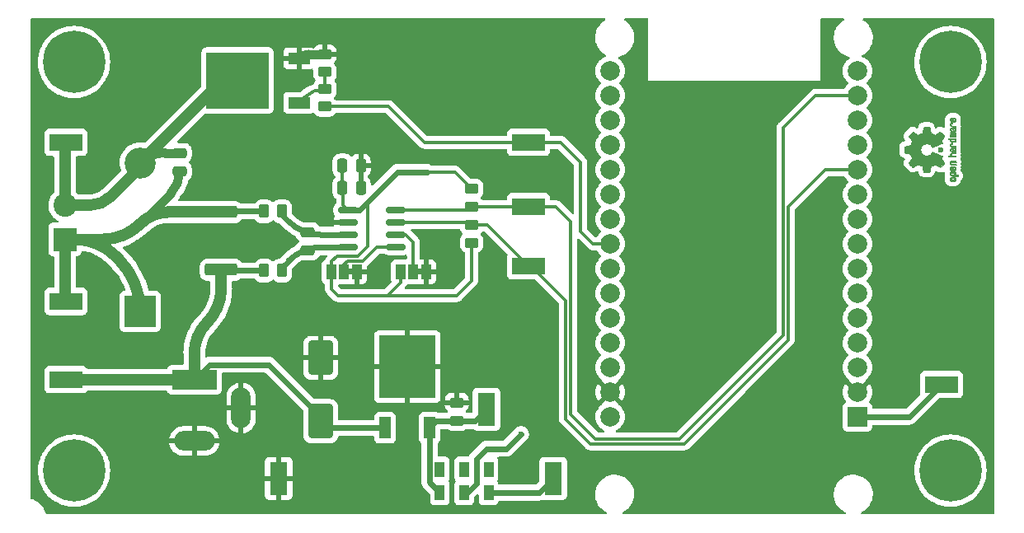
<source format=gtl>
G04 #@! TF.GenerationSoftware,KiCad,Pcbnew,(6.0.5)*
G04 #@! TF.CreationDate,2022-06-11T17:51:55-07:00*
G04 #@! TF.ProjectId,main_template,6d61696e-5f74-4656-9d70-6c6174652e6b,1*
G04 #@! TF.SameCoordinates,Original*
G04 #@! TF.FileFunction,Copper,L1,Top*
G04 #@! TF.FilePolarity,Positive*
%FSLAX46Y46*%
G04 Gerber Fmt 4.6, Leading zero omitted, Abs format (unit mm)*
G04 Created by KiCad (PCBNEW (6.0.5)) date 2022-06-11 17:51:55*
%MOMM*%
%LPD*%
G01*
G04 APERTURE LIST*
G04 Aperture macros list*
%AMRoundRect*
0 Rectangle with rounded corners*
0 $1 Rounding radius*
0 $2 $3 $4 $5 $6 $7 $8 $9 X,Y pos of 4 corners*
0 Add a 4 corners polygon primitive as box body*
4,1,4,$2,$3,$4,$5,$6,$7,$8,$9,$2,$3,0*
0 Add four circle primitives for the rounded corners*
1,1,$1+$1,$2,$3*
1,1,$1+$1,$4,$5*
1,1,$1+$1,$6,$7*
1,1,$1+$1,$8,$9*
0 Add four rect primitives between the rounded corners*
20,1,$1+$1,$2,$3,$4,$5,0*
20,1,$1+$1,$4,$5,$6,$7,0*
20,1,$1+$1,$6,$7,$8,$9,0*
20,1,$1+$1,$8,$9,$2,$3,0*%
G04 Aperture macros list end*
G04 #@! TA.AperFunction,EtchedComponent*
%ADD10C,0.010000*%
G04 #@! TD*
G04 #@! TA.AperFunction,SMDPad,CuDef*
%ADD11R,1.200000X2.200000*%
G04 #@! TD*
G04 #@! TA.AperFunction,SMDPad,CuDef*
%ADD12R,5.800000X6.400000*%
G04 #@! TD*
G04 #@! TA.AperFunction,SMDPad,CuDef*
%ADD13RoundRect,0.250000X0.475000X-0.250000X0.475000X0.250000X-0.475000X0.250000X-0.475000X-0.250000X0*%
G04 #@! TD*
G04 #@! TA.AperFunction,ComponentPad*
%ADD14O,2.000000X4.200000*%
G04 #@! TD*
G04 #@! TA.AperFunction,ComponentPad*
%ADD15O,4.200000X2.000000*%
G04 #@! TD*
G04 #@! TA.AperFunction,ComponentPad*
%ADD16R,4.600000X2.000000*%
G04 #@! TD*
G04 #@! TA.AperFunction,SMDPad,CuDef*
%ADD17R,3.400000X1.800000*%
G04 #@! TD*
G04 #@! TA.AperFunction,SMDPad,CuDef*
%ADD18R,1.800000X3.400000*%
G04 #@! TD*
G04 #@! TA.AperFunction,SMDPad,CuDef*
%ADD19R,1.000000X1.500000*%
G04 #@! TD*
G04 #@! TA.AperFunction,ComponentPad*
%ADD20C,0.800000*%
G04 #@! TD*
G04 #@! TA.AperFunction,ComponentPad*
%ADD21C,6.400000*%
G04 #@! TD*
G04 #@! TA.AperFunction,SMDPad,CuDef*
%ADD22RoundRect,0.250000X-0.450000X0.262500X-0.450000X-0.262500X0.450000X-0.262500X0.450000X0.262500X0*%
G04 #@! TD*
G04 #@! TA.AperFunction,SMDPad,CuDef*
%ADD23RoundRect,0.250000X0.262500X0.450000X-0.262500X0.450000X-0.262500X-0.450000X0.262500X-0.450000X0*%
G04 #@! TD*
G04 #@! TA.AperFunction,SMDPad,CuDef*
%ADD24RoundRect,0.250000X-0.475000X0.250000X-0.475000X-0.250000X0.475000X-0.250000X0.475000X0.250000X0*%
G04 #@! TD*
G04 #@! TA.AperFunction,SMDPad,CuDef*
%ADD25RoundRect,0.250000X0.250000X0.475000X-0.250000X0.475000X-0.250000X-0.475000X0.250000X-0.475000X0*%
G04 #@! TD*
G04 #@! TA.AperFunction,SMDPad,CuDef*
%ADD26R,1.000000X1.600000*%
G04 #@! TD*
G04 #@! TA.AperFunction,SMDPad,CuDef*
%ADD27RoundRect,0.250000X0.450000X-0.262500X0.450000X0.262500X-0.450000X0.262500X-0.450000X-0.262500X0*%
G04 #@! TD*
G04 #@! TA.AperFunction,SMDPad,CuDef*
%ADD28R,2.200000X1.200000*%
G04 #@! TD*
G04 #@! TA.AperFunction,SMDPad,CuDef*
%ADD29R,6.400000X5.800000*%
G04 #@! TD*
G04 #@! TA.AperFunction,ComponentPad*
%ADD30C,2.400000*%
G04 #@! TD*
G04 #@! TA.AperFunction,ComponentPad*
%ADD31R,2.400000X2.400000*%
G04 #@! TD*
G04 #@! TA.AperFunction,SMDPad,CuDef*
%ADD32RoundRect,0.150000X0.825000X0.150000X-0.825000X0.150000X-0.825000X-0.150000X0.825000X-0.150000X0*%
G04 #@! TD*
G04 #@! TA.AperFunction,ComponentPad*
%ADD33C,2.000000*%
G04 #@! TD*
G04 #@! TA.AperFunction,ComponentPad*
%ADD34R,2.000000X2.000000*%
G04 #@! TD*
G04 #@! TA.AperFunction,SMDPad,CuDef*
%ADD35RoundRect,0.250000X1.000000X-1.500000X1.000000X1.500000X-1.000000X1.500000X-1.000000X-1.500000X0*%
G04 #@! TD*
G04 #@! TA.AperFunction,ComponentPad*
%ADD36R,3.200000X3.200000*%
G04 #@! TD*
G04 #@! TA.AperFunction,ComponentPad*
%ADD37O,3.200000X3.200000*%
G04 #@! TD*
G04 #@! TA.AperFunction,SMDPad,CuDef*
%ADD38RoundRect,0.250000X-1.425000X0.362500X-1.425000X-0.362500X1.425000X-0.362500X1.425000X0.362500X0*%
G04 #@! TD*
G04 #@! TA.AperFunction,ViaPad*
%ADD39C,0.600000*%
G04 #@! TD*
G04 #@! TA.AperFunction,Conductor*
%ADD40C,0.304800*%
G04 #@! TD*
G04 #@! TA.AperFunction,Conductor*
%ADD41C,0.609600*%
G04 #@! TD*
G04 #@! TA.AperFunction,Conductor*
%ADD42C,1.219200*%
G04 #@! TD*
G04 #@! TA.AperFunction,Conductor*
%ADD43C,0.914400*%
G04 #@! TD*
G04 APERTURE END LIST*
G36*
X165150333Y-114706323D02*
G01*
X165102958Y-114703550D01*
X165069290Y-114699612D01*
X165045498Y-114694151D01*
X165027753Y-114686808D01*
X165012224Y-114677223D01*
X165006381Y-114673113D01*
X164951185Y-114618595D01*
X164919890Y-114549664D01*
X164911776Y-114475509D01*
X165046514Y-114475509D01*
X165053926Y-114516234D01*
X165078330Y-114544168D01*
X165122980Y-114560983D01*
X165191130Y-114568350D01*
X165228603Y-114569029D01*
X165290499Y-114568245D01*
X165330997Y-114564760D01*
X165357708Y-114556876D01*
X165378244Y-114542895D01*
X165388260Y-114533403D01*
X165417567Y-114494596D01*
X165419952Y-114460237D01*
X165395750Y-114424784D01*
X165394857Y-114423886D01*
X165376153Y-114409461D01*
X165350732Y-114400687D01*
X165311584Y-114396261D01*
X165251697Y-114394882D01*
X165238430Y-114394857D01*
X165155901Y-114398188D01*
X165098691Y-114409031D01*
X165063766Y-114428660D01*
X165048094Y-114458350D01*
X165046514Y-114475509D01*
X164911776Y-114475509D01*
X164911165Y-114469928D01*
X164919918Y-114400256D01*
X164947568Y-114344799D01*
X164998480Y-114295852D01*
X165017338Y-114282371D01*
X165042015Y-114267686D01*
X165068816Y-114258158D01*
X165104587Y-114252707D01*
X165156169Y-114250253D01*
X165224267Y-114249714D01*
X165317588Y-114252148D01*
X165387657Y-114260606D01*
X165439931Y-114276826D01*
X165479869Y-114302546D01*
X165512929Y-114339503D01*
X165514886Y-114342218D01*
X165534908Y-114378640D01*
X165544815Y-114422498D01*
X165547257Y-114478276D01*
X165547257Y-114568952D01*
X165635283Y-114568990D01*
X165684308Y-114569834D01*
X165713065Y-114574976D01*
X165730311Y-114588413D01*
X165744808Y-114614142D01*
X165747769Y-114620321D01*
X165761648Y-114649236D01*
X165770414Y-114671624D01*
X165771171Y-114688271D01*
X165761023Y-114699964D01*
X165737073Y-114707490D01*
X165696426Y-114711634D01*
X165636186Y-114713185D01*
X165553455Y-114712929D01*
X165445339Y-114711651D01*
X165413000Y-114711252D01*
X165301524Y-114709815D01*
X165228603Y-114708528D01*
X165215245Y-114708292D01*
X165150333Y-114706323D01*
G37*
D10*
X165150333Y-114706323D02*
X165102958Y-114703550D01*
X165069290Y-114699612D01*
X165045498Y-114694151D01*
X165027753Y-114686808D01*
X165012224Y-114677223D01*
X165006381Y-114673113D01*
X164951185Y-114618595D01*
X164919890Y-114549664D01*
X164911776Y-114475509D01*
X165046514Y-114475509D01*
X165053926Y-114516234D01*
X165078330Y-114544168D01*
X165122980Y-114560983D01*
X165191130Y-114568350D01*
X165228603Y-114569029D01*
X165290499Y-114568245D01*
X165330997Y-114564760D01*
X165357708Y-114556876D01*
X165378244Y-114542895D01*
X165388260Y-114533403D01*
X165417567Y-114494596D01*
X165419952Y-114460237D01*
X165395750Y-114424784D01*
X165394857Y-114423886D01*
X165376153Y-114409461D01*
X165350732Y-114400687D01*
X165311584Y-114396261D01*
X165251697Y-114394882D01*
X165238430Y-114394857D01*
X165155901Y-114398188D01*
X165098691Y-114409031D01*
X165063766Y-114428660D01*
X165048094Y-114458350D01*
X165046514Y-114475509D01*
X164911776Y-114475509D01*
X164911165Y-114469928D01*
X164919918Y-114400256D01*
X164947568Y-114344799D01*
X164998480Y-114295852D01*
X165017338Y-114282371D01*
X165042015Y-114267686D01*
X165068816Y-114258158D01*
X165104587Y-114252707D01*
X165156169Y-114250253D01*
X165224267Y-114249714D01*
X165317588Y-114252148D01*
X165387657Y-114260606D01*
X165439931Y-114276826D01*
X165479869Y-114302546D01*
X165512929Y-114339503D01*
X165514886Y-114342218D01*
X165534908Y-114378640D01*
X165544815Y-114422498D01*
X165547257Y-114478276D01*
X165547257Y-114568952D01*
X165635283Y-114568990D01*
X165684308Y-114569834D01*
X165713065Y-114574976D01*
X165730311Y-114588413D01*
X165744808Y-114614142D01*
X165747769Y-114620321D01*
X165761648Y-114649236D01*
X165770414Y-114671624D01*
X165771171Y-114688271D01*
X165761023Y-114699964D01*
X165737073Y-114707490D01*
X165696426Y-114711634D01*
X165636186Y-114713185D01*
X165553455Y-114712929D01*
X165445339Y-114711651D01*
X165413000Y-114711252D01*
X165301524Y-114709815D01*
X165228603Y-114708528D01*
X165215245Y-114708292D01*
X165150333Y-114706323D01*
G36*
X165143186Y-111307534D02*
G01*
X165170217Y-111331438D01*
X165174813Y-111340283D01*
X165189144Y-111378470D01*
X165185472Y-111397972D01*
X165161407Y-111404578D01*
X165148114Y-111404914D01*
X165099210Y-111417008D01*
X165064999Y-111448529D01*
X165048476Y-111492341D01*
X165052634Y-111541305D01*
X165074227Y-111581106D01*
X165086544Y-111594550D01*
X165101487Y-111604079D01*
X165124075Y-111610515D01*
X165159328Y-111614683D01*
X165212266Y-111617403D01*
X165287907Y-111619498D01*
X165311857Y-111620040D01*
X165393790Y-111622019D01*
X165451455Y-111624269D01*
X165489608Y-111627643D01*
X165513004Y-111632994D01*
X165526398Y-111641176D01*
X165534545Y-111653041D01*
X165538144Y-111660638D01*
X165550452Y-111692898D01*
X165554514Y-111711889D01*
X165540948Y-111718164D01*
X165499934Y-111721994D01*
X165430999Y-111723400D01*
X165333669Y-111722402D01*
X165318657Y-111722092D01*
X165229859Y-111719899D01*
X165165019Y-111717307D01*
X165119067Y-111713618D01*
X165086935Y-111708136D01*
X165063553Y-111700165D01*
X165043852Y-111689007D01*
X165035410Y-111683170D01*
X164998057Y-111649704D01*
X164969003Y-111612273D01*
X164966467Y-111607691D01*
X164946443Y-111540574D01*
X164949755Y-111470074D01*
X164974084Y-111404142D01*
X165017117Y-111350727D01*
X165047409Y-111329836D01*
X165102994Y-111307061D01*
X165143186Y-111307534D01*
G37*
X165143186Y-111307534D02*
X165170217Y-111331438D01*
X165174813Y-111340283D01*
X165189144Y-111378470D01*
X165185472Y-111397972D01*
X165161407Y-111404578D01*
X165148114Y-111404914D01*
X165099210Y-111417008D01*
X165064999Y-111448529D01*
X165048476Y-111492341D01*
X165052634Y-111541305D01*
X165074227Y-111581106D01*
X165086544Y-111594550D01*
X165101487Y-111604079D01*
X165124075Y-111610515D01*
X165159328Y-111614683D01*
X165212266Y-111617403D01*
X165287907Y-111619498D01*
X165311857Y-111620040D01*
X165393790Y-111622019D01*
X165451455Y-111624269D01*
X165489608Y-111627643D01*
X165513004Y-111632994D01*
X165526398Y-111641176D01*
X165534545Y-111653041D01*
X165538144Y-111660638D01*
X165550452Y-111692898D01*
X165554514Y-111711889D01*
X165540948Y-111718164D01*
X165499934Y-111721994D01*
X165430999Y-111723400D01*
X165333669Y-111722402D01*
X165318657Y-111722092D01*
X165229859Y-111719899D01*
X165165019Y-111717307D01*
X165119067Y-111713618D01*
X165086935Y-111708136D01*
X165063553Y-111700165D01*
X165043852Y-111689007D01*
X165035410Y-111683170D01*
X164998057Y-111649704D01*
X164969003Y-111612273D01*
X164966467Y-111607691D01*
X164946443Y-111540574D01*
X164949755Y-111470074D01*
X164974084Y-111404142D01*
X165017117Y-111350727D01*
X165047409Y-111329836D01*
X165102994Y-111307061D01*
X165143186Y-111307534D01*
G36*
X165095384Y-109131804D02*
G01*
X165046695Y-109118116D01*
X165010849Y-109095904D01*
X164982513Y-109063426D01*
X164973355Y-109049267D01*
X164949507Y-108984947D01*
X164948135Y-108920590D01*
X165046364Y-108920590D01*
X165050122Y-108969678D01*
X165077884Y-109010773D01*
X165127152Y-109039242D01*
X165166257Y-109048369D01*
X165206247Y-109051993D01*
X165231126Y-109050977D01*
X165235200Y-109048444D01*
X165229665Y-109031726D01*
X165215017Y-108995751D01*
X165194190Y-108947669D01*
X165189714Y-108937614D01*
X165158814Y-108876848D01*
X165131657Y-108843368D01*
X165106220Y-108836010D01*
X165080481Y-108853609D01*
X165069109Y-108868144D01*
X165046364Y-108920590D01*
X164948135Y-108920590D01*
X164948006Y-108914527D01*
X164966966Y-108846405D01*
X165004497Y-108788979D01*
X165038096Y-108761281D01*
X165099064Y-108739338D01*
X165147308Y-108737595D01*
X165211816Y-108741543D01*
X165276934Y-108890314D01*
X165310202Y-108962651D01*
X165336964Y-109009916D01*
X165360144Y-109034493D01*
X165382667Y-109038763D01*
X165407455Y-109025111D01*
X165423886Y-109010057D01*
X165450235Y-108966254D01*
X165452081Y-108918611D01*
X165431546Y-108874855D01*
X165390752Y-108842711D01*
X165376347Y-108836962D01*
X165331356Y-108809424D01*
X165312182Y-108777742D01*
X165295779Y-108734286D01*
X165357966Y-108734286D01*
X165400283Y-108738128D01*
X165435969Y-108753177D01*
X165476943Y-108784720D01*
X165482267Y-108789408D01*
X165518720Y-108824494D01*
X165538283Y-108854653D01*
X165547283Y-108892385D01*
X165550230Y-108923665D01*
X165550965Y-108979615D01*
X165541660Y-109019445D01*
X165527846Y-109044292D01*
X165497467Y-109083344D01*
X165464613Y-109110375D01*
X165423294Y-109127483D01*
X165367521Y-109136762D01*
X165291305Y-109140307D01*
X165252622Y-109140590D01*
X165206247Y-109139628D01*
X165162249Y-109138715D01*
X165095384Y-109131804D01*
G37*
X165095384Y-109131804D02*
X165046695Y-109118116D01*
X165010849Y-109095904D01*
X164982513Y-109063426D01*
X164973355Y-109049267D01*
X164949507Y-108984947D01*
X164948135Y-108920590D01*
X165046364Y-108920590D01*
X165050122Y-108969678D01*
X165077884Y-109010773D01*
X165127152Y-109039242D01*
X165166257Y-109048369D01*
X165206247Y-109051993D01*
X165231126Y-109050977D01*
X165235200Y-109048444D01*
X165229665Y-109031726D01*
X165215017Y-108995751D01*
X165194190Y-108947669D01*
X165189714Y-108937614D01*
X165158814Y-108876848D01*
X165131657Y-108843368D01*
X165106220Y-108836010D01*
X165080481Y-108853609D01*
X165069109Y-108868144D01*
X165046364Y-108920590D01*
X164948135Y-108920590D01*
X164948006Y-108914527D01*
X164966966Y-108846405D01*
X165004497Y-108788979D01*
X165038096Y-108761281D01*
X165099064Y-108739338D01*
X165147308Y-108737595D01*
X165211816Y-108741543D01*
X165276934Y-108890314D01*
X165310202Y-108962651D01*
X165336964Y-109009916D01*
X165360144Y-109034493D01*
X165382667Y-109038763D01*
X165407455Y-109025111D01*
X165423886Y-109010057D01*
X165450235Y-108966254D01*
X165452081Y-108918611D01*
X165431546Y-108874855D01*
X165390752Y-108842711D01*
X165376347Y-108836962D01*
X165331356Y-108809424D01*
X165312182Y-108777742D01*
X165295779Y-108734286D01*
X165357966Y-108734286D01*
X165400283Y-108738128D01*
X165435969Y-108753177D01*
X165476943Y-108784720D01*
X165482267Y-108789408D01*
X165518720Y-108824494D01*
X165538283Y-108854653D01*
X165547283Y-108892385D01*
X165550230Y-108923665D01*
X165550965Y-108979615D01*
X165541660Y-109019445D01*
X165527846Y-109044292D01*
X165497467Y-109083344D01*
X165464613Y-109110375D01*
X165423294Y-109127483D01*
X165367521Y-109136762D01*
X165291305Y-109140307D01*
X165252622Y-109140590D01*
X165206247Y-109139628D01*
X165162249Y-109138715D01*
X165095384Y-109131804D01*
G36*
X165538580Y-112350509D02*
G01*
X165549420Y-112382973D01*
X165554468Y-112400785D01*
X165554514Y-112401309D01*
X165540828Y-112403063D01*
X165503076Y-112404556D01*
X165446224Y-112405674D01*
X165375234Y-112406303D01*
X165332073Y-112406400D01*
X165246973Y-112406602D01*
X165185981Y-112407642D01*
X165144177Y-112410169D01*
X165116642Y-112414836D01*
X165098456Y-112422293D01*
X165084698Y-112433189D01*
X165078073Y-112439993D01*
X165051375Y-112486728D01*
X165049375Y-112537728D01*
X165071955Y-112583999D01*
X165080107Y-112592556D01*
X165095436Y-112605107D01*
X165113618Y-112613812D01*
X165139909Y-112619369D01*
X165179562Y-112622474D01*
X165237832Y-112623824D01*
X165318173Y-112624114D01*
X165522646Y-112624114D01*
X165538580Y-112669823D01*
X165549420Y-112702287D01*
X165554468Y-112720099D01*
X165554514Y-112720623D01*
X165540623Y-112721963D01*
X165501439Y-112723172D01*
X165440700Y-112724199D01*
X165362141Y-112724998D01*
X165269498Y-112725519D01*
X165166509Y-112725714D01*
X164769342Y-112725714D01*
X164749444Y-112678543D01*
X164729547Y-112631371D01*
X164851289Y-112624114D01*
X164910613Y-112619861D01*
X164945572Y-112614975D01*
X164960820Y-112608205D01*
X164961015Y-112598298D01*
X164959195Y-112595086D01*
X164946015Y-112552356D01*
X164946785Y-112496773D01*
X164960333Y-112440263D01*
X164977861Y-112404918D01*
X165005861Y-112368679D01*
X165037549Y-112342187D01*
X165077813Y-112324001D01*
X165131543Y-112312678D01*
X165203626Y-112306778D01*
X165298951Y-112304857D01*
X165317237Y-112304823D01*
X165522646Y-112304800D01*
X165538580Y-112350509D01*
G37*
X165538580Y-112350509D02*
X165549420Y-112382973D01*
X165554468Y-112400785D01*
X165554514Y-112401309D01*
X165540828Y-112403063D01*
X165503076Y-112404556D01*
X165446224Y-112405674D01*
X165375234Y-112406303D01*
X165332073Y-112406400D01*
X165246973Y-112406602D01*
X165185981Y-112407642D01*
X165144177Y-112410169D01*
X165116642Y-112414836D01*
X165098456Y-112422293D01*
X165084698Y-112433189D01*
X165078073Y-112439993D01*
X165051375Y-112486728D01*
X165049375Y-112537728D01*
X165071955Y-112583999D01*
X165080107Y-112592556D01*
X165095436Y-112605107D01*
X165113618Y-112613812D01*
X165139909Y-112619369D01*
X165179562Y-112622474D01*
X165237832Y-112623824D01*
X165318173Y-112624114D01*
X165522646Y-112624114D01*
X165538580Y-112669823D01*
X165549420Y-112702287D01*
X165554468Y-112720099D01*
X165554514Y-112720623D01*
X165540623Y-112721963D01*
X165501439Y-112723172D01*
X165440700Y-112724199D01*
X165362141Y-112724998D01*
X165269498Y-112725519D01*
X165166509Y-112725714D01*
X164769342Y-112725714D01*
X164749444Y-112678543D01*
X164729547Y-112631371D01*
X164851289Y-112624114D01*
X164910613Y-112619861D01*
X164945572Y-112614975D01*
X164960820Y-112608205D01*
X164961015Y-112598298D01*
X164959195Y-112595086D01*
X164946015Y-112552356D01*
X164946785Y-112496773D01*
X164960333Y-112440263D01*
X164977861Y-112404918D01*
X165005861Y-112368679D01*
X165037549Y-112342187D01*
X165077813Y-112324001D01*
X165131543Y-112312678D01*
X165203626Y-112306778D01*
X165298951Y-112304857D01*
X165317237Y-112304823D01*
X165522646Y-112304800D01*
X165538580Y-112350509D01*
G36*
X162867839Y-109782943D02*
G01*
X162875995Y-109825337D01*
X162887899Y-109888600D01*
X162902116Y-109965038D01*
X162917210Y-110046957D01*
X162921355Y-110069600D01*
X162936053Y-110145194D01*
X162950505Y-110211047D01*
X162963375Y-110261634D01*
X162973322Y-110291426D01*
X162976287Y-110296388D01*
X162997283Y-110308574D01*
X163037967Y-110326047D01*
X163090322Y-110345423D01*
X163101600Y-110349266D01*
X163171523Y-110374661D01*
X163250418Y-110406183D01*
X163321266Y-110437031D01*
X163321595Y-110437183D01*
X163432733Y-110488553D01*
X163681253Y-110319601D01*
X163929772Y-110150648D01*
X164147058Y-110367571D01*
X164211726Y-110433181D01*
X164268733Y-110493021D01*
X164315033Y-110543733D01*
X164347584Y-110581954D01*
X164363343Y-110604325D01*
X164364343Y-110607534D01*
X164356469Y-110626374D01*
X164334578Y-110664820D01*
X164301267Y-110718670D01*
X164259131Y-110783724D01*
X164211943Y-110854060D01*
X164163810Y-110925445D01*
X164121928Y-110989092D01*
X164088871Y-111040959D01*
X164067218Y-111077005D01*
X164059543Y-111093133D01*
X164066037Y-111112811D01*
X164083150Y-111150125D01*
X164107326Y-111197379D01*
X164110013Y-111202388D01*
X164141927Y-111266023D01*
X164157579Y-111309659D01*
X164157745Y-111336798D01*
X164143204Y-111350943D01*
X164143000Y-111351025D01*
X164125779Y-111358095D01*
X164084899Y-111374958D01*
X164023525Y-111400305D01*
X163944819Y-111432829D01*
X163851947Y-111471222D01*
X163748072Y-111514178D01*
X163647502Y-111555778D01*
X163536516Y-111601496D01*
X163433703Y-111643474D01*
X163342215Y-111680452D01*
X163265201Y-111711173D01*
X163205815Y-111734378D01*
X163167209Y-111748810D01*
X163152800Y-111753257D01*
X163136272Y-111742104D01*
X163109930Y-111712931D01*
X163080887Y-111674029D01*
X162989039Y-111563243D01*
X162883759Y-111476649D01*
X162767266Y-111415284D01*
X162641776Y-111380185D01*
X162509507Y-111372392D01*
X162448457Y-111378057D01*
X162321795Y-111408922D01*
X162209941Y-111462080D01*
X162114001Y-111534233D01*
X162035076Y-111622083D01*
X161974270Y-111722335D01*
X161932687Y-111831690D01*
X161911428Y-111946853D01*
X161911599Y-112064525D01*
X161934301Y-112181410D01*
X161980638Y-112294211D01*
X162051713Y-112399631D01*
X162091911Y-112443632D01*
X162195129Y-112528021D01*
X162307925Y-112586778D01*
X162427010Y-112620296D01*
X162549095Y-112628965D01*
X162670893Y-112613177D01*
X162789116Y-112573322D01*
X162900475Y-112509793D01*
X163001684Y-112422979D01*
X163080887Y-112325971D01*
X163111162Y-112285563D01*
X163137219Y-112257018D01*
X163152825Y-112246743D01*
X163169843Y-112252123D01*
X163210500Y-112267425D01*
X163271642Y-112291388D01*
X163350119Y-112322756D01*
X163442780Y-112360268D01*
X163546472Y-112402667D01*
X163647526Y-112444337D01*
X163758607Y-112490310D01*
X163861541Y-112532893D01*
X163953165Y-112570779D01*
X164030316Y-112602660D01*
X164089831Y-112627229D01*
X164128544Y-112643180D01*
X164143000Y-112649090D01*
X164157685Y-112663052D01*
X164157642Y-112690060D01*
X164142099Y-112733587D01*
X164110284Y-112797110D01*
X164110013Y-112797612D01*
X164085323Y-112845440D01*
X164067338Y-112884103D01*
X164059614Y-112905905D01*
X164059543Y-112906867D01*
X164067378Y-112923279D01*
X164089165Y-112959513D01*
X164122328Y-113011526D01*
X164164291Y-113075275D01*
X164211943Y-113145940D01*
X164260191Y-113217884D01*
X164302151Y-113282726D01*
X164335227Y-113336265D01*
X164356821Y-113374303D01*
X164364343Y-113392467D01*
X164354457Y-113409192D01*
X164326826Y-113442820D01*
X164284495Y-113489990D01*
X164230505Y-113547342D01*
X164167899Y-113611516D01*
X164146983Y-113632503D01*
X163929623Y-113849501D01*
X163687220Y-113684332D01*
X163612781Y-113634136D01*
X163545972Y-113590081D01*
X163490665Y-113554638D01*
X163450729Y-113530281D01*
X163430036Y-113519478D01*
X163428563Y-113519162D01*
X163409058Y-113524857D01*
X163369822Y-113540174D01*
X163317430Y-113562463D01*
X163282355Y-113578107D01*
X163215201Y-113607359D01*
X163147358Y-113634906D01*
X163090034Y-113656263D01*
X163072572Y-113662065D01*
X163025938Y-113678548D01*
X162989905Y-113694660D01*
X162976287Y-113703510D01*
X162967952Y-113723040D01*
X162956137Y-113765666D01*
X162942181Y-113825855D01*
X162927422Y-113898078D01*
X162921355Y-113930400D01*
X162906273Y-114012478D01*
X162891669Y-114091205D01*
X162878980Y-114158891D01*
X162869642Y-114207840D01*
X162867839Y-114217057D01*
X162852799Y-114293257D01*
X162535492Y-114293257D01*
X162431154Y-114293086D01*
X162352213Y-114292384D01*
X162295038Y-114290866D01*
X162255999Y-114288251D01*
X162231465Y-114284254D01*
X162217805Y-114278591D01*
X162211389Y-114270980D01*
X162210199Y-114267857D01*
X162205980Y-114249022D01*
X162197562Y-114207412D01*
X162185961Y-114148370D01*
X162172195Y-114077243D01*
X162157280Y-113999375D01*
X162142232Y-113920113D01*
X162128069Y-113844802D01*
X162115806Y-113778787D01*
X162106461Y-113727413D01*
X162101050Y-113696025D01*
X162100114Y-113689041D01*
X162087596Y-113682715D01*
X162054246Y-113668710D01*
X162006377Y-113649645D01*
X161987629Y-113642366D01*
X161915195Y-113613004D01*
X161835170Y-113578429D01*
X161767728Y-113547463D01*
X161716159Y-113524677D01*
X161673785Y-113509518D01*
X161647834Y-113504458D01*
X161644356Y-113505264D01*
X161627936Y-113515959D01*
X161591417Y-113540380D01*
X161538687Y-113575905D01*
X161473635Y-113619913D01*
X161400151Y-113669783D01*
X161385645Y-113679644D01*
X161299704Y-113737508D01*
X161234261Y-113780044D01*
X161186304Y-113808946D01*
X161152820Y-113825910D01*
X161130795Y-113832633D01*
X161117217Y-113830810D01*
X161117131Y-113830764D01*
X161099297Y-113816414D01*
X161064817Y-113784677D01*
X161017268Y-113738990D01*
X160960222Y-113682796D01*
X160897255Y-113619532D01*
X160890227Y-113612398D01*
X160813020Y-113532670D01*
X160756330Y-113471143D01*
X160719110Y-113426579D01*
X160700315Y-113397743D01*
X160697889Y-113385042D01*
X160708471Y-113366506D01*
X160732916Y-113328039D01*
X160768612Y-113273614D01*
X160812947Y-113207202D01*
X160863311Y-113132775D01*
X160875160Y-113115399D01*
X161043626Y-112868703D01*
X160993062Y-112757294D01*
X160963595Y-112689543D01*
X160933959Y-112616817D01*
X160910330Y-112554297D01*
X160909358Y-112551543D01*
X160891457Y-112502640D01*
X160876320Y-112464943D01*
X160867210Y-112446575D01*
X160867184Y-112446544D01*
X160850717Y-112440715D01*
X160810219Y-112430808D01*
X160750242Y-112417805D01*
X160675340Y-112402691D01*
X160590064Y-112386448D01*
X160582875Y-112385119D01*
X160495014Y-112368825D01*
X160415260Y-112353867D01*
X160348681Y-112341209D01*
X160300347Y-112331814D01*
X160275325Y-112326646D01*
X160274943Y-112326556D01*
X160264299Y-112323411D01*
X160256262Y-112317296D01*
X160250467Y-112304547D01*
X160246547Y-112281500D01*
X160244135Y-112244491D01*
X160242865Y-112189856D01*
X160242371Y-112113933D01*
X160242286Y-112013056D01*
X160242286Y-112000000D01*
X160242348Y-111896090D01*
X160242778Y-111817546D01*
X160243942Y-111760702D01*
X160246207Y-111721895D01*
X160249940Y-111697462D01*
X160255506Y-111683738D01*
X160263273Y-111677060D01*
X160273605Y-111673764D01*
X160274943Y-111673444D01*
X160299079Y-111668438D01*
X160346701Y-111659171D01*
X160412741Y-111646608D01*
X160492128Y-111631713D01*
X160579796Y-111615449D01*
X160582875Y-111614881D01*
X160668789Y-111598590D01*
X160744696Y-111583348D01*
X160806045Y-111570139D01*
X160848282Y-111559946D01*
X160866855Y-111553752D01*
X160867184Y-111553457D01*
X160876253Y-111535212D01*
X160891367Y-111497595D01*
X160909262Y-111448729D01*
X160909358Y-111448457D01*
X160932493Y-111386907D01*
X160961965Y-111314343D01*
X160991597Y-111245943D01*
X160993062Y-111242706D01*
X161043626Y-111131298D01*
X160875160Y-110884601D01*
X160823803Y-110808923D01*
X160777889Y-110740369D01*
X160740030Y-110682912D01*
X160712837Y-110640524D01*
X160698921Y-110617175D01*
X160697889Y-110614958D01*
X160702484Y-110597990D01*
X160724655Y-110566299D01*
X160765447Y-110518648D01*
X160825905Y-110453802D01*
X160890227Y-110387603D01*
X160953612Y-110323786D01*
X161011451Y-110266671D01*
X161060175Y-110219695D01*
X161096210Y-110186297D01*
X161115984Y-110169915D01*
X161117002Y-110169306D01*
X161130572Y-110167495D01*
X161152733Y-110174317D01*
X161186478Y-110191460D01*
X161234800Y-110220607D01*
X161300692Y-110263445D01*
X161385517Y-110320552D01*
X161460177Y-110371234D01*
X161527140Y-110416539D01*
X161582516Y-110453850D01*
X161622420Y-110480548D01*
X161642962Y-110494015D01*
X161644356Y-110494863D01*
X161664038Y-110493219D01*
X161702293Y-110480755D01*
X161751889Y-110459952D01*
X161767728Y-110452538D01*
X161838290Y-110420186D01*
X161918353Y-110385672D01*
X161987629Y-110357635D01*
X162039045Y-110337432D01*
X162078119Y-110321385D01*
X162098541Y-110312112D01*
X162100114Y-110310959D01*
X162102721Y-110293904D01*
X162109863Y-110253702D01*
X162120523Y-110195698D01*
X162133685Y-110125237D01*
X162148333Y-110047665D01*
X162163449Y-109968328D01*
X162178018Y-109892569D01*
X162191022Y-109825736D01*
X162201445Y-109773172D01*
X162208270Y-109740224D01*
X162210199Y-109732143D01*
X162214962Y-109723795D01*
X162225718Y-109717494D01*
X162246098Y-109712955D01*
X162279734Y-109709896D01*
X162330255Y-109708033D01*
X162401292Y-109707082D01*
X162496476Y-109706760D01*
X162535492Y-109706743D01*
X162852799Y-109706743D01*
X162867839Y-109782943D01*
G37*
X162867839Y-109782943D02*
X162875995Y-109825337D01*
X162887899Y-109888600D01*
X162902116Y-109965038D01*
X162917210Y-110046957D01*
X162921355Y-110069600D01*
X162936053Y-110145194D01*
X162950505Y-110211047D01*
X162963375Y-110261634D01*
X162973322Y-110291426D01*
X162976287Y-110296388D01*
X162997283Y-110308574D01*
X163037967Y-110326047D01*
X163090322Y-110345423D01*
X163101600Y-110349266D01*
X163171523Y-110374661D01*
X163250418Y-110406183D01*
X163321266Y-110437031D01*
X163321595Y-110437183D01*
X163432733Y-110488553D01*
X163681253Y-110319601D01*
X163929772Y-110150648D01*
X164147058Y-110367571D01*
X164211726Y-110433181D01*
X164268733Y-110493021D01*
X164315033Y-110543733D01*
X164347584Y-110581954D01*
X164363343Y-110604325D01*
X164364343Y-110607534D01*
X164356469Y-110626374D01*
X164334578Y-110664820D01*
X164301267Y-110718670D01*
X164259131Y-110783724D01*
X164211943Y-110854060D01*
X164163810Y-110925445D01*
X164121928Y-110989092D01*
X164088871Y-111040959D01*
X164067218Y-111077005D01*
X164059543Y-111093133D01*
X164066037Y-111112811D01*
X164083150Y-111150125D01*
X164107326Y-111197379D01*
X164110013Y-111202388D01*
X164141927Y-111266023D01*
X164157579Y-111309659D01*
X164157745Y-111336798D01*
X164143204Y-111350943D01*
X164143000Y-111351025D01*
X164125779Y-111358095D01*
X164084899Y-111374958D01*
X164023525Y-111400305D01*
X163944819Y-111432829D01*
X163851947Y-111471222D01*
X163748072Y-111514178D01*
X163647502Y-111555778D01*
X163536516Y-111601496D01*
X163433703Y-111643474D01*
X163342215Y-111680452D01*
X163265201Y-111711173D01*
X163205815Y-111734378D01*
X163167209Y-111748810D01*
X163152800Y-111753257D01*
X163136272Y-111742104D01*
X163109930Y-111712931D01*
X163080887Y-111674029D01*
X162989039Y-111563243D01*
X162883759Y-111476649D01*
X162767266Y-111415284D01*
X162641776Y-111380185D01*
X162509507Y-111372392D01*
X162448457Y-111378057D01*
X162321795Y-111408922D01*
X162209941Y-111462080D01*
X162114001Y-111534233D01*
X162035076Y-111622083D01*
X161974270Y-111722335D01*
X161932687Y-111831690D01*
X161911428Y-111946853D01*
X161911599Y-112064525D01*
X161934301Y-112181410D01*
X161980638Y-112294211D01*
X162051713Y-112399631D01*
X162091911Y-112443632D01*
X162195129Y-112528021D01*
X162307925Y-112586778D01*
X162427010Y-112620296D01*
X162549095Y-112628965D01*
X162670893Y-112613177D01*
X162789116Y-112573322D01*
X162900475Y-112509793D01*
X163001684Y-112422979D01*
X163080887Y-112325971D01*
X163111162Y-112285563D01*
X163137219Y-112257018D01*
X163152825Y-112246743D01*
X163169843Y-112252123D01*
X163210500Y-112267425D01*
X163271642Y-112291388D01*
X163350119Y-112322756D01*
X163442780Y-112360268D01*
X163546472Y-112402667D01*
X163647526Y-112444337D01*
X163758607Y-112490310D01*
X163861541Y-112532893D01*
X163953165Y-112570779D01*
X164030316Y-112602660D01*
X164089831Y-112627229D01*
X164128544Y-112643180D01*
X164143000Y-112649090D01*
X164157685Y-112663052D01*
X164157642Y-112690060D01*
X164142099Y-112733587D01*
X164110284Y-112797110D01*
X164110013Y-112797612D01*
X164085323Y-112845440D01*
X164067338Y-112884103D01*
X164059614Y-112905905D01*
X164059543Y-112906867D01*
X164067378Y-112923279D01*
X164089165Y-112959513D01*
X164122328Y-113011526D01*
X164164291Y-113075275D01*
X164211943Y-113145940D01*
X164260191Y-113217884D01*
X164302151Y-113282726D01*
X164335227Y-113336265D01*
X164356821Y-113374303D01*
X164364343Y-113392467D01*
X164354457Y-113409192D01*
X164326826Y-113442820D01*
X164284495Y-113489990D01*
X164230505Y-113547342D01*
X164167899Y-113611516D01*
X164146983Y-113632503D01*
X163929623Y-113849501D01*
X163687220Y-113684332D01*
X163612781Y-113634136D01*
X163545972Y-113590081D01*
X163490665Y-113554638D01*
X163450729Y-113530281D01*
X163430036Y-113519478D01*
X163428563Y-113519162D01*
X163409058Y-113524857D01*
X163369822Y-113540174D01*
X163317430Y-113562463D01*
X163282355Y-113578107D01*
X163215201Y-113607359D01*
X163147358Y-113634906D01*
X163090034Y-113656263D01*
X163072572Y-113662065D01*
X163025938Y-113678548D01*
X162989905Y-113694660D01*
X162976287Y-113703510D01*
X162967952Y-113723040D01*
X162956137Y-113765666D01*
X162942181Y-113825855D01*
X162927422Y-113898078D01*
X162921355Y-113930400D01*
X162906273Y-114012478D01*
X162891669Y-114091205D01*
X162878980Y-114158891D01*
X162869642Y-114207840D01*
X162867839Y-114217057D01*
X162852799Y-114293257D01*
X162535492Y-114293257D01*
X162431154Y-114293086D01*
X162352213Y-114292384D01*
X162295038Y-114290866D01*
X162255999Y-114288251D01*
X162231465Y-114284254D01*
X162217805Y-114278591D01*
X162211389Y-114270980D01*
X162210199Y-114267857D01*
X162205980Y-114249022D01*
X162197562Y-114207412D01*
X162185961Y-114148370D01*
X162172195Y-114077243D01*
X162157280Y-113999375D01*
X162142232Y-113920113D01*
X162128069Y-113844802D01*
X162115806Y-113778787D01*
X162106461Y-113727413D01*
X162101050Y-113696025D01*
X162100114Y-113689041D01*
X162087596Y-113682715D01*
X162054246Y-113668710D01*
X162006377Y-113649645D01*
X161987629Y-113642366D01*
X161915195Y-113613004D01*
X161835170Y-113578429D01*
X161767728Y-113547463D01*
X161716159Y-113524677D01*
X161673785Y-113509518D01*
X161647834Y-113504458D01*
X161644356Y-113505264D01*
X161627936Y-113515959D01*
X161591417Y-113540380D01*
X161538687Y-113575905D01*
X161473635Y-113619913D01*
X161400151Y-113669783D01*
X161385645Y-113679644D01*
X161299704Y-113737508D01*
X161234261Y-113780044D01*
X161186304Y-113808946D01*
X161152820Y-113825910D01*
X161130795Y-113832633D01*
X161117217Y-113830810D01*
X161117131Y-113830764D01*
X161099297Y-113816414D01*
X161064817Y-113784677D01*
X161017268Y-113738990D01*
X160960222Y-113682796D01*
X160897255Y-113619532D01*
X160890227Y-113612398D01*
X160813020Y-113532670D01*
X160756330Y-113471143D01*
X160719110Y-113426579D01*
X160700315Y-113397743D01*
X160697889Y-113385042D01*
X160708471Y-113366506D01*
X160732916Y-113328039D01*
X160768612Y-113273614D01*
X160812947Y-113207202D01*
X160863311Y-113132775D01*
X160875160Y-113115399D01*
X161043626Y-112868703D01*
X160993062Y-112757294D01*
X160963595Y-112689543D01*
X160933959Y-112616817D01*
X160910330Y-112554297D01*
X160909358Y-112551543D01*
X160891457Y-112502640D01*
X160876320Y-112464943D01*
X160867210Y-112446575D01*
X160867184Y-112446544D01*
X160850717Y-112440715D01*
X160810219Y-112430808D01*
X160750242Y-112417805D01*
X160675340Y-112402691D01*
X160590064Y-112386448D01*
X160582875Y-112385119D01*
X160495014Y-112368825D01*
X160415260Y-112353867D01*
X160348681Y-112341209D01*
X160300347Y-112331814D01*
X160275325Y-112326646D01*
X160274943Y-112326556D01*
X160264299Y-112323411D01*
X160256262Y-112317296D01*
X160250467Y-112304547D01*
X160246547Y-112281500D01*
X160244135Y-112244491D01*
X160242865Y-112189856D01*
X160242371Y-112113933D01*
X160242286Y-112013056D01*
X160242286Y-112000000D01*
X160242348Y-111896090D01*
X160242778Y-111817546D01*
X160243942Y-111760702D01*
X160246207Y-111721895D01*
X160249940Y-111697462D01*
X160255506Y-111683738D01*
X160263273Y-111677060D01*
X160273605Y-111673764D01*
X160274943Y-111673444D01*
X160299079Y-111668438D01*
X160346701Y-111659171D01*
X160412741Y-111646608D01*
X160492128Y-111631713D01*
X160579796Y-111615449D01*
X160582875Y-111614881D01*
X160668789Y-111598590D01*
X160744696Y-111583348D01*
X160806045Y-111570139D01*
X160848282Y-111559946D01*
X160866855Y-111553752D01*
X160867184Y-111553457D01*
X160876253Y-111535212D01*
X160891367Y-111497595D01*
X160909262Y-111448729D01*
X160909358Y-111448457D01*
X160932493Y-111386907D01*
X160961965Y-111314343D01*
X160991597Y-111245943D01*
X160993062Y-111242706D01*
X161043626Y-111131298D01*
X160875160Y-110884601D01*
X160823803Y-110808923D01*
X160777889Y-110740369D01*
X160740030Y-110682912D01*
X160712837Y-110640524D01*
X160698921Y-110617175D01*
X160697889Y-110614958D01*
X160702484Y-110597990D01*
X160724655Y-110566299D01*
X160765447Y-110518648D01*
X160825905Y-110453802D01*
X160890227Y-110387603D01*
X160953612Y-110323786D01*
X161011451Y-110266671D01*
X161060175Y-110219695D01*
X161096210Y-110186297D01*
X161115984Y-110169915D01*
X161117002Y-110169306D01*
X161130572Y-110167495D01*
X161152733Y-110174317D01*
X161186478Y-110191460D01*
X161234800Y-110220607D01*
X161300692Y-110263445D01*
X161385517Y-110320552D01*
X161460177Y-110371234D01*
X161527140Y-110416539D01*
X161582516Y-110453850D01*
X161622420Y-110480548D01*
X161642962Y-110494015D01*
X161644356Y-110494863D01*
X161664038Y-110493219D01*
X161702293Y-110480755D01*
X161751889Y-110459952D01*
X161767728Y-110452538D01*
X161838290Y-110420186D01*
X161918353Y-110385672D01*
X161987629Y-110357635D01*
X162039045Y-110337432D01*
X162078119Y-110321385D01*
X162098541Y-110312112D01*
X162100114Y-110310959D01*
X162102721Y-110293904D01*
X162109863Y-110253702D01*
X162120523Y-110195698D01*
X162133685Y-110125237D01*
X162148333Y-110047665D01*
X162163449Y-109968328D01*
X162178018Y-109892569D01*
X162191022Y-109825736D01*
X162201445Y-109773172D01*
X162208270Y-109740224D01*
X162210199Y-109732143D01*
X162214962Y-109723795D01*
X162225718Y-109717494D01*
X162246098Y-109712955D01*
X162279734Y-109709896D01*
X162330255Y-109708033D01*
X162401292Y-109707082D01*
X162496476Y-109706760D01*
X162535492Y-109706743D01*
X162852799Y-109706743D01*
X162867839Y-109782943D01*
G36*
X165537670Y-109758226D02*
G01*
X165549981Y-109787344D01*
X165554514Y-109801769D01*
X165541025Y-109804528D01*
X165504653Y-109806718D01*
X165451542Y-109808058D01*
X165409372Y-109808343D01*
X165348447Y-109809566D01*
X165300115Y-109812864D01*
X165270518Y-109817679D01*
X165264229Y-109821504D01*
X165270652Y-109847217D01*
X165287125Y-109887582D01*
X165309458Y-109934321D01*
X165333457Y-109979155D01*
X165354930Y-110013807D01*
X165369685Y-110029998D01*
X165369845Y-110030062D01*
X165397152Y-110028670D01*
X165423219Y-110016182D01*
X165444392Y-109994257D01*
X165451474Y-109962257D01*
X165450649Y-109934908D01*
X165450042Y-109896174D01*
X165459116Y-109875842D01*
X165483092Y-109863631D01*
X165487613Y-109862091D01*
X165521806Y-109856797D01*
X165542568Y-109870953D01*
X165552462Y-109907852D01*
X165554292Y-109947711D01*
X165540727Y-110019438D01*
X165521355Y-110056568D01*
X165475845Y-110102424D01*
X165419983Y-110126744D01*
X165360957Y-110128927D01*
X165305953Y-110108371D01*
X165271486Y-110077451D01*
X165252189Y-110046580D01*
X165227759Y-109998058D01*
X165202985Y-109941515D01*
X165199199Y-109932090D01*
X165171791Y-109869981D01*
X165147634Y-109834178D01*
X165123619Y-109822663D01*
X165096635Y-109833420D01*
X165075543Y-109851886D01*
X165049572Y-109895531D01*
X165047624Y-109943554D01*
X165067637Y-109987594D01*
X165107551Y-110019291D01*
X165117848Y-110023451D01*
X165155724Y-110047673D01*
X165183842Y-110083035D01*
X165206917Y-110127657D01*
X165141485Y-110127657D01*
X165101506Y-110125031D01*
X165069997Y-110113770D01*
X165036378Y-110088801D01*
X165010484Y-110064831D01*
X164973817Y-110027559D01*
X164954121Y-109998599D01*
X164946220Y-109967495D01*
X164944914Y-109932287D01*
X164956335Y-109855124D01*
X164975344Y-109813333D01*
X164998378Y-109780531D01*
X165024133Y-109756497D01*
X165057358Y-109739903D01*
X165102800Y-109729423D01*
X165165207Y-109723729D01*
X165249327Y-109721493D01*
X165304721Y-109721257D01*
X165520826Y-109721257D01*
X165537670Y-109758226D01*
G37*
X165537670Y-109758226D02*
X165549981Y-109787344D01*
X165554514Y-109801769D01*
X165541025Y-109804528D01*
X165504653Y-109806718D01*
X165451542Y-109808058D01*
X165409372Y-109808343D01*
X165348447Y-109809566D01*
X165300115Y-109812864D01*
X165270518Y-109817679D01*
X165264229Y-109821504D01*
X165270652Y-109847217D01*
X165287125Y-109887582D01*
X165309458Y-109934321D01*
X165333457Y-109979155D01*
X165354930Y-110013807D01*
X165369685Y-110029998D01*
X165369845Y-110030062D01*
X165397152Y-110028670D01*
X165423219Y-110016182D01*
X165444392Y-109994257D01*
X165451474Y-109962257D01*
X165450649Y-109934908D01*
X165450042Y-109896174D01*
X165459116Y-109875842D01*
X165483092Y-109863631D01*
X165487613Y-109862091D01*
X165521806Y-109856797D01*
X165542568Y-109870953D01*
X165552462Y-109907852D01*
X165554292Y-109947711D01*
X165540727Y-110019438D01*
X165521355Y-110056568D01*
X165475845Y-110102424D01*
X165419983Y-110126744D01*
X165360957Y-110128927D01*
X165305953Y-110108371D01*
X165271486Y-110077451D01*
X165252189Y-110046580D01*
X165227759Y-109998058D01*
X165202985Y-109941515D01*
X165199199Y-109932090D01*
X165171791Y-109869981D01*
X165147634Y-109834178D01*
X165123619Y-109822663D01*
X165096635Y-109833420D01*
X165075543Y-109851886D01*
X165049572Y-109895531D01*
X165047624Y-109943554D01*
X165067637Y-109987594D01*
X165107551Y-110019291D01*
X165117848Y-110023451D01*
X165155724Y-110047673D01*
X165183842Y-110083035D01*
X165206917Y-110127657D01*
X165141485Y-110127657D01*
X165101506Y-110125031D01*
X165069997Y-110113770D01*
X165036378Y-110088801D01*
X165010484Y-110064831D01*
X164973817Y-110027559D01*
X164954121Y-109998599D01*
X164946220Y-109967495D01*
X164944914Y-109932287D01*
X164956335Y-109855124D01*
X164975344Y-109813333D01*
X164998378Y-109780531D01*
X165024133Y-109756497D01*
X165057358Y-109739903D01*
X165102800Y-109729423D01*
X165165207Y-109723729D01*
X165249327Y-109721493D01*
X165304721Y-109721257D01*
X165520826Y-109721257D01*
X165537670Y-109758226D01*
G36*
X165540044Y-113208314D02*
G01*
X165567697Y-113270000D01*
X165327670Y-113277257D01*
X165238028Y-113280256D01*
X165172962Y-113283402D01*
X165128026Y-113287299D01*
X165098770Y-113292553D01*
X165080748Y-113299769D01*
X165069511Y-113309550D01*
X165067079Y-113312688D01*
X165048083Y-113360239D01*
X165055600Y-113408303D01*
X165075543Y-113436914D01*
X165089675Y-113448553D01*
X165108220Y-113456609D01*
X165136334Y-113461729D01*
X165179173Y-113464559D01*
X165241895Y-113465744D01*
X165307261Y-113465943D01*
X165389268Y-113465982D01*
X165447316Y-113467386D01*
X165486465Y-113472086D01*
X165511780Y-113482013D01*
X165528323Y-113499097D01*
X165541156Y-113525268D01*
X165554491Y-113560225D01*
X165569007Y-113598404D01*
X165311389Y-113593859D01*
X165218519Y-113592029D01*
X165149889Y-113589888D01*
X165100711Y-113586819D01*
X165066198Y-113582206D01*
X165041562Y-113575432D01*
X165022016Y-113565881D01*
X165004770Y-113554366D01*
X164949680Y-113498810D01*
X164917822Y-113431020D01*
X164910191Y-113357287D01*
X164927780Y-113283907D01*
X164954723Y-113237328D01*
X164981466Y-113204943D01*
X165009484Y-113181258D01*
X165043748Y-113164941D01*
X165089227Y-113154661D01*
X165150892Y-113149086D01*
X165233711Y-113146884D01*
X165293246Y-113146629D01*
X165512391Y-113146629D01*
X165540044Y-113208314D01*
G37*
X165540044Y-113208314D02*
X165567697Y-113270000D01*
X165327670Y-113277257D01*
X165238028Y-113280256D01*
X165172962Y-113283402D01*
X165128026Y-113287299D01*
X165098770Y-113292553D01*
X165080748Y-113299769D01*
X165069511Y-113309550D01*
X165067079Y-113312688D01*
X165048083Y-113360239D01*
X165055600Y-113408303D01*
X165075543Y-113436914D01*
X165089675Y-113448553D01*
X165108220Y-113456609D01*
X165136334Y-113461729D01*
X165179173Y-113464559D01*
X165241895Y-113465744D01*
X165307261Y-113465943D01*
X165389268Y-113465982D01*
X165447316Y-113467386D01*
X165486465Y-113472086D01*
X165511780Y-113482013D01*
X165528323Y-113499097D01*
X165541156Y-113525268D01*
X165554491Y-113560225D01*
X165569007Y-113598404D01*
X165311389Y-113593859D01*
X165218519Y-113592029D01*
X165149889Y-113589888D01*
X165100711Y-113586819D01*
X165066198Y-113582206D01*
X165041562Y-113575432D01*
X165022016Y-113565881D01*
X165004770Y-113554366D01*
X164949680Y-113498810D01*
X164917822Y-113431020D01*
X164910191Y-113357287D01*
X164927780Y-113283907D01*
X164954723Y-113237328D01*
X164981466Y-113204943D01*
X165009484Y-113181258D01*
X165043748Y-113164941D01*
X165089227Y-113154661D01*
X165150892Y-113149086D01*
X165233711Y-113146884D01*
X165293246Y-113146629D01*
X165512391Y-113146629D01*
X165540044Y-113208314D01*
G36*
X165511127Y-110260674D02*
G01*
X165539429Y-110292325D01*
X165550893Y-110320110D01*
X165550168Y-110358085D01*
X165548321Y-110373160D01*
X165542948Y-110420274D01*
X165539869Y-110459244D01*
X165539585Y-110468743D01*
X165541445Y-110500767D01*
X165546114Y-110546568D01*
X165548321Y-110564326D01*
X165551735Y-110607943D01*
X165544320Y-110637255D01*
X165521427Y-110666320D01*
X165511127Y-110676812D01*
X165465196Y-110722743D01*
X164978602Y-110722743D01*
X164961758Y-110685774D01*
X164949282Y-110653941D01*
X164944914Y-110635317D01*
X164958718Y-110630542D01*
X164997286Y-110626079D01*
X165056356Y-110622225D01*
X165131663Y-110619278D01*
X165195286Y-110617857D01*
X165445657Y-110613886D01*
X165450556Y-110579241D01*
X165447131Y-110547732D01*
X165436041Y-110532292D01*
X165415308Y-110527977D01*
X165371145Y-110524292D01*
X165309146Y-110521531D01*
X165234909Y-110519988D01*
X165196706Y-110519765D01*
X164976783Y-110519543D01*
X164960849Y-110473834D01*
X164950015Y-110441482D01*
X164944962Y-110423885D01*
X164944914Y-110423377D01*
X164958648Y-110421612D01*
X164996730Y-110419671D01*
X165054482Y-110417718D01*
X165127227Y-110415916D01*
X165195286Y-110414657D01*
X165445657Y-110410686D01*
X165445657Y-110323600D01*
X165217240Y-110319604D01*
X164988822Y-110315608D01*
X164966868Y-110273153D01*
X164951793Y-110241808D01*
X164944951Y-110223256D01*
X164944914Y-110222721D01*
X164958663Y-110220167D01*
X164996850Y-110217952D01*
X165054886Y-110216216D01*
X165128180Y-110215101D01*
X165205055Y-110214743D01*
X165465196Y-110214743D01*
X165511127Y-110260674D01*
G37*
X165511127Y-110260674D02*
X165539429Y-110292325D01*
X165550893Y-110320110D01*
X165550168Y-110358085D01*
X165548321Y-110373160D01*
X165542948Y-110420274D01*
X165539869Y-110459244D01*
X165539585Y-110468743D01*
X165541445Y-110500767D01*
X165546114Y-110546568D01*
X165548321Y-110564326D01*
X165551735Y-110607943D01*
X165544320Y-110637255D01*
X165521427Y-110666320D01*
X165511127Y-110676812D01*
X165465196Y-110722743D01*
X164978602Y-110722743D01*
X164961758Y-110685774D01*
X164949282Y-110653941D01*
X164944914Y-110635317D01*
X164958718Y-110630542D01*
X164997286Y-110626079D01*
X165056356Y-110622225D01*
X165131663Y-110619278D01*
X165195286Y-110617857D01*
X165445657Y-110613886D01*
X165450556Y-110579241D01*
X165447131Y-110547732D01*
X165436041Y-110532292D01*
X165415308Y-110527977D01*
X165371145Y-110524292D01*
X165309146Y-110521531D01*
X165234909Y-110519988D01*
X165196706Y-110519765D01*
X164976783Y-110519543D01*
X164960849Y-110473834D01*
X164950015Y-110441482D01*
X164944962Y-110423885D01*
X164944914Y-110423377D01*
X164958648Y-110421612D01*
X164996730Y-110419671D01*
X165054482Y-110417718D01*
X165127227Y-110415916D01*
X165195286Y-110414657D01*
X165445657Y-110410686D01*
X165445657Y-110323600D01*
X165217240Y-110319604D01*
X164988822Y-110315608D01*
X164966868Y-110273153D01*
X164951793Y-110241808D01*
X164944951Y-110223256D01*
X164944914Y-110222721D01*
X164958663Y-110220167D01*
X164996850Y-110217952D01*
X165054886Y-110216216D01*
X165128180Y-110215101D01*
X165205055Y-110214743D01*
X165465196Y-110214743D01*
X165511127Y-110260674D01*
G36*
X165108159Y-115262904D02*
G01*
X165071949Y-115257932D01*
X165045299Y-115249287D01*
X165021722Y-115235995D01*
X165017338Y-115233057D01*
X164958249Y-115183687D01*
X164923947Y-115129891D01*
X164910331Y-115064398D01*
X164909665Y-115042158D01*
X164910426Y-115037008D01*
X165046514Y-115037008D01*
X165052152Y-115072636D01*
X165071686Y-115097006D01*
X165109042Y-115111907D01*
X165168150Y-115119125D01*
X165230192Y-115120571D01*
X165296430Y-115119727D01*
X165340386Y-115116404D01*
X165368779Y-115109417D01*
X165388325Y-115097584D01*
X165394857Y-115091543D01*
X165419680Y-115056814D01*
X165418548Y-115023097D01*
X165397016Y-114989005D01*
X165374029Y-114968671D01*
X165340478Y-114956629D01*
X165287569Y-114949866D01*
X165281399Y-114949402D01*
X165185513Y-114948248D01*
X165114299Y-114960312D01*
X165068194Y-114985430D01*
X165047635Y-115023440D01*
X165046514Y-115037008D01*
X164910426Y-115037008D01*
X164921962Y-114958885D01*
X164957733Y-114890855D01*
X165015301Y-114840649D01*
X165052312Y-114822815D01*
X165107882Y-114808937D01*
X165178096Y-114801833D01*
X165254727Y-114801160D01*
X165329552Y-114806573D01*
X165394342Y-114817730D01*
X165440873Y-114834286D01*
X165448887Y-114839374D01*
X165508707Y-114899645D01*
X165544535Y-114971231D01*
X165555020Y-115048908D01*
X165538810Y-115127452D01*
X165529092Y-115149311D01*
X165499143Y-115191878D01*
X165459433Y-115229237D01*
X165454397Y-115232768D01*
X165430124Y-115247119D01*
X165404178Y-115256606D01*
X165370022Y-115262210D01*
X165321119Y-115264914D01*
X165250935Y-115265701D01*
X165235200Y-115265714D01*
X165230192Y-115265678D01*
X165160413Y-115265174D01*
X165108159Y-115262904D01*
G37*
X165108159Y-115262904D02*
X165071949Y-115257932D01*
X165045299Y-115249287D01*
X165021722Y-115235995D01*
X165017338Y-115233057D01*
X164958249Y-115183687D01*
X164923947Y-115129891D01*
X164910331Y-115064398D01*
X164909665Y-115042158D01*
X164910426Y-115037008D01*
X165046514Y-115037008D01*
X165052152Y-115072636D01*
X165071686Y-115097006D01*
X165109042Y-115111907D01*
X165168150Y-115119125D01*
X165230192Y-115120571D01*
X165296430Y-115119727D01*
X165340386Y-115116404D01*
X165368779Y-115109417D01*
X165388325Y-115097584D01*
X165394857Y-115091543D01*
X165419680Y-115056814D01*
X165418548Y-115023097D01*
X165397016Y-114989005D01*
X165374029Y-114968671D01*
X165340478Y-114956629D01*
X165287569Y-114949866D01*
X165281399Y-114949402D01*
X165185513Y-114948248D01*
X165114299Y-114960312D01*
X165068194Y-114985430D01*
X165047635Y-115023440D01*
X165046514Y-115037008D01*
X164910426Y-115037008D01*
X164921962Y-114958885D01*
X164957733Y-114890855D01*
X165015301Y-114840649D01*
X165052312Y-114822815D01*
X165107882Y-114808937D01*
X165178096Y-114801833D01*
X165254727Y-114801160D01*
X165329552Y-114806573D01*
X165394342Y-114817730D01*
X165440873Y-114834286D01*
X165448887Y-114839374D01*
X165508707Y-114899645D01*
X165544535Y-114971231D01*
X165555020Y-115048908D01*
X165538810Y-115127452D01*
X165529092Y-115149311D01*
X165499143Y-115191878D01*
X165459433Y-115229237D01*
X165454397Y-115232768D01*
X165430124Y-115247119D01*
X165404178Y-115256606D01*
X165370022Y-115262210D01*
X165321119Y-115264914D01*
X165250935Y-115265701D01*
X165235200Y-115265714D01*
X165230192Y-115265678D01*
X165160413Y-115265174D01*
X165108159Y-115262904D01*
G36*
X165090086Y-111215274D02*
G01*
X165038600Y-111192865D01*
X164998443Y-111157876D01*
X164977861Y-111130625D01*
X164955625Y-111081093D01*
X164947837Y-111037776D01*
X165048843Y-111037776D01*
X165070159Y-111086204D01*
X165078073Y-111095550D01*
X165095647Y-111111460D01*
X165116587Y-111121390D01*
X165147782Y-111126722D01*
X165196122Y-111128837D01*
X165245647Y-111129143D01*
X165310550Y-111128524D01*
X165353514Y-111125686D01*
X165381622Y-111119160D01*
X165401953Y-111107477D01*
X165417288Y-111093517D01*
X165446890Y-111046635D01*
X165449419Y-110996299D01*
X165424705Y-110948724D01*
X165421356Y-110945021D01*
X165403935Y-110929217D01*
X165383209Y-110919307D01*
X165352362Y-110913942D01*
X165304577Y-110911772D01*
X165251748Y-110911429D01*
X165185381Y-110912173D01*
X165141106Y-110915252D01*
X165112009Y-110921939D01*
X165091173Y-110933504D01*
X165080107Y-110942987D01*
X165052198Y-110987040D01*
X165048843Y-111037776D01*
X164947837Y-111037776D01*
X164945304Y-111023684D01*
X164948067Y-110970318D01*
X164959212Y-110940457D01*
X164962383Y-110928739D01*
X164950557Y-110920963D01*
X164918866Y-110915535D01*
X164870593Y-110911429D01*
X164816829Y-110906933D01*
X164784482Y-110900687D01*
X164765985Y-110889324D01*
X164753770Y-110869472D01*
X164748362Y-110857000D01*
X164728601Y-110809829D01*
X165065358Y-110809883D01*
X165173837Y-110810067D01*
X165257287Y-110810781D01*
X165319704Y-110812325D01*
X165365085Y-110814999D01*
X165397429Y-110819106D01*
X165420733Y-110824945D01*
X165438995Y-110832818D01*
X165449418Y-110838779D01*
X165505945Y-110888145D01*
X165541377Y-110950736D01*
X165554090Y-111019987D01*
X165542463Y-111089332D01*
X165521568Y-111130625D01*
X165485422Y-111173975D01*
X165441276Y-111203519D01*
X165383462Y-111221345D01*
X165306313Y-111229537D01*
X165249714Y-111230698D01*
X165245647Y-111230542D01*
X165158568Y-111227190D01*
X165090086Y-111215274D01*
G37*
X165090086Y-111215274D02*
X165038600Y-111192865D01*
X164998443Y-111157876D01*
X164977861Y-111130625D01*
X164955625Y-111081093D01*
X164947837Y-111037776D01*
X165048843Y-111037776D01*
X165070159Y-111086204D01*
X165078073Y-111095550D01*
X165095647Y-111111460D01*
X165116587Y-111121390D01*
X165147782Y-111126722D01*
X165196122Y-111128837D01*
X165245647Y-111129143D01*
X165310550Y-111128524D01*
X165353514Y-111125686D01*
X165381622Y-111119160D01*
X165401953Y-111107477D01*
X165417288Y-111093517D01*
X165446890Y-111046635D01*
X165449419Y-110996299D01*
X165424705Y-110948724D01*
X165421356Y-110945021D01*
X165403935Y-110929217D01*
X165383209Y-110919307D01*
X165352362Y-110913942D01*
X165304577Y-110911772D01*
X165251748Y-110911429D01*
X165185381Y-110912173D01*
X165141106Y-110915252D01*
X165112009Y-110921939D01*
X165091173Y-110933504D01*
X165080107Y-110942987D01*
X165052198Y-110987040D01*
X165048843Y-111037776D01*
X164947837Y-111037776D01*
X164945304Y-111023684D01*
X164948067Y-110970318D01*
X164959212Y-110940457D01*
X164962383Y-110928739D01*
X164950557Y-110920963D01*
X164918866Y-110915535D01*
X164870593Y-110911429D01*
X164816829Y-110906933D01*
X164784482Y-110900687D01*
X164765985Y-110889324D01*
X164753770Y-110869472D01*
X164748362Y-110857000D01*
X164728601Y-110809829D01*
X165065358Y-110809883D01*
X165173837Y-110810067D01*
X165257287Y-110810781D01*
X165319704Y-110812325D01*
X165365085Y-110814999D01*
X165397429Y-110819106D01*
X165420733Y-110824945D01*
X165438995Y-110832818D01*
X165449418Y-110838779D01*
X165505945Y-110888145D01*
X165541377Y-110950736D01*
X165554090Y-111019987D01*
X165542463Y-111089332D01*
X165521568Y-111130625D01*
X165485422Y-111173975D01*
X165441276Y-111203519D01*
X165383462Y-111221345D01*
X165306313Y-111229537D01*
X165249714Y-111230698D01*
X165245647Y-111230542D01*
X165158568Y-111227190D01*
X165090086Y-111215274D01*
G36*
X165036212Y-114128450D02*
G01*
X164987302Y-114094544D01*
X164937878Y-114033347D01*
X164913359Y-113965937D01*
X164912910Y-113946154D01*
X165047950Y-113946154D01*
X165066717Y-113983897D01*
X165102915Y-114009966D01*
X165142748Y-114017486D01*
X165174753Y-114015676D01*
X165184093Y-114005778D01*
X165177105Y-113981102D01*
X165160587Y-113942205D01*
X165139881Y-113898725D01*
X165139333Y-113897644D01*
X165119949Y-113860791D01*
X165107013Y-113846000D01*
X165093451Y-113849647D01*
X165075632Y-113865005D01*
X165049845Y-113904077D01*
X165047950Y-113946154D01*
X164912910Y-113946154D01*
X164911797Y-113897120D01*
X164931239Y-113831697D01*
X164969735Y-113774473D01*
X165025335Y-113730251D01*
X165096086Y-113703833D01*
X165148162Y-113698490D01*
X165169893Y-113699097D01*
X165186531Y-113704178D01*
X165201437Y-113718145D01*
X165217973Y-113745411D01*
X165239498Y-113790388D01*
X165269374Y-113857489D01*
X165269524Y-113857829D01*
X165297813Y-113919593D01*
X165322933Y-113970241D01*
X165342179Y-114004596D01*
X165352848Y-114017482D01*
X165352934Y-114017486D01*
X165376166Y-114006128D01*
X165401774Y-113979569D01*
X165420221Y-113949077D01*
X165423886Y-113933630D01*
X165411212Y-113891485D01*
X165379471Y-113855192D01*
X165344572Y-113837483D01*
X165318845Y-113820448D01*
X165289546Y-113787078D01*
X165264235Y-113747851D01*
X165250471Y-113713244D01*
X165249714Y-113706007D01*
X165262160Y-113697861D01*
X165293972Y-113697370D01*
X165336866Y-113703357D01*
X165382558Y-113714643D01*
X165422761Y-113730050D01*
X165424322Y-113730829D01*
X165489062Y-113777196D01*
X165533097Y-113837289D01*
X165554711Y-113905535D01*
X165552185Y-113976362D01*
X165523804Y-114044196D01*
X165521808Y-114047212D01*
X165473448Y-114100573D01*
X165410352Y-114135660D01*
X165327387Y-114155078D01*
X165304078Y-114157684D01*
X165194055Y-114162299D01*
X165142748Y-114156767D01*
X165106027Y-114152806D01*
X165036212Y-114128450D01*
G37*
X165036212Y-114128450D02*
X164987302Y-114094544D01*
X164937878Y-114033347D01*
X164913359Y-113965937D01*
X164912910Y-113946154D01*
X165047950Y-113946154D01*
X165066717Y-113983897D01*
X165102915Y-114009966D01*
X165142748Y-114017486D01*
X165174753Y-114015676D01*
X165184093Y-114005778D01*
X165177105Y-113981102D01*
X165160587Y-113942205D01*
X165139881Y-113898725D01*
X165139333Y-113897644D01*
X165119949Y-113860791D01*
X165107013Y-113846000D01*
X165093451Y-113849647D01*
X165075632Y-113865005D01*
X165049845Y-113904077D01*
X165047950Y-113946154D01*
X164912910Y-113946154D01*
X164911797Y-113897120D01*
X164931239Y-113831697D01*
X164969735Y-113774473D01*
X165025335Y-113730251D01*
X165096086Y-113703833D01*
X165148162Y-113698490D01*
X165169893Y-113699097D01*
X165186531Y-113704178D01*
X165201437Y-113718145D01*
X165217973Y-113745411D01*
X165239498Y-113790388D01*
X165269374Y-113857489D01*
X165269524Y-113857829D01*
X165297813Y-113919593D01*
X165322933Y-113970241D01*
X165342179Y-114004596D01*
X165352848Y-114017482D01*
X165352934Y-114017486D01*
X165376166Y-114006128D01*
X165401774Y-113979569D01*
X165420221Y-113949077D01*
X165423886Y-113933630D01*
X165411212Y-113891485D01*
X165379471Y-113855192D01*
X165344572Y-113837483D01*
X165318845Y-113820448D01*
X165289546Y-113787078D01*
X165264235Y-113747851D01*
X165250471Y-113713244D01*
X165249714Y-113706007D01*
X165262160Y-113697861D01*
X165293972Y-113697370D01*
X165336866Y-113703357D01*
X165382558Y-113714643D01*
X165422761Y-113730050D01*
X165424322Y-113730829D01*
X165489062Y-113777196D01*
X165533097Y-113837289D01*
X165554711Y-113905535D01*
X165552185Y-113976362D01*
X165523804Y-114044196D01*
X165521808Y-114047212D01*
X165473448Y-114100573D01*
X165410352Y-114135660D01*
X165327387Y-114155078D01*
X165304078Y-114157684D01*
X165194055Y-114162299D01*
X165142748Y-114156767D01*
X165106027Y-114152806D01*
X165036212Y-114128450D01*
G36*
X165531678Y-111838284D02*
G01*
X165547110Y-111870237D01*
X165554423Y-111889530D01*
X165554514Y-111890422D01*
X165541022Y-111893761D01*
X165504626Y-111896413D01*
X165451452Y-111898044D01*
X165408393Y-111898400D01*
X165338641Y-111898408D01*
X165294837Y-111901597D01*
X165273944Y-111912712D01*
X165272925Y-111936499D01*
X165288741Y-111977704D01*
X165317815Y-112039914D01*
X165341963Y-112085659D01*
X165362913Y-112109187D01*
X165385747Y-112116104D01*
X165386877Y-112116114D01*
X165426212Y-112104701D01*
X165447462Y-112070908D01*
X165450539Y-112019191D01*
X165450006Y-111981939D01*
X165460735Y-111962297D01*
X165486505Y-111950048D01*
X165519337Y-111942998D01*
X165537966Y-111953158D01*
X165540632Y-111956983D01*
X165551340Y-111992999D01*
X165552856Y-112043434D01*
X165545759Y-112095374D01*
X165532788Y-112132178D01*
X165489585Y-112183062D01*
X165429446Y-112211986D01*
X165382462Y-112217714D01*
X165340082Y-112213343D01*
X165305488Y-112197525D01*
X165274763Y-112166203D01*
X165243990Y-112115322D01*
X165209252Y-112040824D01*
X165207288Y-112036286D01*
X165176287Y-111969179D01*
X165150862Y-111927768D01*
X165128014Y-111910019D01*
X165104745Y-111913893D01*
X165078056Y-111937357D01*
X165071914Y-111944373D01*
X165048100Y-111991370D01*
X165049103Y-112040067D01*
X165072451Y-112082478D01*
X165115675Y-112110616D01*
X165124160Y-112113231D01*
X165165308Y-112138692D01*
X165185128Y-112170999D01*
X165204770Y-112217714D01*
X165153950Y-112217714D01*
X165080082Y-112203504D01*
X165012327Y-112161325D01*
X164989661Y-112139376D01*
X164960569Y-112089483D01*
X164947400Y-112026033D01*
X164950968Y-111960256D01*
X164972087Y-111903384D01*
X164972493Y-111902733D01*
X164998380Y-111867560D01*
X165028633Y-111841593D01*
X165068058Y-111823330D01*
X165121462Y-111811268D01*
X165193651Y-111803904D01*
X165289432Y-111799736D01*
X165303078Y-111799371D01*
X165508842Y-111794124D01*
X165531678Y-111838284D01*
G37*
X165531678Y-111838284D02*
X165547110Y-111870237D01*
X165554423Y-111889530D01*
X165554514Y-111890422D01*
X165541022Y-111893761D01*
X165504626Y-111896413D01*
X165451452Y-111898044D01*
X165408393Y-111898400D01*
X165338641Y-111898408D01*
X165294837Y-111901597D01*
X165273944Y-111912712D01*
X165272925Y-111936499D01*
X165288741Y-111977704D01*
X165317815Y-112039914D01*
X165341963Y-112085659D01*
X165362913Y-112109187D01*
X165385747Y-112116104D01*
X165386877Y-112116114D01*
X165426212Y-112104701D01*
X165447462Y-112070908D01*
X165450539Y-112019191D01*
X165450006Y-111981939D01*
X165460735Y-111962297D01*
X165486505Y-111950048D01*
X165519337Y-111942998D01*
X165537966Y-111953158D01*
X165540632Y-111956983D01*
X165551340Y-111992999D01*
X165552856Y-112043434D01*
X165545759Y-112095374D01*
X165532788Y-112132178D01*
X165489585Y-112183062D01*
X165429446Y-112211986D01*
X165382462Y-112217714D01*
X165340082Y-112213343D01*
X165305488Y-112197525D01*
X165274763Y-112166203D01*
X165243990Y-112115322D01*
X165209252Y-112040824D01*
X165207288Y-112036286D01*
X165176287Y-111969179D01*
X165150862Y-111927768D01*
X165128014Y-111910019D01*
X165104745Y-111913893D01*
X165078056Y-111937357D01*
X165071914Y-111944373D01*
X165048100Y-111991370D01*
X165049103Y-112040067D01*
X165072451Y-112082478D01*
X165115675Y-112110616D01*
X165124160Y-112113231D01*
X165165308Y-112138692D01*
X165185128Y-112170999D01*
X165204770Y-112217714D01*
X165153950Y-112217714D01*
X165080082Y-112203504D01*
X165012327Y-112161325D01*
X164989661Y-112139376D01*
X164960569Y-112089483D01*
X164947400Y-112026033D01*
X164950968Y-111960256D01*
X164972087Y-111903384D01*
X164972493Y-111902733D01*
X164998380Y-111867560D01*
X165028633Y-111841593D01*
X165068058Y-111823330D01*
X165121462Y-111811268D01*
X165193651Y-111803904D01*
X165289432Y-111799736D01*
X165303078Y-111799371D01*
X165508842Y-111794124D01*
X165531678Y-111838284D01*
G36*
X165156927Y-109239721D02*
G01*
X165175357Y-109265933D01*
X165186516Y-109294036D01*
X165188572Y-109306905D01*
X165173649Y-109313171D01*
X165141175Y-109325544D01*
X165126502Y-109330972D01*
X165075744Y-109361410D01*
X165050427Y-109405480D01*
X165051206Y-109461990D01*
X165052203Y-109466175D01*
X165066507Y-109496345D01*
X165094393Y-109518524D01*
X165139287Y-109533673D01*
X165204615Y-109542750D01*
X165293804Y-109546714D01*
X165341261Y-109547086D01*
X165416071Y-109547270D01*
X165467069Y-109548478D01*
X165499471Y-109551691D01*
X165518495Y-109557891D01*
X165529356Y-109568060D01*
X165537272Y-109583181D01*
X165537670Y-109584054D01*
X165549981Y-109613172D01*
X165554514Y-109627597D01*
X165540809Y-109629814D01*
X165502925Y-109631711D01*
X165445715Y-109633153D01*
X165374027Y-109634002D01*
X165321565Y-109634171D01*
X165220047Y-109633308D01*
X165143032Y-109629930D01*
X165086023Y-109622858D01*
X165044526Y-109610912D01*
X165014043Y-109592910D01*
X164990080Y-109567673D01*
X164973355Y-109542753D01*
X164951097Y-109482829D01*
X164946076Y-109413089D01*
X164958752Y-109347400D01*
X164966334Y-109330052D01*
X164999128Y-109288644D01*
X165046547Y-109253235D01*
X165097151Y-109231336D01*
X165122098Y-109227771D01*
X165156927Y-109239721D01*
G37*
X165156927Y-109239721D02*
X165175357Y-109265933D01*
X165186516Y-109294036D01*
X165188572Y-109306905D01*
X165173649Y-109313171D01*
X165141175Y-109325544D01*
X165126502Y-109330972D01*
X165075744Y-109361410D01*
X165050427Y-109405480D01*
X165051206Y-109461990D01*
X165052203Y-109466175D01*
X165066507Y-109496345D01*
X165094393Y-109518524D01*
X165139287Y-109533673D01*
X165204615Y-109542750D01*
X165293804Y-109546714D01*
X165341261Y-109547086D01*
X165416071Y-109547270D01*
X165467069Y-109548478D01*
X165499471Y-109551691D01*
X165518495Y-109557891D01*
X165529356Y-109568060D01*
X165537272Y-109583181D01*
X165537670Y-109584054D01*
X165549981Y-109613172D01*
X165554514Y-109627597D01*
X165540809Y-109629814D01*
X165502925Y-109631711D01*
X165445715Y-109633153D01*
X165374027Y-109634002D01*
X165321565Y-109634171D01*
X165220047Y-109633308D01*
X165143032Y-109629930D01*
X165086023Y-109622858D01*
X165044526Y-109610912D01*
X165014043Y-109592910D01*
X164990080Y-109567673D01*
X164973355Y-109542753D01*
X164951097Y-109482829D01*
X164946076Y-109413089D01*
X164958752Y-109347400D01*
X164966334Y-109330052D01*
X164999128Y-109288644D01*
X165046547Y-109253235D01*
X165097151Y-109231336D01*
X165122098Y-109227771D01*
X165156927Y-109239721D01*
G36*
X103640000Y-124863500D02*
G01*
X103140000Y-124863500D01*
X103140000Y-124263500D01*
X103640000Y-124263500D01*
X103640000Y-124863500D01*
G37*
G36*
X110752000Y-124863500D02*
G01*
X110252000Y-124863500D01*
X110252000Y-124263500D01*
X110752000Y-124263500D01*
X110752000Y-124863500D01*
G37*
D11*
X111500000Y-140598000D03*
D12*
X109220000Y-134298000D03*
D11*
X106940000Y-140598000D03*
D13*
X85852000Y-112334000D03*
X85852000Y-114234000D03*
D14*
X92150000Y-138550000D03*
D15*
X87350000Y-141950000D03*
D16*
X87350000Y-135650000D03*
D17*
X164084000Y-136144000D03*
D13*
X114300000Y-137988000D03*
X114300000Y-139888000D03*
D18*
X117348000Y-138684000D03*
D17*
X74168000Y-111252000D03*
D19*
X101440000Y-124563500D03*
X102740000Y-124563500D03*
X104040000Y-124563500D03*
D20*
X75000000Y-147400000D03*
X73302944Y-146697056D03*
D21*
X75000000Y-145000000D03*
D20*
X75000000Y-142600000D03*
X77400000Y-145000000D03*
X73302944Y-143302944D03*
X76697056Y-143302944D03*
X72600000Y-145000000D03*
X76697056Y-146697056D03*
D22*
X115824000Y-117856000D03*
X115824000Y-116031000D03*
D23*
X94526500Y-118340500D03*
X96351500Y-118340500D03*
D18*
X96012000Y-145796000D03*
D17*
X121666000Y-123952000D03*
D24*
X98995000Y-122362000D03*
X98995000Y-120462000D03*
D25*
X102552000Y-115927500D03*
X104452000Y-115927500D03*
D17*
X74168000Y-127604000D03*
D26*
X112562000Y-144850000D03*
X115062000Y-144850000D03*
X117562000Y-144850000D03*
X112562000Y-147250000D03*
X115062000Y-147250000D03*
X117562000Y-147250000D03*
D21*
X75000000Y-103000000D03*
D17*
X74168000Y-135636000D03*
D27*
X100755000Y-105766500D03*
X100755000Y-107591500D03*
D28*
X98097000Y-102621000D03*
D29*
X91797000Y-104901000D03*
D28*
X98097000Y-107181000D03*
D23*
X94526500Y-124436500D03*
X96351500Y-124436500D03*
D17*
X121666000Y-117856000D03*
D30*
X74068000Y-117726000D03*
D31*
X74068000Y-121226000D03*
D17*
X121666000Y-111252000D03*
D21*
X165000000Y-103000000D03*
D18*
X124206000Y-145796000D03*
D32*
X103124000Y-122023500D03*
X103124000Y-120753500D03*
X103124000Y-119483500D03*
X103124000Y-118213500D03*
X108074000Y-118213500D03*
X108074000Y-119483500D03*
X108074000Y-120753500D03*
X108074000Y-122023500D03*
D33*
X130048000Y-139467000D03*
X130048000Y-136927000D03*
X130048000Y-134387000D03*
X130048000Y-131847000D03*
X130048000Y-129307000D03*
X130048000Y-126767000D03*
X130048000Y-124227000D03*
X130048000Y-121687000D03*
X130048000Y-119147000D03*
X130048000Y-116607000D03*
X130048000Y-114067000D03*
X130048000Y-111527000D03*
X130048000Y-108987000D03*
X130048000Y-106447000D03*
X130048000Y-103907000D03*
X155448000Y-103907000D03*
X155448000Y-106447000D03*
X155448000Y-108987000D03*
X155448000Y-111527000D03*
X155448000Y-114067000D03*
X155448000Y-116607000D03*
X155448000Y-119147000D03*
X155448000Y-121687000D03*
X155448000Y-124227000D03*
X155448000Y-126767000D03*
X155448000Y-129307000D03*
X155448000Y-131847000D03*
X155448000Y-134387000D03*
X155448000Y-136927000D03*
D34*
X155448000Y-139467000D03*
D35*
X100330000Y-133402000D03*
X100330000Y-139902000D03*
D27*
X100755000Y-102210500D03*
X100755000Y-104035500D03*
D21*
X165000000Y-145000000D03*
D36*
X81788000Y-128620000D03*
D37*
X81788000Y-113380000D03*
D38*
X90105000Y-124351000D03*
X90105000Y-118426000D03*
D25*
X102552000Y-113641500D03*
X104452000Y-113641500D03*
D27*
X115824000Y-119737500D03*
X115824000Y-121562500D03*
D19*
X108552000Y-124563500D03*
X109852000Y-124563500D03*
X111152000Y-124563500D03*
D39*
X82000000Y-103000000D03*
X84000000Y-103000000D03*
X109000000Y-103000000D03*
X164000000Y-112000000D03*
X164000000Y-115000000D03*
X118000000Y-103000000D03*
X115000000Y-103000000D03*
X112000000Y-103000000D03*
X151000000Y-131000000D03*
X151000000Y-128000000D03*
X151000000Y-125000000D03*
X151000000Y-122000000D03*
X151000000Y-119000000D03*
X142000000Y-129000000D03*
X142000000Y-125000000D03*
X142000000Y-121000000D03*
X142000000Y-117000000D03*
X142000000Y-113000000D03*
X120000000Y-136000000D03*
X120000000Y-132000000D03*
X120000000Y-128000000D03*
X99000000Y-129000000D03*
X99000000Y-126000000D03*
X93000000Y-130000000D03*
X83000000Y-132000000D03*
X81000000Y-132000000D03*
X79000000Y-132000000D03*
X86000000Y-126000000D03*
X86000000Y-124000000D03*
X86000000Y-122000000D03*
X94000000Y-113000000D03*
X97000000Y-113000000D03*
X91000000Y-113000000D03*
X112000000Y-122000000D03*
X106000000Y-126000000D03*
X106000000Y-124000000D03*
X112000000Y-121000000D03*
X111252000Y-114300000D03*
X120904000Y-141224000D03*
D40*
X115824000Y-125476000D02*
X114300000Y-127000000D01*
X114300000Y-127000000D02*
X106680000Y-127000000D01*
X106680000Y-127000000D02*
X107188000Y-127000000D01*
X102108000Y-127000000D02*
X106680000Y-127000000D01*
X115824000Y-121562500D02*
X115824000Y-125476000D01*
X114093000Y-114300000D02*
X111252000Y-114300000D01*
X115824000Y-116031000D02*
X114093000Y-114300000D01*
D41*
X111252000Y-114300000D02*
X108204000Y-114300000D01*
X108204000Y-114300000D02*
X105156000Y-117348000D01*
D40*
X105156000Y-121920000D02*
X105156000Y-117348000D01*
X101440000Y-124563500D02*
X101440000Y-123508700D01*
X102012700Y-122936000D02*
X104140000Y-122936000D01*
D41*
X105156000Y-117348000D02*
X104290500Y-118213500D01*
D40*
X101440000Y-123508700D02*
X102012700Y-122936000D01*
X104140000Y-122936000D02*
X105156000Y-121920000D01*
D41*
X104290500Y-118213500D02*
X103124000Y-118213500D01*
D40*
X102552000Y-113641500D02*
X102552000Y-115927500D01*
X102616000Y-115991500D02*
X102552000Y-115927500D01*
X102616000Y-117705500D02*
X102616000Y-115991500D01*
X103124000Y-118213500D02*
X102616000Y-117705500D01*
X107188000Y-127000000D02*
X108552000Y-125636000D01*
X101440000Y-126332000D02*
X102108000Y-127000000D01*
X101440000Y-124563500D02*
X101440000Y-126332000D01*
X108552000Y-125636000D02*
X108552000Y-124563500D01*
X103989500Y-118213500D02*
X103124000Y-118213500D01*
X109852000Y-121536000D02*
X109852000Y-124563500D01*
X109069500Y-120753500D02*
X109852000Y-121536000D01*
X108074000Y-120753500D02*
X109069500Y-120753500D01*
X104648000Y-123444000D02*
X106068500Y-122023500D01*
X102740000Y-123828000D02*
X103124000Y-123444000D01*
X103124000Y-123444000D02*
X104648000Y-123444000D01*
X106068500Y-122023500D02*
X108074000Y-122023500D01*
X102740000Y-124563500D02*
X102740000Y-123828000D01*
D41*
X100343922Y-120753490D02*
G75*
G02*
X97028001Y-119379999I-22J4689390D01*
G01*
X100343922Y-120753500D02*
X103124000Y-120753500D01*
X96608180Y-118960180D02*
X97028000Y-119380000D01*
X96608172Y-118960188D02*
G75*
G02*
X96351500Y-118340500I619728J619688D01*
G01*
X100457390Y-122023500D02*
X103124000Y-122023500D01*
X100457390Y-122023497D02*
G75*
G03*
X97028001Y-123444001I10J-4849903D01*
G01*
X96574946Y-123897055D02*
X97028000Y-123444000D01*
X96574944Y-123897053D02*
G75*
G03*
X96351500Y-124436500I539456J-539447D01*
G01*
X90190500Y-124436500D02*
X90105000Y-124351000D01*
X94526500Y-124436500D02*
X90190500Y-124436500D01*
X90190500Y-118340500D02*
X90105000Y-118426000D01*
X94526500Y-118340500D02*
X90190500Y-118340500D01*
X160761000Y-139467000D02*
X164084000Y-136144000D01*
X155448000Y-139467000D02*
X160761000Y-139467000D01*
X115386000Y-147250000D02*
X115062000Y-147250000D01*
X116332000Y-146304000D02*
X115386000Y-147250000D01*
X116332000Y-143764000D02*
X116332000Y-146304000D01*
X119380000Y-142748000D02*
X117348000Y-142748000D01*
X120904000Y-141224000D02*
X119380000Y-142748000D01*
X117348000Y-142748000D02*
X116332000Y-143764000D01*
X117562000Y-147250000D02*
X122752000Y-147250000D01*
X122752000Y-147250000D02*
X124206000Y-145796000D01*
X114300000Y-139888000D02*
X116144000Y-139888000D01*
X116144000Y-139888000D02*
X117348000Y-138684000D01*
X112210000Y-139888000D02*
X111500000Y-140598000D01*
X114300000Y-139888000D02*
X112210000Y-139888000D01*
X111500000Y-146188000D02*
X112562000Y-147250000D01*
X111500000Y-140598000D02*
X111500000Y-146188000D01*
X88888000Y-134112000D02*
X87350000Y-135650000D01*
X94996000Y-134112000D02*
X88888000Y-134112000D01*
X100330000Y-139902000D02*
X100330000Y-139446000D01*
X100330000Y-139446000D02*
X94996000Y-134112000D01*
X101026000Y-140598000D02*
X100330000Y-139902000D01*
X106940000Y-140598000D02*
X101026000Y-140598000D01*
D42*
X74182000Y-135650000D02*
X74168000Y-135636000D01*
X87350000Y-135650000D02*
X74182000Y-135650000D01*
D40*
X152125000Y-114067000D02*
X155448000Y-114067000D01*
X148336000Y-131572000D02*
X148336000Y-117856000D01*
X137668000Y-142240000D02*
X148336000Y-131572000D01*
X125476000Y-139700000D02*
X128016000Y-142240000D01*
X128016000Y-142240000D02*
X137668000Y-142240000D01*
X148336000Y-117856000D02*
X152125000Y-114067000D01*
X125476000Y-127508000D02*
X125476000Y-139700000D01*
X121666000Y-123952000D02*
X121920000Y-123952000D01*
X121920000Y-123952000D02*
X125476000Y-127508000D01*
X151109000Y-106447000D02*
X155448000Y-106447000D01*
X147828000Y-131064000D02*
X147828000Y-109728000D01*
X125984000Y-139192000D02*
X128524000Y-141732000D01*
X137160000Y-141732000D02*
X147828000Y-131064000D01*
X124460000Y-117856000D02*
X125984000Y-119380000D01*
X125984000Y-119380000D02*
X125984000Y-139192000D01*
X128524000Y-141732000D02*
X137160000Y-141732000D01*
X121666000Y-117856000D02*
X124460000Y-117856000D01*
X147828000Y-109728000D02*
X151109000Y-106447000D01*
X117451500Y-119737500D02*
X121666000Y-123952000D01*
X115824000Y-119737500D02*
X117451500Y-119737500D01*
X115824000Y-117856000D02*
X121666000Y-117856000D01*
X115570000Y-119483500D02*
X115824000Y-119737500D01*
X108074000Y-119483500D02*
X115570000Y-119483500D01*
X115466500Y-118213500D02*
X115824000Y-117856000D01*
X108074000Y-118213500D02*
X115466500Y-118213500D01*
X127000000Y-120396000D02*
X128291000Y-121687000D01*
X127000000Y-113284000D02*
X127000000Y-120396000D01*
X128291000Y-121687000D02*
X130048000Y-121687000D01*
X124968000Y-111252000D02*
X127000000Y-113284000D01*
X121666000Y-111252000D02*
X124968000Y-111252000D01*
X110970380Y-111252000D02*
X121666000Y-111252000D01*
X107309880Y-107591500D02*
X110970380Y-111252000D01*
X100755000Y-107591500D02*
X107309880Y-107591500D01*
X98632212Y-106645787D02*
X98097000Y-107181000D01*
X98632207Y-106645782D02*
G75*
G02*
X100755000Y-105766500I2122793J-2122818D01*
G01*
X100755000Y-104035500D02*
X100755000Y-105766500D01*
D43*
X98096990Y-102620990D02*
G75*
G02*
X99088034Y-102210500I991010J-991010D01*
G01*
X100755000Y-102210500D02*
X99088034Y-102210500D01*
X81788010Y-113380010D02*
G75*
G02*
X84313267Y-112334000I2525290J-2525290D01*
G01*
X85852000Y-112334000D02*
X84313267Y-112334000D01*
D42*
X89185126Y-105982873D02*
X81788000Y-113380000D01*
X89185115Y-105982862D02*
G75*
G02*
X91797000Y-104901000I2611885J-2611938D01*
G01*
D43*
X84907308Y-116514697D02*
G75*
G03*
X85852000Y-114234000I-2280708J2280697D01*
G01*
X84907305Y-116514694D02*
X81788000Y-119634000D01*
D42*
X84704369Y-118426000D02*
X90105000Y-118426000D01*
X74167994Y-111251994D02*
G75*
G03*
X74068000Y-111493421I241406J-241406D01*
G01*
X74068000Y-117726000D02*
X74068000Y-111493421D01*
X74068000Y-121226000D02*
X74068000Y-127362579D01*
X74167994Y-127604006D02*
G75*
G02*
X74068000Y-127362579I241406J241406D01*
G01*
X78740000Y-116840000D02*
X81496671Y-114083329D01*
X81787987Y-113380000D02*
G75*
G02*
X81496671Y-114083329I-994687J0D01*
G01*
X78739998Y-116839998D02*
G75*
G02*
X76601007Y-117726000I-2138998J2138998D01*
G01*
X74068000Y-117726000D02*
X76601007Y-117726000D01*
X81787996Y-128620000D02*
G75*
G03*
X79564856Y-123252856I-7590296J0D01*
G01*
X79248002Y-122935998D02*
G75*
G03*
X75119695Y-121226000I-4128302J-4128302D01*
G01*
X79248000Y-122936000D02*
X79564856Y-123252856D01*
X74068000Y-121226000D02*
X75119695Y-121226000D01*
X81788008Y-119634008D02*
G75*
G02*
X77944573Y-121226000I-3843408J3843408D01*
G01*
X74068000Y-121226000D02*
X77944573Y-121226000D01*
X84704369Y-118425988D02*
G75*
G03*
X81788000Y-119634000I31J-4124412D01*
G01*
X90105000Y-126271663D02*
X90105000Y-124351000D01*
X90104984Y-126271663D02*
G75*
G02*
X88646000Y-129794000I-4981284J-37D01*
G01*
X88645994Y-129793994D02*
G75*
G03*
X87350000Y-132922820I3128806J-3128806D01*
G01*
X87350000Y-135650000D02*
X87350000Y-132922820D01*
G04 #@! TA.AperFunction,Conductor*
G36*
X129504758Y-98528502D02*
G01*
X129551251Y-98582158D01*
X129561355Y-98652432D01*
X129531861Y-98717012D01*
X129495790Y-98745751D01*
X129454950Y-98767466D01*
X129454944Y-98767470D01*
X129451058Y-98769536D01*
X129447499Y-98772122D01*
X129447497Y-98772123D01*
X129342895Y-98848121D01*
X129223808Y-98934642D01*
X129021748Y-99129769D01*
X128848812Y-99351118D01*
X128846616Y-99354922D01*
X128846611Y-99354929D01*
X128732794Y-99552067D01*
X128708364Y-99594381D01*
X128603138Y-99854824D01*
X128602073Y-99859097D01*
X128602072Y-99859099D01*
X128568379Y-99994236D01*
X128535183Y-100127376D01*
X128505822Y-100406733D01*
X128505975Y-100411121D01*
X128505975Y-100411127D01*
X128509697Y-100517686D01*
X128515625Y-100687458D01*
X128516387Y-100691781D01*
X128516388Y-100691788D01*
X128540164Y-100826624D01*
X128564402Y-100964087D01*
X128651203Y-101231235D01*
X128774340Y-101483702D01*
X128776795Y-101487341D01*
X128776798Y-101487347D01*
X128830981Y-101567676D01*
X128931415Y-101716576D01*
X128934360Y-101719847D01*
X128934361Y-101719848D01*
X129025226Y-101820764D01*
X129119371Y-101925322D01*
X129122733Y-101928143D01*
X129122734Y-101928144D01*
X129148148Y-101949469D01*
X129334550Y-102105879D01*
X129338282Y-102108211D01*
X129572764Y-102254731D01*
X129571715Y-102256409D01*
X129616687Y-102300378D01*
X129632560Y-102369577D01*
X129608502Y-102436373D01*
X129555006Y-102478416D01*
X129365611Y-102556865D01*
X129365607Y-102556867D01*
X129361037Y-102558760D01*
X129356817Y-102561346D01*
X129162798Y-102680241D01*
X129162792Y-102680245D01*
X129158584Y-102682824D01*
X128978031Y-102837031D01*
X128823824Y-103017584D01*
X128821245Y-103021792D01*
X128821241Y-103021798D01*
X128727652Y-103174522D01*
X128699760Y-103220037D01*
X128697867Y-103224607D01*
X128697865Y-103224611D01*
X128610789Y-103434833D01*
X128608895Y-103439406D01*
X128553465Y-103670289D01*
X128534835Y-103907000D01*
X128553465Y-104143711D01*
X128608895Y-104374594D01*
X128610788Y-104379165D01*
X128610789Y-104379167D01*
X128644563Y-104460704D01*
X128699760Y-104593963D01*
X128702346Y-104598183D01*
X128821241Y-104792202D01*
X128821245Y-104792208D01*
X128823824Y-104796416D01*
X128978031Y-104976969D01*
X128981787Y-104980177D01*
X128981792Y-104980182D01*
X129100056Y-105081189D01*
X129138866Y-105140639D01*
X129139372Y-105211634D01*
X129100056Y-105272811D01*
X128981792Y-105373818D01*
X128981787Y-105373823D01*
X128978031Y-105377031D01*
X128823824Y-105557584D01*
X128821245Y-105561792D01*
X128821241Y-105561798D01*
X128720658Y-105725935D01*
X128699760Y-105760037D01*
X128697867Y-105764607D01*
X128697865Y-105764611D01*
X128617673Y-105958214D01*
X128608895Y-105979406D01*
X128589640Y-106059609D01*
X128558243Y-106190389D01*
X128553465Y-106210289D01*
X128534835Y-106447000D01*
X128553465Y-106683711D01*
X128554619Y-106688518D01*
X128554620Y-106688524D01*
X128564703Y-106730522D01*
X128608895Y-106914594D01*
X128610788Y-106919165D01*
X128610789Y-106919167D01*
X128686717Y-107102473D01*
X128699760Y-107133963D01*
X128702346Y-107138183D01*
X128821241Y-107332202D01*
X128821245Y-107332208D01*
X128823824Y-107336416D01*
X128978031Y-107516969D01*
X128981787Y-107520177D01*
X128981792Y-107520182D01*
X129100056Y-107621189D01*
X129138866Y-107680639D01*
X129139372Y-107751634D01*
X129100056Y-107812811D01*
X128981792Y-107913818D01*
X128981787Y-107913823D01*
X128978031Y-107917031D01*
X128823824Y-108097584D01*
X128821245Y-108101792D01*
X128821241Y-108101798D01*
X128710817Y-108281994D01*
X128699760Y-108300037D01*
X128697867Y-108304607D01*
X128697865Y-108304611D01*
X128612481Y-108510749D01*
X128608895Y-108519406D01*
X128596212Y-108572235D01*
X128555852Y-108740347D01*
X128553465Y-108750289D01*
X128534835Y-108987000D01*
X128553465Y-109223711D01*
X128554619Y-109228518D01*
X128554620Y-109228524D01*
X128580518Y-109336396D01*
X128608895Y-109454594D01*
X128610788Y-109459165D01*
X128610789Y-109459167D01*
X128696677Y-109666519D01*
X128699760Y-109673963D01*
X128702346Y-109678183D01*
X128821241Y-109872202D01*
X128821245Y-109872208D01*
X128823824Y-109876416D01*
X128978031Y-110056969D01*
X128981787Y-110060177D01*
X128981792Y-110060182D01*
X129100056Y-110161189D01*
X129138866Y-110220639D01*
X129139372Y-110291634D01*
X129100056Y-110352811D01*
X128981792Y-110453818D01*
X128981787Y-110453823D01*
X128978031Y-110457031D01*
X128823824Y-110637584D01*
X128821245Y-110641792D01*
X128821241Y-110641798D01*
X128707369Y-110827620D01*
X128699760Y-110840037D01*
X128697867Y-110844607D01*
X128697865Y-110844611D01*
X128619099Y-111034770D01*
X128608895Y-111059406D01*
X128598460Y-111102873D01*
X128557651Y-111272854D01*
X128553465Y-111290289D01*
X128534835Y-111527000D01*
X128553465Y-111763711D01*
X128554619Y-111768518D01*
X128554620Y-111768524D01*
X128587475Y-111905372D01*
X128608895Y-111994594D01*
X128610788Y-111999165D01*
X128610789Y-111999167D01*
X128695850Y-112204523D01*
X128699760Y-112213963D01*
X128702346Y-112218183D01*
X128821241Y-112412202D01*
X128821245Y-112412208D01*
X128823824Y-112416416D01*
X128978031Y-112596969D01*
X128981787Y-112600177D01*
X128981792Y-112600182D01*
X129100056Y-112701189D01*
X129138866Y-112760639D01*
X129139372Y-112831634D01*
X129100056Y-112892811D01*
X128981792Y-112993818D01*
X128981787Y-112993823D01*
X128978031Y-112997031D01*
X128823824Y-113177584D01*
X128821245Y-113181792D01*
X128821241Y-113181798D01*
X128725452Y-113338111D01*
X128699760Y-113380037D01*
X128697867Y-113384607D01*
X128697865Y-113384611D01*
X128611742Y-113592533D01*
X128608895Y-113599406D01*
X128594417Y-113659710D01*
X128554695Y-113825167D01*
X128553465Y-113830289D01*
X128534835Y-114067000D01*
X128553465Y-114303711D01*
X128554619Y-114308518D01*
X128554620Y-114308524D01*
X128581786Y-114421678D01*
X128608895Y-114534594D01*
X128610788Y-114539165D01*
X128610789Y-114539167D01*
X128697782Y-114749187D01*
X128699760Y-114753963D01*
X128702346Y-114758183D01*
X128821241Y-114952202D01*
X128821245Y-114952208D01*
X128823824Y-114956416D01*
X128923219Y-115072792D01*
X128970349Y-115127974D01*
X128978031Y-115136969D01*
X128981787Y-115140177D01*
X128981792Y-115140182D01*
X129100056Y-115241189D01*
X129138866Y-115300639D01*
X129139372Y-115371634D01*
X129100056Y-115432811D01*
X128981792Y-115533818D01*
X128981787Y-115533823D01*
X128978031Y-115537031D01*
X128823824Y-115717584D01*
X128821245Y-115721792D01*
X128821241Y-115721798D01*
X128702346Y-115915817D01*
X128699760Y-115920037D01*
X128697867Y-115924607D01*
X128697865Y-115924611D01*
X128638757Y-116067312D01*
X128608895Y-116139406D01*
X128607740Y-116144218D01*
X128556878Y-116356074D01*
X128553465Y-116370289D01*
X128534835Y-116607000D01*
X128553465Y-116843711D01*
X128554619Y-116848518D01*
X128554620Y-116848524D01*
X128578546Y-116948182D01*
X128608895Y-117074594D01*
X128610788Y-117079165D01*
X128610789Y-117079167D01*
X128697360Y-117288168D01*
X128699760Y-117293963D01*
X128702346Y-117298183D01*
X128821241Y-117492202D01*
X128821245Y-117492208D01*
X128823824Y-117496416D01*
X128978031Y-117676969D01*
X128981787Y-117680177D01*
X128981792Y-117680182D01*
X129100056Y-117781189D01*
X129138866Y-117840639D01*
X129139372Y-117911634D01*
X129100056Y-117972811D01*
X128981792Y-118073818D01*
X128981787Y-118073823D01*
X128978031Y-118077031D01*
X128823824Y-118257584D01*
X128821245Y-118261792D01*
X128821241Y-118261798D01*
X128702346Y-118455817D01*
X128699760Y-118460037D01*
X128697867Y-118464607D01*
X128697865Y-118464611D01*
X128633098Y-118620974D01*
X128608895Y-118679406D01*
X128599875Y-118716978D01*
X128559051Y-118887023D01*
X128553465Y-118910289D01*
X128534835Y-119147000D01*
X128553465Y-119383711D01*
X128554619Y-119388518D01*
X128554620Y-119388524D01*
X128585585Y-119517500D01*
X128608895Y-119614594D01*
X128610788Y-119619165D01*
X128610789Y-119619167D01*
X128680599Y-119787703D01*
X128699760Y-119833963D01*
X128702346Y-119838183D01*
X128821241Y-120032202D01*
X128821245Y-120032208D01*
X128823824Y-120036416D01*
X128978031Y-120216969D01*
X128981787Y-120220177D01*
X128981792Y-120220182D01*
X129100056Y-120321189D01*
X129138866Y-120380639D01*
X129139372Y-120451634D01*
X129100056Y-120512811D01*
X128981792Y-120613818D01*
X128981787Y-120613823D01*
X128978031Y-120617031D01*
X128823824Y-120797584D01*
X128722070Y-120963631D01*
X128669423Y-121011261D01*
X128599382Y-121022868D01*
X128534184Y-120994765D01*
X128525543Y-120986890D01*
X127697805Y-120159152D01*
X127663779Y-120096840D01*
X127660900Y-120070057D01*
X127660900Y-113311263D01*
X127661192Y-113302692D01*
X127662470Y-113283942D01*
X127664842Y-113249157D01*
X127654631Y-113190653D01*
X127653669Y-113184131D01*
X127653665Y-113184093D01*
X127646537Y-113125195D01*
X127643851Y-113118087D01*
X127642140Y-113111121D01*
X127640722Y-113105935D01*
X127638644Y-113099052D01*
X127637339Y-113091576D01*
X127634288Y-113084626D01*
X127634287Y-113084622D01*
X127613477Y-113037216D01*
X127610984Y-113031107D01*
X127598108Y-112997031D01*
X127589994Y-112975559D01*
X127585692Y-112969300D01*
X127582385Y-112962973D01*
X127579729Y-112958202D01*
X127576094Y-112952056D01*
X127573042Y-112945104D01*
X127536898Y-112897999D01*
X127533023Y-112892666D01*
X127530495Y-112888988D01*
X127499389Y-112843729D01*
X127456180Y-112805231D01*
X127450905Y-112800251D01*
X125454614Y-110803961D01*
X125448760Y-110797695D01*
X125418470Y-110762973D01*
X125413476Y-110757248D01*
X125364898Y-110723107D01*
X125359604Y-110719175D01*
X125318855Y-110687223D01*
X125318856Y-110687223D01*
X125312879Y-110682537D01*
X125305955Y-110679411D01*
X125299824Y-110675698D01*
X125295204Y-110673062D01*
X125288822Y-110669640D01*
X125282603Y-110665269D01*
X125227286Y-110643701D01*
X125221207Y-110641146D01*
X125204992Y-110633825D01*
X125167088Y-110616711D01*
X125159612Y-110615325D01*
X125152734Y-110613170D01*
X125147609Y-110611710D01*
X125140645Y-110609922D01*
X125133566Y-110607162D01*
X125126034Y-110606170D01*
X125126032Y-110606170D01*
X125100804Y-110602849D01*
X125074700Y-110599413D01*
X125068202Y-110598384D01*
X125009803Y-110587560D01*
X125002223Y-110587997D01*
X125002222Y-110587997D01*
X124952033Y-110590891D01*
X124944780Y-110591100D01*
X124000500Y-110591100D01*
X123932379Y-110571098D01*
X123885886Y-110517442D01*
X123874500Y-110465100D01*
X123874500Y-110303866D01*
X123867745Y-110241684D01*
X123816615Y-110105295D01*
X123729261Y-109988739D01*
X123612705Y-109901385D01*
X123476316Y-109850255D01*
X123414134Y-109843500D01*
X119917866Y-109843500D01*
X119855684Y-109850255D01*
X119719295Y-109901385D01*
X119602739Y-109988739D01*
X119515385Y-110105295D01*
X119464255Y-110241684D01*
X119457500Y-110303866D01*
X119457500Y-110465100D01*
X119437498Y-110533221D01*
X119383842Y-110579714D01*
X119331500Y-110591100D01*
X111296323Y-110591100D01*
X111228202Y-110571098D01*
X111207228Y-110554195D01*
X107796494Y-107143461D01*
X107790640Y-107137195D01*
X107760350Y-107102473D01*
X107755356Y-107096748D01*
X107706778Y-107062607D01*
X107701484Y-107058675D01*
X107660735Y-107026723D01*
X107660736Y-107026723D01*
X107654759Y-107022037D01*
X107647835Y-107018911D01*
X107641704Y-107015198D01*
X107637084Y-107012562D01*
X107630702Y-107009140D01*
X107624483Y-107004769D01*
X107569166Y-106983201D01*
X107563087Y-106980646D01*
X107508968Y-106956211D01*
X107501492Y-106954825D01*
X107494614Y-106952670D01*
X107489489Y-106951210D01*
X107482525Y-106949422D01*
X107475446Y-106946662D01*
X107467914Y-106945670D01*
X107467912Y-106945670D01*
X107442684Y-106942349D01*
X107416580Y-106938913D01*
X107410082Y-106937884D01*
X107351683Y-106927060D01*
X107344103Y-106927497D01*
X107344102Y-106927497D01*
X107293913Y-106930391D01*
X107286660Y-106930600D01*
X101920678Y-106930600D01*
X101852557Y-106910598D01*
X101813535Y-106870904D01*
X101803478Y-106854652D01*
X101716891Y-106768216D01*
X101682812Y-106705934D01*
X101687815Y-106635114D01*
X101716736Y-106590025D01*
X101799134Y-106507483D01*
X101804305Y-106502303D01*
X101828356Y-106463285D01*
X101893275Y-106357968D01*
X101893276Y-106357966D01*
X101897115Y-106351738D01*
X101941619Y-106217561D01*
X101950632Y-106190389D01*
X101950632Y-106190387D01*
X101952797Y-106183861D01*
X101963500Y-106079400D01*
X101963500Y-105453600D01*
X101962804Y-105446891D01*
X101953238Y-105354692D01*
X101953237Y-105354688D01*
X101952526Y-105347834D01*
X101944667Y-105324276D01*
X101898868Y-105187002D01*
X101896550Y-105180054D01*
X101803478Y-105029652D01*
X101763891Y-104990134D01*
X101729812Y-104927852D01*
X101734815Y-104857032D01*
X101763736Y-104811943D01*
X101799134Y-104776484D01*
X101799138Y-104776479D01*
X101804305Y-104771303D01*
X101897115Y-104620738D01*
X101952797Y-104452861D01*
X101963500Y-104348400D01*
X101963500Y-103722600D01*
X101963163Y-103719350D01*
X101953238Y-103623692D01*
X101953237Y-103623688D01*
X101952526Y-103616834D01*
X101896550Y-103449054D01*
X101803478Y-103298652D01*
X101777270Y-103272490D01*
X101716537Y-103211862D01*
X101682458Y-103149579D01*
X101687461Y-103078759D01*
X101716382Y-103033671D01*
X101798739Y-102951171D01*
X101807751Y-102939760D01*
X101892816Y-102801757D01*
X101898963Y-102788576D01*
X101950138Y-102634290D01*
X101953005Y-102620914D01*
X101962672Y-102526562D01*
X101963000Y-102520146D01*
X101963000Y-102482615D01*
X101958525Y-102467376D01*
X101957135Y-102466171D01*
X101949452Y-102464500D01*
X100627000Y-102464500D01*
X100558879Y-102444498D01*
X100512386Y-102390842D01*
X100501000Y-102338500D01*
X100501000Y-101938385D01*
X101009000Y-101938385D01*
X101013475Y-101953624D01*
X101014865Y-101954829D01*
X101022548Y-101956500D01*
X101944884Y-101956500D01*
X101960123Y-101952025D01*
X101961328Y-101950635D01*
X101962999Y-101942952D01*
X101962999Y-101900905D01*
X101962662Y-101894386D01*
X101952743Y-101798794D01*
X101949851Y-101785400D01*
X101898412Y-101631216D01*
X101892239Y-101618038D01*
X101806937Y-101480193D01*
X101797901Y-101468792D01*
X101683171Y-101354261D01*
X101671760Y-101345249D01*
X101533757Y-101260184D01*
X101520576Y-101254037D01*
X101366290Y-101202862D01*
X101352914Y-101199995D01*
X101258562Y-101190328D01*
X101252145Y-101190000D01*
X101027115Y-101190000D01*
X101011876Y-101194475D01*
X101010671Y-101195865D01*
X101009000Y-101203548D01*
X101009000Y-101938385D01*
X100501000Y-101938385D01*
X100501000Y-101208116D01*
X100496525Y-101192877D01*
X100495135Y-101191672D01*
X100487452Y-101190001D01*
X100257905Y-101190001D01*
X100251386Y-101190338D01*
X100155794Y-101200257D01*
X100142400Y-101203149D01*
X99988216Y-101254588D01*
X99975038Y-101260761D01*
X99837193Y-101346063D01*
X99825792Y-101355099D01*
X99711261Y-101469829D01*
X99702247Y-101481243D01*
X99655108Y-101557717D01*
X99602336Y-101605211D01*
X99532265Y-101616635D01*
X99472283Y-101592428D01*
X99450649Y-101576214D01*
X99435054Y-101567676D01*
X99314606Y-101522522D01*
X99299351Y-101518895D01*
X99248486Y-101513369D01*
X99241672Y-101513000D01*
X98369115Y-101513000D01*
X98353876Y-101517475D01*
X98352671Y-101518865D01*
X98351000Y-101526548D01*
X98351000Y-103710884D01*
X98355475Y-103726123D01*
X98356865Y-103727328D01*
X98364548Y-103728999D01*
X99241669Y-103728999D01*
X99248490Y-103728629D01*
X99299352Y-103723105D01*
X99314603Y-103719479D01*
X99376270Y-103696361D01*
X99447077Y-103691178D01*
X99509446Y-103725098D01*
X99543575Y-103787354D01*
X99546500Y-103814343D01*
X99546500Y-104348400D01*
X99546837Y-104351646D01*
X99546837Y-104351650D01*
X99548719Y-104369782D01*
X99557474Y-104454166D01*
X99559655Y-104460702D01*
X99559655Y-104460704D01*
X99576253Y-104510453D01*
X99613450Y-104621946D01*
X99706522Y-104772348D01*
X99711704Y-104777521D01*
X99746109Y-104811866D01*
X99780188Y-104874148D01*
X99775185Y-104944968D01*
X99746264Y-104990057D01*
X99710866Y-105025516D01*
X99710862Y-105025521D01*
X99705695Y-105030697D01*
X99701855Y-105036927D01*
X99701854Y-105036928D01*
X99643759Y-105131176D01*
X99612885Y-105181262D01*
X99593644Y-105239272D01*
X99553213Y-105297631D01*
X99511937Y-105319773D01*
X99503629Y-105322392D01*
X99503612Y-105322398D01*
X99500996Y-105323223D01*
X99205485Y-105445626D01*
X98921767Y-105593319D01*
X98652001Y-105765178D01*
X98398240Y-105959893D01*
X98311475Y-106039398D01*
X98247741Y-106070672D01*
X98226353Y-106072500D01*
X96948866Y-106072500D01*
X96886684Y-106079255D01*
X96750295Y-106130385D01*
X96633739Y-106217739D01*
X96546385Y-106334295D01*
X96495255Y-106470684D01*
X96488500Y-106532866D01*
X96488500Y-107829134D01*
X96495255Y-107891316D01*
X96546385Y-108027705D01*
X96633739Y-108144261D01*
X96750295Y-108231615D01*
X96886684Y-108282745D01*
X96948866Y-108289500D01*
X99245134Y-108289500D01*
X99307316Y-108282745D01*
X99443705Y-108231615D01*
X99472132Y-108210310D01*
X99538638Y-108185462D01*
X99608021Y-108200515D01*
X99654841Y-108244833D01*
X99670292Y-108269802D01*
X99706522Y-108328348D01*
X99831697Y-108453305D01*
X99837927Y-108457145D01*
X99837928Y-108457146D01*
X99975090Y-108541694D01*
X99982262Y-108546115D01*
X100025484Y-108560451D01*
X100143611Y-108599632D01*
X100143613Y-108599632D01*
X100150139Y-108601797D01*
X100156975Y-108602497D01*
X100156978Y-108602498D01*
X100200031Y-108606909D01*
X100254600Y-108612500D01*
X101255400Y-108612500D01*
X101258646Y-108612163D01*
X101258650Y-108612163D01*
X101354308Y-108602238D01*
X101354312Y-108602237D01*
X101361166Y-108601526D01*
X101367702Y-108599345D01*
X101367704Y-108599345D01*
X101499806Y-108555272D01*
X101528946Y-108545550D01*
X101679348Y-108452478D01*
X101804305Y-108327303D01*
X101812937Y-108313300D01*
X101813564Y-108312283D01*
X101866336Y-108264790D01*
X101920823Y-108252400D01*
X106983936Y-108252400D01*
X107052057Y-108272402D01*
X107073031Y-108289305D01*
X110483773Y-111700047D01*
X110489626Y-111706312D01*
X110524904Y-111746752D01*
X110573473Y-111780887D01*
X110578766Y-111784818D01*
X110602612Y-111803515D01*
X110625502Y-111821463D01*
X110632430Y-111824591D01*
X110638586Y-111828319D01*
X110643205Y-111830954D01*
X110649561Y-111834362D01*
X110655777Y-111838731D01*
X110662856Y-111841491D01*
X110711078Y-111860292D01*
X110717159Y-111862848D01*
X110771292Y-111887290D01*
X110778766Y-111888675D01*
X110785600Y-111890817D01*
X110790748Y-111892284D01*
X110797733Y-111894077D01*
X110804814Y-111896838D01*
X110812351Y-111897830D01*
X110812350Y-111897830D01*
X110863669Y-111904586D01*
X110870185Y-111905618D01*
X110921108Y-111915056D01*
X110921110Y-111915056D01*
X110928577Y-111916440D01*
X110936157Y-111916003D01*
X110936158Y-111916003D01*
X110986348Y-111913109D01*
X110993601Y-111912900D01*
X119331500Y-111912900D01*
X119399621Y-111932902D01*
X119446114Y-111986558D01*
X119457500Y-112038900D01*
X119457500Y-112200134D01*
X119464255Y-112262316D01*
X119515385Y-112398705D01*
X119602739Y-112515261D01*
X119719295Y-112602615D01*
X119855684Y-112653745D01*
X119917866Y-112660500D01*
X123414134Y-112660500D01*
X123476316Y-112653745D01*
X123612705Y-112602615D01*
X123729261Y-112515261D01*
X123816615Y-112398705D01*
X123867745Y-112262316D01*
X123874500Y-112200134D01*
X123874500Y-112038900D01*
X123894502Y-111970779D01*
X123948158Y-111924286D01*
X124000500Y-111912900D01*
X124642056Y-111912900D01*
X124710177Y-111932902D01*
X124731151Y-111949805D01*
X126302195Y-113520848D01*
X126336220Y-113583160D01*
X126339100Y-113609943D01*
X126339100Y-118496256D01*
X126319098Y-118564377D01*
X126265442Y-118610870D01*
X126195168Y-118620974D01*
X126130588Y-118591480D01*
X126124005Y-118585351D01*
X124946614Y-117407961D01*
X124940760Y-117401695D01*
X124910470Y-117366973D01*
X124905476Y-117361248D01*
X124856898Y-117327107D01*
X124851604Y-117323175D01*
X124832124Y-117307900D01*
X124804879Y-117286537D01*
X124797955Y-117283411D01*
X124791824Y-117279698D01*
X124787204Y-117277062D01*
X124780822Y-117273640D01*
X124774603Y-117269269D01*
X124719286Y-117247701D01*
X124713207Y-117245146D01*
X124659088Y-117220711D01*
X124651612Y-117219325D01*
X124644734Y-117217170D01*
X124639609Y-117215710D01*
X124632645Y-117213922D01*
X124625566Y-117211162D01*
X124618034Y-117210170D01*
X124618032Y-117210170D01*
X124592804Y-117206849D01*
X124566700Y-117203413D01*
X124560202Y-117202384D01*
X124501803Y-117191560D01*
X124494223Y-117191997D01*
X124494222Y-117191997D01*
X124444033Y-117194891D01*
X124436780Y-117195100D01*
X124000500Y-117195100D01*
X123932379Y-117175098D01*
X123885886Y-117121442D01*
X123874500Y-117069100D01*
X123874500Y-116907866D01*
X123867745Y-116845684D01*
X123816615Y-116709295D01*
X123729261Y-116592739D01*
X123612705Y-116505385D01*
X123476316Y-116454255D01*
X123414134Y-116447500D01*
X119917866Y-116447500D01*
X119855684Y-116454255D01*
X119719295Y-116505385D01*
X119602739Y-116592739D01*
X119515385Y-116709295D01*
X119464255Y-116845684D01*
X119457500Y-116907866D01*
X119457500Y-117069100D01*
X119437498Y-117137221D01*
X119383842Y-117183714D01*
X119331500Y-117195100D01*
X116989678Y-117195100D01*
X116921557Y-117175098D01*
X116882535Y-117135404D01*
X116872478Y-117119152D01*
X116785891Y-117032716D01*
X116751812Y-116970434D01*
X116756815Y-116899614D01*
X116785736Y-116854525D01*
X116868134Y-116771983D01*
X116873305Y-116766803D01*
X116898926Y-116725238D01*
X116962275Y-116622468D01*
X116962276Y-116622466D01*
X116966115Y-116616238D01*
X117021797Y-116448361D01*
X117023469Y-116432049D01*
X117030289Y-116365476D01*
X117032500Y-116343900D01*
X117032500Y-115718100D01*
X117032109Y-115714327D01*
X117022238Y-115619192D01*
X117022237Y-115619188D01*
X117021526Y-115612334D01*
X117019240Y-115605480D01*
X116967868Y-115451502D01*
X116965550Y-115444554D01*
X116872478Y-115294152D01*
X116747303Y-115169195D01*
X116741072Y-115165354D01*
X116602968Y-115080225D01*
X116602966Y-115080224D01*
X116596738Y-115076385D01*
X116470054Y-115034366D01*
X116435389Y-115022868D01*
X116435387Y-115022868D01*
X116428861Y-115020703D01*
X116422025Y-115020003D01*
X116422022Y-115020002D01*
X116378969Y-115015591D01*
X116324400Y-115010000D01*
X115789843Y-115010000D01*
X115721722Y-114989998D01*
X115700748Y-114973095D01*
X114579614Y-113851961D01*
X114573760Y-113845695D01*
X114564625Y-113835223D01*
X114538476Y-113805248D01*
X114489898Y-113771107D01*
X114484604Y-113767175D01*
X114447216Y-113737858D01*
X114437879Y-113730537D01*
X114430955Y-113727411D01*
X114424824Y-113723698D01*
X114420204Y-113721062D01*
X114413822Y-113717640D01*
X114407603Y-113713269D01*
X114352286Y-113691701D01*
X114346207Y-113689146D01*
X114343275Y-113687822D01*
X114292088Y-113664711D01*
X114284612Y-113663325D01*
X114277734Y-113661170D01*
X114272609Y-113659710D01*
X114265645Y-113657922D01*
X114258566Y-113655162D01*
X114251034Y-113654170D01*
X114251032Y-113654170D01*
X114225804Y-113650849D01*
X114199700Y-113647413D01*
X114193202Y-113646384D01*
X114134803Y-113635560D01*
X114127223Y-113635997D01*
X114127222Y-113635997D01*
X114077033Y-113638891D01*
X114069780Y-113639100D01*
X111765013Y-113639100D01*
X111696758Y-113619011D01*
X111621836Y-113570727D01*
X111615910Y-113566908D01*
X111609290Y-113564499D01*
X111609287Y-113564497D01*
X111451068Y-113506910D01*
X111451065Y-113506909D01*
X111444451Y-113504502D01*
X111385287Y-113497028D01*
X111307458Y-113487196D01*
X111307455Y-113487196D01*
X111303530Y-113486700D01*
X111260162Y-113486700D01*
X111257680Y-113486404D01*
X111254864Y-113486700D01*
X108213263Y-113486700D01*
X108211944Y-113486693D01*
X108121291Y-113485744D01*
X108114405Y-113487233D01*
X108114403Y-113487233D01*
X108095670Y-113491284D01*
X108078630Y-113494968D01*
X108066051Y-113497028D01*
X108029671Y-113501108D01*
X108029668Y-113501109D01*
X108022675Y-113501893D01*
X108000394Y-113509652D01*
X107990774Y-113513002D01*
X107975964Y-113517164D01*
X107942949Y-113524302D01*
X107936562Y-113527280D01*
X107936560Y-113527281D01*
X107903381Y-113542752D01*
X107891573Y-113547547D01*
X107850361Y-113561899D01*
X107844386Y-113565632D01*
X107844387Y-113565632D01*
X107821718Y-113579797D01*
X107808208Y-113587133D01*
X107777581Y-113601415D01*
X107766587Y-113609943D01*
X107743090Y-113628169D01*
X107732636Y-113635462D01*
X107695624Y-113658589D01*
X107690625Y-113663554D01*
X107690623Y-113663555D01*
X107666656Y-113687356D01*
X107666018Y-113687953D01*
X107665347Y-113688473D01*
X107639308Y-113714512D01*
X107638997Y-113714822D01*
X107575608Y-113777771D01*
X107566154Y-113787159D01*
X107565493Y-113788201D01*
X107564388Y-113789432D01*
X105675094Y-115678726D01*
X105612782Y-115712752D01*
X105541967Y-115707687D01*
X105485131Y-115665140D01*
X105460320Y-115598620D01*
X105459999Y-115589631D01*
X105459999Y-115405405D01*
X105459662Y-115398886D01*
X105449743Y-115303294D01*
X105446851Y-115289900D01*
X105395412Y-115135716D01*
X105389239Y-115122538D01*
X105303937Y-114984693D01*
X105294897Y-114973287D01*
X105195184Y-114873746D01*
X105161105Y-114811464D01*
X105166108Y-114740643D01*
X105195029Y-114695556D01*
X105295739Y-114594671D01*
X105304751Y-114583260D01*
X105389816Y-114445257D01*
X105395963Y-114432076D01*
X105447138Y-114277790D01*
X105450005Y-114264414D01*
X105459672Y-114170062D01*
X105460000Y-114163646D01*
X105460000Y-113913615D01*
X105455525Y-113898376D01*
X105454135Y-113897171D01*
X105446452Y-113895500D01*
X104724115Y-113895500D01*
X104708876Y-113899975D01*
X104707671Y-113901365D01*
X104706000Y-113909048D01*
X104706000Y-116055500D01*
X104685998Y-116123621D01*
X104632342Y-116170114D01*
X104580000Y-116181500D01*
X104324000Y-116181500D01*
X104255879Y-116161498D01*
X104209386Y-116107842D01*
X104198000Y-116055500D01*
X104198000Y-113369385D01*
X104706000Y-113369385D01*
X104710475Y-113384624D01*
X104711865Y-113385829D01*
X104719548Y-113387500D01*
X105441884Y-113387500D01*
X105457123Y-113383025D01*
X105458328Y-113381635D01*
X105459999Y-113373952D01*
X105459999Y-113119405D01*
X105459662Y-113112886D01*
X105449743Y-113017294D01*
X105446851Y-113003900D01*
X105395412Y-112849716D01*
X105389239Y-112836538D01*
X105303937Y-112698693D01*
X105294901Y-112687292D01*
X105180171Y-112572761D01*
X105168760Y-112563749D01*
X105030757Y-112478684D01*
X105017576Y-112472537D01*
X104863290Y-112421362D01*
X104849914Y-112418495D01*
X104755562Y-112408828D01*
X104749145Y-112408500D01*
X104724115Y-112408500D01*
X104708876Y-112412975D01*
X104707671Y-112414365D01*
X104706000Y-112422048D01*
X104706000Y-113369385D01*
X104198000Y-113369385D01*
X104198000Y-112426616D01*
X104193525Y-112411377D01*
X104192135Y-112410172D01*
X104184452Y-112408501D01*
X104154905Y-112408501D01*
X104148386Y-112408838D01*
X104052794Y-112418757D01*
X104039400Y-112421649D01*
X103885216Y-112473088D01*
X103872038Y-112479261D01*
X103734193Y-112564563D01*
X103722792Y-112573599D01*
X103608262Y-112688328D01*
X103601206Y-112697262D01*
X103543288Y-112738323D01*
X103472365Y-112741553D01*
X103410954Y-112705926D01*
X103404154Y-112698093D01*
X103400478Y-112692152D01*
X103275303Y-112567195D01*
X103269062Y-112563348D01*
X103130968Y-112478225D01*
X103130966Y-112478224D01*
X103124738Y-112474385D01*
X103035062Y-112444641D01*
X102963389Y-112420868D01*
X102963387Y-112420868D01*
X102956861Y-112418703D01*
X102950025Y-112418003D01*
X102950022Y-112418002D01*
X102906969Y-112413591D01*
X102852400Y-112408000D01*
X102251600Y-112408000D01*
X102248354Y-112408337D01*
X102248350Y-112408337D01*
X102152692Y-112418262D01*
X102152688Y-112418263D01*
X102145834Y-112418974D01*
X102139298Y-112421155D01*
X102139296Y-112421155D01*
X102122928Y-112426616D01*
X101978054Y-112474950D01*
X101827652Y-112568022D01*
X101702695Y-112693197D01*
X101698855Y-112699427D01*
X101698854Y-112699428D01*
X101614204Y-112836756D01*
X101609885Y-112843762D01*
X101591301Y-112899791D01*
X101576272Y-112945104D01*
X101554203Y-113011639D01*
X101553503Y-113018475D01*
X101553502Y-113018478D01*
X101551582Y-113037216D01*
X101543500Y-113116100D01*
X101543500Y-114166900D01*
X101543837Y-114170146D01*
X101543837Y-114170150D01*
X101553618Y-114264414D01*
X101554474Y-114272666D01*
X101556655Y-114279202D01*
X101556655Y-114279204D01*
X101587994Y-114373138D01*
X101610450Y-114440446D01*
X101703522Y-114590848D01*
X101708704Y-114596021D01*
X101808109Y-114695253D01*
X101842188Y-114757536D01*
X101837185Y-114828356D01*
X101808264Y-114873444D01*
X101702695Y-114979197D01*
X101698855Y-114985427D01*
X101698854Y-114985428D01*
X101618258Y-115116179D01*
X101609885Y-115129762D01*
X101587689Y-115196682D01*
X101557506Y-115287682D01*
X101554203Y-115297639D01*
X101553503Y-115304475D01*
X101553502Y-115304478D01*
X101551425Y-115324748D01*
X101543500Y-115402100D01*
X101543500Y-116452900D01*
X101543837Y-116456146D01*
X101543837Y-116456150D01*
X101553008Y-116544533D01*
X101554474Y-116558666D01*
X101556655Y-116565202D01*
X101556655Y-116565204D01*
X101575760Y-116622468D01*
X101610450Y-116726446D01*
X101703522Y-116876848D01*
X101828697Y-117001805D01*
X101834927Y-117005645D01*
X101834928Y-117005646D01*
X101895216Y-117042808D01*
X101942709Y-117095580D01*
X101955100Y-117150068D01*
X101955100Y-117429974D01*
X101935098Y-117498095D01*
X101903810Y-117528251D01*
X101905283Y-117530150D01*
X101899014Y-117535013D01*
X101892193Y-117539047D01*
X101774547Y-117656693D01*
X101770511Y-117663517D01*
X101770509Y-117663520D01*
X101728630Y-117734334D01*
X101689855Y-117799899D01*
X101643438Y-117959669D01*
X101642934Y-117966074D01*
X101642933Y-117966079D01*
X101640693Y-117994542D01*
X101640500Y-117996998D01*
X101640500Y-118430002D01*
X101640693Y-118432450D01*
X101640693Y-118432458D01*
X101642864Y-118460037D01*
X101643438Y-118467331D01*
X101671632Y-118564377D01*
X101685243Y-118611225D01*
X101689855Y-118627101D01*
X101693892Y-118633927D01*
X101764260Y-118752912D01*
X101774547Y-118770307D01*
X101777487Y-118773247D01*
X101802820Y-118837766D01*
X101788921Y-118907389D01*
X101776874Y-118926136D01*
X101770910Y-118933824D01*
X101694352Y-119063279D01*
X101688107Y-119077710D01*
X101649061Y-119212105D01*
X101649101Y-119226206D01*
X101656370Y-119229500D01*
X103252000Y-119229500D01*
X103320121Y-119249502D01*
X103366614Y-119303158D01*
X103378000Y-119355500D01*
X103378000Y-119611500D01*
X103357998Y-119679621D01*
X103304342Y-119726114D01*
X103252000Y-119737500D01*
X101662122Y-119737500D01*
X101648591Y-119741473D01*
X101647456Y-119749372D01*
X101656077Y-119779048D01*
X101655874Y-119850044D01*
X101617320Y-119909660D01*
X101552655Y-119938968D01*
X101535080Y-119940200D01*
X100403379Y-119940200D01*
X100387588Y-119939207D01*
X100378880Y-119938107D01*
X100355345Y-119935134D01*
X100342823Y-119936362D01*
X100325029Y-119938107D01*
X100307236Y-119938589D01*
X100256225Y-119936362D01*
X100189042Y-119913408D01*
X100154577Y-119876785D01*
X100072332Y-119743880D01*
X100068478Y-119737652D01*
X99943303Y-119612695D01*
X99891513Y-119580771D01*
X99798968Y-119523725D01*
X99798966Y-119523724D01*
X99792738Y-119519885D01*
X99679627Y-119482368D01*
X99631389Y-119466368D01*
X99631387Y-119466368D01*
X99624861Y-119464203D01*
X99618025Y-119463503D01*
X99618022Y-119463502D01*
X99574969Y-119459091D01*
X99520400Y-119453500D01*
X98499325Y-119453500D01*
X98441148Y-119439265D01*
X98410724Y-119423427D01*
X98401223Y-119417941D01*
X98355048Y-119388524D01*
X98199549Y-119289461D01*
X98125314Y-119242168D01*
X98116310Y-119235864D01*
X97986534Y-119136284D01*
X97856755Y-119036701D01*
X97848338Y-119029638D01*
X97823497Y-119006875D01*
X97743775Y-118933824D01*
X97639234Y-118838030D01*
X97624799Y-118822360D01*
X97619069Y-118814973D01*
X97619067Y-118814971D01*
X97614752Y-118809408D01*
X97579397Y-118780367D01*
X97570278Y-118772098D01*
X97409405Y-118611225D01*
X97375379Y-118548913D01*
X97372500Y-118522130D01*
X97372500Y-117840100D01*
X97371574Y-117831176D01*
X97362238Y-117741192D01*
X97362237Y-117741188D01*
X97361526Y-117734334D01*
X97354368Y-117712877D01*
X97307868Y-117573502D01*
X97305550Y-117566554D01*
X97212478Y-117416152D01*
X97087303Y-117291195D01*
X97081072Y-117287354D01*
X96942968Y-117202225D01*
X96942966Y-117202224D01*
X96936738Y-117198385D01*
X96836067Y-117164994D01*
X96775389Y-117144868D01*
X96775387Y-117144868D01*
X96768861Y-117142703D01*
X96762025Y-117142003D01*
X96762022Y-117142002D01*
X96715357Y-117137221D01*
X96664400Y-117132000D01*
X96038600Y-117132000D01*
X96035354Y-117132337D01*
X96035350Y-117132337D01*
X95939692Y-117142262D01*
X95939688Y-117142263D01*
X95932834Y-117142974D01*
X95926298Y-117145155D01*
X95926296Y-117145155D01*
X95866832Y-117164994D01*
X95765054Y-117198950D01*
X95614652Y-117292022D01*
X95609479Y-117297204D01*
X95528216Y-117378609D01*
X95465934Y-117412688D01*
X95395114Y-117407685D01*
X95350025Y-117378764D01*
X95267483Y-117296366D01*
X95262303Y-117291195D01*
X95256072Y-117287354D01*
X95117968Y-117202225D01*
X95117966Y-117202224D01*
X95111738Y-117198385D01*
X95011067Y-117164994D01*
X94950389Y-117144868D01*
X94950387Y-117144868D01*
X94943861Y-117142703D01*
X94937025Y-117142003D01*
X94937022Y-117142002D01*
X94890357Y-117137221D01*
X94839400Y-117132000D01*
X94213600Y-117132000D01*
X94210354Y-117132337D01*
X94210350Y-117132337D01*
X94114692Y-117142262D01*
X94114688Y-117142263D01*
X94107834Y-117142974D01*
X94101298Y-117145155D01*
X94101296Y-117145155D01*
X94041832Y-117164994D01*
X93940054Y-117198950D01*
X93789652Y-117292022D01*
X93664695Y-117417197D01*
X93660855Y-117423427D01*
X93660854Y-117423428D01*
X93633801Y-117467316D01*
X93581028Y-117514810D01*
X93526541Y-117527200D01*
X92118545Y-117527200D01*
X92050424Y-117507198D01*
X92029528Y-117490374D01*
X92008484Y-117469367D01*
X92003303Y-117464195D01*
X91952936Y-117433148D01*
X91858968Y-117375225D01*
X91858966Y-117375224D01*
X91852738Y-117371385D01*
X91737767Y-117333251D01*
X91691389Y-117317868D01*
X91691387Y-117317868D01*
X91684861Y-117315703D01*
X91678025Y-117315003D01*
X91678022Y-117315002D01*
X91634969Y-117310591D01*
X91580400Y-117305000D01*
X88629600Y-117305000D01*
X88626356Y-117305337D01*
X88626348Y-117305337D01*
X88608135Y-117307227D01*
X88595132Y-117307900D01*
X85780810Y-117307900D01*
X85712689Y-117287898D01*
X85666196Y-117234242D01*
X85656092Y-117163968D01*
X85687913Y-117096776D01*
X85693833Y-117090316D01*
X85840233Y-116930547D01*
X85860244Y-116904469D01*
X86061355Y-116642375D01*
X86063024Y-116640200D01*
X86074321Y-116622468D01*
X86258186Y-116333855D01*
X86258188Y-116333852D01*
X86259660Y-116331541D01*
X86428648Y-116006918D01*
X86432748Y-115997021D01*
X86522706Y-115779839D01*
X86568699Y-115668802D01*
X86570320Y-115663663D01*
X86677923Y-115322391D01*
X86677925Y-115322384D01*
X86678750Y-115319767D01*
X86708721Y-115184578D01*
X86742993Y-115122401D01*
X86765430Y-115104705D01*
X86795126Y-115086329D01*
X86795130Y-115086326D01*
X86801348Y-115082478D01*
X86926305Y-114957303D01*
X86932349Y-114947498D01*
X87015275Y-114812968D01*
X87015276Y-114812966D01*
X87019115Y-114806738D01*
X87049550Y-114714978D01*
X87072632Y-114645389D01*
X87072632Y-114645387D01*
X87074797Y-114638861D01*
X87076188Y-114625290D01*
X87081450Y-114573928D01*
X87085500Y-114534400D01*
X87085500Y-113933600D01*
X87083684Y-113916096D01*
X87075238Y-113834692D01*
X87075237Y-113834688D01*
X87074526Y-113827834D01*
X87054289Y-113767175D01*
X87020868Y-113667002D01*
X87018550Y-113660054D01*
X86925478Y-113509652D01*
X86919436Y-113503620D01*
X86805483Y-113389866D01*
X86800303Y-113384695D01*
X86796084Y-113382094D01*
X86755583Y-113324970D01*
X86752351Y-113254047D01*
X86787976Y-113192635D01*
X86795530Y-113186078D01*
X86801348Y-113182478D01*
X86926305Y-113057303D01*
X86942453Y-113031107D01*
X87015275Y-112912968D01*
X87015276Y-112912966D01*
X87019115Y-112906738D01*
X87048091Y-112819379D01*
X87072632Y-112745389D01*
X87072632Y-112745387D01*
X87074797Y-112738861D01*
X87076940Y-112717951D01*
X87082826Y-112660500D01*
X87085500Y-112634400D01*
X87085500Y-112033600D01*
X87085100Y-112029742D01*
X87075238Y-111934692D01*
X87075237Y-111934688D01*
X87074526Y-111927834D01*
X87071456Y-111918630D01*
X87020868Y-111767002D01*
X87018550Y-111760054D01*
X86925478Y-111609652D01*
X86890737Y-111574971D01*
X86805483Y-111489866D01*
X86800303Y-111484695D01*
X86766384Y-111463787D01*
X86655968Y-111395725D01*
X86655966Y-111395724D01*
X86649738Y-111391885D01*
X86543733Y-111356725D01*
X86488389Y-111338368D01*
X86488387Y-111338368D01*
X86481861Y-111336203D01*
X86475025Y-111335503D01*
X86475022Y-111335502D01*
X86431969Y-111331091D01*
X86377400Y-111325500D01*
X85727922Y-111325500D01*
X85659801Y-111305498D01*
X85613308Y-111251842D01*
X85603204Y-111181568D01*
X85632698Y-111116988D01*
X85638827Y-111110405D01*
X88407737Y-108341494D01*
X88470049Y-108307468D01*
X88510439Y-108305326D01*
X88545467Y-108309131D01*
X88545471Y-108309131D01*
X88548866Y-108309500D01*
X95045134Y-108309500D01*
X95107316Y-108302745D01*
X95243705Y-108251615D01*
X95360261Y-108164261D01*
X95447615Y-108047705D01*
X95498745Y-107911316D01*
X95505500Y-107849134D01*
X95505500Y-103265669D01*
X96489001Y-103265669D01*
X96489371Y-103272490D01*
X96494895Y-103323352D01*
X96498521Y-103338604D01*
X96543676Y-103459054D01*
X96552214Y-103474649D01*
X96628715Y-103576724D01*
X96641276Y-103589285D01*
X96743351Y-103665786D01*
X96758946Y-103674324D01*
X96879394Y-103719478D01*
X96894649Y-103723105D01*
X96945514Y-103728631D01*
X96952328Y-103729000D01*
X97824885Y-103729000D01*
X97840124Y-103724525D01*
X97841329Y-103723135D01*
X97843000Y-103715452D01*
X97843000Y-102893115D01*
X97838525Y-102877876D01*
X97837135Y-102876671D01*
X97829452Y-102875000D01*
X96507116Y-102875000D01*
X96491877Y-102879475D01*
X96490672Y-102880865D01*
X96489001Y-102888548D01*
X96489001Y-103265669D01*
X95505500Y-103265669D01*
X95505500Y-102348885D01*
X96489000Y-102348885D01*
X96493475Y-102364124D01*
X96494865Y-102365329D01*
X96502548Y-102367000D01*
X97824885Y-102367000D01*
X97840124Y-102362525D01*
X97841329Y-102361135D01*
X97843000Y-102353452D01*
X97843000Y-101531116D01*
X97838525Y-101515877D01*
X97837135Y-101514672D01*
X97829452Y-101513001D01*
X96952331Y-101513001D01*
X96945510Y-101513371D01*
X96894648Y-101518895D01*
X96879396Y-101522521D01*
X96758946Y-101567676D01*
X96743351Y-101576214D01*
X96641276Y-101652715D01*
X96628715Y-101665276D01*
X96552214Y-101767351D01*
X96543676Y-101782946D01*
X96498522Y-101903394D01*
X96494895Y-101918649D01*
X96489369Y-101969514D01*
X96489000Y-101976328D01*
X96489000Y-102348885D01*
X95505500Y-102348885D01*
X95505500Y-101952866D01*
X95498745Y-101890684D01*
X95447615Y-101754295D01*
X95360261Y-101637739D01*
X95243705Y-101550385D01*
X95107316Y-101499255D01*
X95045134Y-101492500D01*
X88548866Y-101492500D01*
X88486684Y-101499255D01*
X88350295Y-101550385D01*
X88233739Y-101637739D01*
X88146385Y-101754295D01*
X88095255Y-101890684D01*
X88088500Y-101952866D01*
X88088500Y-105446076D01*
X88068498Y-105514197D01*
X88051595Y-105535171D01*
X86606121Y-106980646D01*
X83720793Y-109865975D01*
X82312724Y-111274044D01*
X82250412Y-111308070D01*
X82205877Y-111309692D01*
X82069542Y-111290289D01*
X81947036Y-111272854D01*
X81947034Y-111272854D01*
X81942784Y-111272249D01*
X81938495Y-111272227D01*
X81938488Y-111272226D01*
X81659583Y-111270765D01*
X81659576Y-111270765D01*
X81655297Y-111270743D01*
X81651053Y-111271302D01*
X81651049Y-111271302D01*
X81525660Y-111287810D01*
X81370266Y-111308268D01*
X81366126Y-111309401D01*
X81366124Y-111309401D01*
X81307276Y-111325500D01*
X81092964Y-111384129D01*
X81080182Y-111389581D01*
X80832476Y-111495237D01*
X80832472Y-111495239D01*
X80828524Y-111496923D01*
X80778269Y-111527000D01*
X80585521Y-111642357D01*
X80585517Y-111642360D01*
X80581839Y-111644561D01*
X80357472Y-111824313D01*
X80255159Y-111932129D01*
X80181729Y-112009508D01*
X80159577Y-112032851D01*
X79991814Y-112266317D01*
X79857288Y-112520392D01*
X79843983Y-112556750D01*
X79764323Y-112774432D01*
X79758489Y-112790373D01*
X79697245Y-113071264D01*
X79696909Y-113075534D01*
X79676793Y-113331140D01*
X79674689Y-113357869D01*
X79691238Y-113644883D01*
X79692063Y-113649088D01*
X79692064Y-113649096D01*
X79720187Y-113792440D01*
X79746586Y-113926995D01*
X79747976Y-113931054D01*
X79747976Y-113931055D01*
X79804072Y-114094900D01*
X79807214Y-114165827D01*
X79773960Y-114224808D01*
X78001747Y-115997021D01*
X77990658Y-116006876D01*
X77967054Y-116025484D01*
X77963246Y-116029826D01*
X77963242Y-116029830D01*
X77940594Y-116055656D01*
X77928942Y-116067308D01*
X77846730Y-116139406D01*
X77768058Y-116208399D01*
X77754983Y-116218432D01*
X77561320Y-116347833D01*
X77547047Y-116356074D01*
X77338144Y-116459094D01*
X77322916Y-116465401D01*
X77102368Y-116540267D01*
X77086449Y-116544533D01*
X76858001Y-116589975D01*
X76841660Y-116592126D01*
X76750745Y-116598085D01*
X76655426Y-116604333D01*
X76641921Y-116603978D01*
X76641912Y-116604325D01*
X76636134Y-116604174D01*
X76630398Y-116603495D01*
X76581788Y-116606681D01*
X76567310Y-116607630D01*
X76559069Y-116607900D01*
X75422230Y-116607900D01*
X75354109Y-116587898D01*
X75331300Y-116568681D01*
X75331171Y-116568517D01*
X75225767Y-116469363D01*
X75189855Y-116408120D01*
X75186100Y-116377589D01*
X75186100Y-112786500D01*
X75206102Y-112718379D01*
X75259758Y-112671886D01*
X75312100Y-112660500D01*
X75916134Y-112660500D01*
X75978316Y-112653745D01*
X76114705Y-112602615D01*
X76231261Y-112515261D01*
X76318615Y-112398705D01*
X76369745Y-112262316D01*
X76376500Y-112200134D01*
X76376500Y-110303866D01*
X76369745Y-110241684D01*
X76318615Y-110105295D01*
X76231261Y-109988739D01*
X76114705Y-109901385D01*
X75978316Y-109850255D01*
X75916134Y-109843500D01*
X72419866Y-109843500D01*
X72357684Y-109850255D01*
X72221295Y-109901385D01*
X72104739Y-109988739D01*
X72017385Y-110105295D01*
X71966255Y-110241684D01*
X71959500Y-110303866D01*
X71959500Y-112200134D01*
X71966255Y-112262316D01*
X72017385Y-112398705D01*
X72104739Y-112515261D01*
X72221295Y-112602615D01*
X72357684Y-112653745D01*
X72419866Y-112660500D01*
X72823900Y-112660500D01*
X72892021Y-112680502D01*
X72938514Y-112734158D01*
X72949900Y-112786500D01*
X72949900Y-116377370D01*
X72929898Y-116445491D01*
X72907806Y-116471368D01*
X72835562Y-116535848D01*
X72673183Y-116731087D01*
X72541447Y-116948182D01*
X72539638Y-116952496D01*
X72539637Y-116952498D01*
X72458970Y-117144868D01*
X72443246Y-117182365D01*
X72442095Y-117186897D01*
X72442094Y-117186900D01*
X72413832Y-117298183D01*
X72380738Y-117428490D01*
X72355296Y-117681151D01*
X72355520Y-117685817D01*
X72355520Y-117685822D01*
X72358180Y-117741192D01*
X72367480Y-117934798D01*
X72380344Y-117999468D01*
X72396036Y-118078356D01*
X72417021Y-118183857D01*
X72418600Y-118188255D01*
X72418602Y-118188262D01*
X72501248Y-118418449D01*
X72502831Y-118422858D01*
X72505048Y-118426984D01*
X72608484Y-118619488D01*
X72623025Y-118646551D01*
X72625820Y-118650294D01*
X72625822Y-118650297D01*
X72772171Y-118846282D01*
X72772176Y-118846288D01*
X72774963Y-118850020D01*
X72778272Y-118853300D01*
X72778277Y-118853306D01*
X72948450Y-119022000D01*
X72955307Y-119028797D01*
X72959069Y-119031555D01*
X72959072Y-119031558D01*
X73117892Y-119148009D01*
X73160094Y-119178953D01*
X73164229Y-119181129D01*
X73164233Y-119181131D01*
X73352137Y-119279992D01*
X73403109Y-119329411D01*
X73419272Y-119398544D01*
X73395493Y-119465440D01*
X73339322Y-119508860D01*
X73293469Y-119517500D01*
X72819866Y-119517500D01*
X72757684Y-119524255D01*
X72621295Y-119575385D01*
X72504739Y-119662739D01*
X72417385Y-119779295D01*
X72366255Y-119915684D01*
X72359500Y-119977866D01*
X72359500Y-122474134D01*
X72366255Y-122536316D01*
X72417385Y-122672705D01*
X72504739Y-122789261D01*
X72621295Y-122876615D01*
X72757684Y-122927745D01*
X72819866Y-122934500D01*
X72823900Y-122934500D01*
X72824040Y-122934541D01*
X72826680Y-122934684D01*
X72826646Y-122935306D01*
X72892021Y-122954502D01*
X72938514Y-123008158D01*
X72949900Y-123060500D01*
X72949900Y-126069500D01*
X72929898Y-126137621D01*
X72876242Y-126184114D01*
X72823900Y-126195500D01*
X72419866Y-126195500D01*
X72357684Y-126202255D01*
X72221295Y-126253385D01*
X72104739Y-126340739D01*
X72017385Y-126457295D01*
X71966255Y-126593684D01*
X71959500Y-126655866D01*
X71959500Y-128552134D01*
X71966255Y-128614316D01*
X72017385Y-128750705D01*
X72104739Y-128867261D01*
X72221295Y-128954615D01*
X72357684Y-129005745D01*
X72419866Y-129012500D01*
X75916134Y-129012500D01*
X75978316Y-129005745D01*
X76114705Y-128954615D01*
X76231261Y-128867261D01*
X76318615Y-128750705D01*
X76369745Y-128614316D01*
X76376500Y-128552134D01*
X76376500Y-126655866D01*
X76369745Y-126593684D01*
X76318615Y-126457295D01*
X76231261Y-126340739D01*
X76114705Y-126253385D01*
X75978316Y-126202255D01*
X75916134Y-126195500D01*
X75312100Y-126195500D01*
X75243979Y-126175498D01*
X75197486Y-126121842D01*
X75186100Y-126069500D01*
X75186100Y-123060500D01*
X75206102Y-122992379D01*
X75259758Y-122945886D01*
X75309343Y-122935100D01*
X75309320Y-122934684D01*
X75311895Y-122934545D01*
X75312100Y-122934500D01*
X75316134Y-122934500D01*
X75378316Y-122927745D01*
X75514705Y-122876615D01*
X75631261Y-122789261D01*
X75718615Y-122672705D01*
X75769745Y-122536316D01*
X75771010Y-122524669D01*
X75772155Y-122521914D01*
X75772425Y-122520778D01*
X75772609Y-122520822D01*
X75798249Y-122459109D01*
X75856610Y-122418680D01*
X75920854Y-122414696D01*
X75993123Y-122429071D01*
X76216763Y-122473556D01*
X76226364Y-122475861D01*
X76440723Y-122536316D01*
X76573550Y-122573777D01*
X76582959Y-122576834D01*
X76921397Y-122701690D01*
X76930534Y-122705475D01*
X77240651Y-122848440D01*
X77258135Y-122856500D01*
X77266948Y-122860991D01*
X77355278Y-122910458D01*
X77581672Y-123037245D01*
X77590108Y-123042414D01*
X77890052Y-123242831D01*
X77898042Y-123248636D01*
X78181352Y-123471979D01*
X78188855Y-123478387D01*
X78413346Y-123685906D01*
X78426757Y-123700414D01*
X78433484Y-123708946D01*
X78437826Y-123712754D01*
X78437829Y-123712757D01*
X78481027Y-123750640D01*
X78487045Y-123756277D01*
X78721881Y-123991113D01*
X78731736Y-124002202D01*
X78750340Y-124025801D01*
X78754682Y-124029609D01*
X78754686Y-124029613D01*
X78786135Y-124057193D01*
X78795274Y-124066064D01*
X78931868Y-124212777D01*
X79085995Y-124378322D01*
X79091885Y-124385119D01*
X79376138Y-124737857D01*
X79381528Y-124745057D01*
X79639894Y-125117174D01*
X79644757Y-125124741D01*
X79718958Y-125249800D01*
X79857551Y-125483386D01*
X79875920Y-125514346D01*
X79880216Y-125522213D01*
X80083010Y-125927344D01*
X80086738Y-125935509D01*
X80253226Y-126337447D01*
X80260815Y-126408037D01*
X80229036Y-126471524D01*
X80167978Y-126507751D01*
X80143633Y-126511481D01*
X80143282Y-126511500D01*
X80139866Y-126511500D01*
X80136470Y-126511869D01*
X80136468Y-126511869D01*
X80124121Y-126513210D01*
X80077684Y-126518255D01*
X79941295Y-126569385D01*
X79824739Y-126656739D01*
X79737385Y-126773295D01*
X79686255Y-126909684D01*
X79679500Y-126971866D01*
X79679500Y-130268134D01*
X79686255Y-130330316D01*
X79737385Y-130466705D01*
X79824739Y-130583261D01*
X79941295Y-130670615D01*
X80077684Y-130721745D01*
X80139866Y-130728500D01*
X83436134Y-130728500D01*
X83498316Y-130721745D01*
X83634705Y-130670615D01*
X83751261Y-130583261D01*
X83838615Y-130466705D01*
X83889745Y-130330316D01*
X83896500Y-130268134D01*
X83896500Y-126971866D01*
X83889745Y-126909684D01*
X83838615Y-126773295D01*
X83751261Y-126656739D01*
X83634705Y-126569385D01*
X83498316Y-126518255D01*
X83436134Y-126511500D01*
X82746035Y-126511500D01*
X82677914Y-126491498D01*
X82631421Y-126437842D01*
X82624663Y-126419335D01*
X82621514Y-126408037D01*
X82542334Y-126124005D01*
X82516094Y-126029876D01*
X82516093Y-126029872D01*
X82515584Y-126028047D01*
X82343910Y-125530555D01*
X82142512Y-125044336D01*
X82141064Y-125041361D01*
X81912957Y-124572876D01*
X81912124Y-124571165D01*
X81653587Y-124112767D01*
X81367845Y-123670815D01*
X81332810Y-123623200D01*
X81057074Y-123248464D01*
X81057072Y-123248462D01*
X81055940Y-123246923D01*
X80900576Y-123060500D01*
X80720227Y-122844097D01*
X80720220Y-122844089D01*
X80719009Y-122842636D01*
X80559047Y-122672705D01*
X80409785Y-122514140D01*
X80404005Y-122507255D01*
X80403940Y-122507310D01*
X80401551Y-122504476D01*
X80399327Y-122501497D01*
X80358860Y-122458854D01*
X80323039Y-122429062D01*
X80314524Y-122421292D01*
X80102456Y-122209224D01*
X80090592Y-122195516D01*
X80084693Y-122187615D01*
X80084680Y-122187599D01*
X80082470Y-122184640D01*
X80075603Y-122177403D01*
X80043218Y-122114223D01*
X80050133Y-122043564D01*
X80094151Y-121987860D01*
X80127207Y-121971116D01*
X80234110Y-121935536D01*
X80234120Y-121935532D01*
X80236257Y-121934821D01*
X80668744Y-121755680D01*
X80912796Y-121633517D01*
X81085363Y-121547137D01*
X81085371Y-121547132D01*
X81087350Y-121546142D01*
X81489941Y-121307275D01*
X81529593Y-121279744D01*
X81872629Y-121041570D01*
X81872633Y-121041567D01*
X81874465Y-121040295D01*
X81876193Y-121038902D01*
X81876207Y-121038892D01*
X82237221Y-120747969D01*
X82237228Y-120747963D01*
X82238964Y-120746564D01*
X82525775Y-120479534D01*
X82536244Y-120470797D01*
X82539360Y-120468470D01*
X82542049Y-120465918D01*
X82542054Y-120465914D01*
X82557168Y-120451571D01*
X82557168Y-120451570D01*
X82557643Y-120451120D01*
X82560946Y-120448516D01*
X82563719Y-120445354D01*
X82582003Y-120428003D01*
X82598137Y-120408604D01*
X82610393Y-120395815D01*
X82792628Y-120230648D01*
X82802186Y-120222804D01*
X83029203Y-120054436D01*
X83039484Y-120047566D01*
X83182265Y-119961986D01*
X83281926Y-119902252D01*
X83292820Y-119896429D01*
X83548334Y-119775578D01*
X83559754Y-119770848D01*
X83825869Y-119675630D01*
X83837701Y-119672040D01*
X84048777Y-119619167D01*
X84111884Y-119603359D01*
X84124002Y-119600949D01*
X84403591Y-119559474D01*
X84415889Y-119558262D01*
X84646707Y-119546921D01*
X84667699Y-119547643D01*
X84674983Y-119548505D01*
X84738066Y-119544370D01*
X84746307Y-119544100D01*
X88594856Y-119544100D01*
X88607698Y-119544756D01*
X88629600Y-119547000D01*
X91580400Y-119547000D01*
X91583646Y-119546663D01*
X91583650Y-119546663D01*
X91679308Y-119536738D01*
X91679312Y-119536737D01*
X91686166Y-119536026D01*
X91692702Y-119533845D01*
X91692704Y-119533845D01*
X91846998Y-119482368D01*
X91853946Y-119480050D01*
X92004348Y-119386978D01*
X92129305Y-119261803D01*
X92136888Y-119249502D01*
X92158966Y-119213684D01*
X92211738Y-119166191D01*
X92266226Y-119153800D01*
X93526601Y-119153800D01*
X93594722Y-119173802D01*
X93633745Y-119213497D01*
X93665522Y-119264848D01*
X93790697Y-119389805D01*
X93796927Y-119393645D01*
X93796928Y-119393646D01*
X93934090Y-119478194D01*
X93941262Y-119482615D01*
X93986133Y-119497498D01*
X94102611Y-119536132D01*
X94102613Y-119536132D01*
X94109139Y-119538297D01*
X94115975Y-119538997D01*
X94115978Y-119538998D01*
X94159031Y-119543409D01*
X94213600Y-119549000D01*
X94839400Y-119549000D01*
X94842646Y-119548663D01*
X94842650Y-119548663D01*
X94938308Y-119538738D01*
X94938312Y-119538737D01*
X94945166Y-119538026D01*
X94951702Y-119535845D01*
X94951704Y-119535845D01*
X95083806Y-119491772D01*
X95112946Y-119482050D01*
X95263348Y-119388978D01*
X95270518Y-119381796D01*
X95343199Y-119308988D01*
X95349784Y-119302391D01*
X95412066Y-119268312D01*
X95482886Y-119273315D01*
X95527975Y-119302236D01*
X95555870Y-119330082D01*
X95615697Y-119389805D01*
X95621927Y-119393645D01*
X95621928Y-119393646D01*
X95759090Y-119478194D01*
X95766262Y-119482615D01*
X95811133Y-119497498D01*
X95927611Y-119536132D01*
X95927613Y-119536132D01*
X95934139Y-119538297D01*
X95940977Y-119538998D01*
X95940979Y-119538998D01*
X96003189Y-119545372D01*
X96068916Y-119572214D01*
X96079441Y-119581621D01*
X96406232Y-119908412D01*
X96417765Y-119921678D01*
X96433338Y-119942344D01*
X96436085Y-119945168D01*
X96436091Y-119945176D01*
X96441845Y-119951093D01*
X96449271Y-119958729D01*
X96452368Y-119961201D01*
X96455418Y-119963636D01*
X96462339Y-119969583D01*
X96744758Y-120230648D01*
X96767433Y-120251609D01*
X96769376Y-120253141D01*
X96769381Y-120253145D01*
X96904287Y-120359496D01*
X97107008Y-120519308D01*
X97109069Y-120520685D01*
X97109073Y-120520688D01*
X97447121Y-120746564D01*
X97466540Y-120759539D01*
X97755670Y-120921459D01*
X97805332Y-120972196D01*
X97813627Y-120991517D01*
X97816765Y-121000921D01*
X97828450Y-121035946D01*
X97921522Y-121186348D01*
X98046697Y-121311305D01*
X98050916Y-121313906D01*
X98091417Y-121371030D01*
X98094649Y-121441953D01*
X98059024Y-121503365D01*
X98051470Y-121509922D01*
X98045652Y-121513522D01*
X97920695Y-121638697D01*
X97916855Y-121644927D01*
X97916854Y-121644928D01*
X97887882Y-121691930D01*
X97827885Y-121789262D01*
X97816414Y-121823846D01*
X97775983Y-121882206D01*
X97758387Y-121894113D01*
X97496099Y-122041002D01*
X97327034Y-122153968D01*
X97147796Y-122273731D01*
X97126083Y-122288239D01*
X97045913Y-122351440D01*
X96801819Y-122543869D01*
X96776606Y-122563745D01*
X96774791Y-122565422D01*
X96774786Y-122565427D01*
X96481103Y-122836904D01*
X96471406Y-122845004D01*
X96468821Y-122846952D01*
X96468812Y-122846960D01*
X96465656Y-122849338D01*
X96462832Y-122852085D01*
X96462824Y-122852091D01*
X96452109Y-122862511D01*
X96449271Y-122865271D01*
X96446798Y-122868369D01*
X96424864Y-122895845D01*
X96415489Y-122906331D01*
X96341089Y-122980732D01*
X96130727Y-123191095D01*
X96068415Y-123225120D01*
X96045101Y-123227627D01*
X96045112Y-123227832D01*
X96041864Y-123228000D01*
X96038600Y-123228000D01*
X96035354Y-123228337D01*
X96035350Y-123228337D01*
X95939692Y-123238262D01*
X95939688Y-123238263D01*
X95932834Y-123238974D01*
X95926298Y-123241155D01*
X95926296Y-123241155D01*
X95822705Y-123275716D01*
X95765054Y-123294950D01*
X95614652Y-123388022D01*
X95609479Y-123393204D01*
X95600656Y-123402043D01*
X95545020Y-123457776D01*
X95528216Y-123474609D01*
X95465934Y-123508688D01*
X95395114Y-123503685D01*
X95350025Y-123474764D01*
X95270326Y-123395204D01*
X95262303Y-123387195D01*
X95232876Y-123369056D01*
X95117968Y-123298225D01*
X95117966Y-123298224D01*
X95111738Y-123294385D01*
X94976151Y-123249413D01*
X94950389Y-123240868D01*
X94950387Y-123240868D01*
X94943861Y-123238703D01*
X94937025Y-123238003D01*
X94937022Y-123238002D01*
X94893969Y-123233591D01*
X94839400Y-123228000D01*
X94213600Y-123228000D01*
X94210354Y-123228337D01*
X94210350Y-123228337D01*
X94114692Y-123238262D01*
X94114688Y-123238263D01*
X94107834Y-123238974D01*
X94101298Y-123241155D01*
X94101296Y-123241155D01*
X93997705Y-123275716D01*
X93940054Y-123294950D01*
X93789652Y-123388022D01*
X93784479Y-123393204D01*
X93732915Y-123444858D01*
X93664695Y-123513197D01*
X93660855Y-123519427D01*
X93660854Y-123519428D01*
X93633801Y-123563316D01*
X93581028Y-123610810D01*
X93526541Y-123623200D01*
X92266161Y-123623200D01*
X92198040Y-123603198D01*
X92159018Y-123563504D01*
X92128478Y-123514152D01*
X92003303Y-123389195D01*
X91969358Y-123368271D01*
X91858968Y-123300225D01*
X91858966Y-123300224D01*
X91852738Y-123296385D01*
X91720377Y-123252483D01*
X91691389Y-123242868D01*
X91691387Y-123242868D01*
X91684861Y-123240703D01*
X91678025Y-123240003D01*
X91678022Y-123240002D01*
X91634969Y-123235591D01*
X91580400Y-123230000D01*
X90168561Y-123230000D01*
X90165116Y-123229916D01*
X90159867Y-123229155D01*
X90144526Y-123229865D01*
X90138702Y-123230000D01*
X88629600Y-123230000D01*
X88626354Y-123230337D01*
X88626350Y-123230337D01*
X88530692Y-123240262D01*
X88530688Y-123240263D01*
X88523834Y-123240974D01*
X88517298Y-123243155D01*
X88517296Y-123243155D01*
X88500853Y-123248641D01*
X88356054Y-123296950D01*
X88205652Y-123390022D01*
X88200479Y-123395204D01*
X88150555Y-123445215D01*
X88080695Y-123515197D01*
X88076855Y-123521427D01*
X88076854Y-123521428D01*
X88014121Y-123623200D01*
X87987885Y-123665762D01*
X87985581Y-123672709D01*
X87950715Y-123777828D01*
X87932203Y-123833639D01*
X87921500Y-123938100D01*
X87921500Y-124763900D01*
X87921837Y-124767146D01*
X87921837Y-124767150D01*
X87927526Y-124821975D01*
X87932474Y-124869666D01*
X87934655Y-124876202D01*
X87934655Y-124876204D01*
X87964058Y-124964335D01*
X87988450Y-125037446D01*
X88081522Y-125187848D01*
X88086704Y-125193021D01*
X88143582Y-125249800D01*
X88206697Y-125312805D01*
X88212927Y-125316645D01*
X88212928Y-125316646D01*
X88350090Y-125401194D01*
X88357262Y-125405615D01*
X88412137Y-125423816D01*
X88518611Y-125459132D01*
X88518613Y-125459132D01*
X88525139Y-125461297D01*
X88531975Y-125461997D01*
X88531978Y-125461998D01*
X88575031Y-125466409D01*
X88629600Y-125472000D01*
X88860900Y-125472000D01*
X88929021Y-125492002D01*
X88975514Y-125545658D01*
X88986900Y-125598000D01*
X88986900Y-126197625D01*
X88986027Y-126212431D01*
X88982495Y-126242277D01*
X88982873Y-126248043D01*
X88985450Y-126287354D01*
X88985600Y-126301091D01*
X88972426Y-126602876D01*
X88971468Y-126613827D01*
X88944886Y-126815749D01*
X88928915Y-126937062D01*
X88927007Y-126947879D01*
X88915724Y-126998777D01*
X88856446Y-127266168D01*
X88853602Y-127276785D01*
X88797629Y-127454313D01*
X88758087Y-127579729D01*
X88755565Y-127587727D01*
X88751807Y-127598052D01*
X88651515Y-127840182D01*
X88627042Y-127899265D01*
X88622400Y-127909218D01*
X88547129Y-128053813D01*
X88471863Y-128198398D01*
X88466368Y-128207917D01*
X88291197Y-128482883D01*
X88284892Y-128491888D01*
X88086418Y-128750545D01*
X88079352Y-128758965D01*
X87903056Y-128951359D01*
X87894592Y-128959480D01*
X87894640Y-128959530D01*
X87876357Y-128976880D01*
X87873054Y-128979484D01*
X87870281Y-128982646D01*
X87851997Y-128999997D01*
X87849623Y-129002852D01*
X87849613Y-129002862D01*
X87847936Y-129004878D01*
X87843597Y-129009826D01*
X87558374Y-129318379D01*
X87556692Y-129320199D01*
X87287037Y-129662255D01*
X87045050Y-130024414D01*
X87043845Y-130026566D01*
X86845812Y-130380182D01*
X86832225Y-130404443D01*
X86649872Y-130799999D01*
X86649014Y-130802325D01*
X86515361Y-131164611D01*
X86499117Y-131208642D01*
X86498441Y-131211039D01*
X86396630Y-131572038D01*
X86380888Y-131627854D01*
X86355253Y-131756734D01*
X86303389Y-132017476D01*
X86295915Y-132055050D01*
X86295627Y-132057487D01*
X86295625Y-132057497D01*
X86291953Y-132088524D01*
X86244721Y-132487596D01*
X86242734Y-132538183D01*
X86230667Y-132845325D01*
X86229461Y-132858450D01*
X86229181Y-132860382D01*
X86229180Y-132860394D01*
X86228649Y-132864057D01*
X86227110Y-132922825D01*
X86227449Y-132926511D01*
X86227449Y-132926519D01*
X86231371Y-132969194D01*
X86231900Y-132980724D01*
X86231900Y-134015500D01*
X86211898Y-134083621D01*
X86158242Y-134130114D01*
X86105900Y-134141500D01*
X85001866Y-134141500D01*
X84939684Y-134148255D01*
X84803295Y-134199385D01*
X84686739Y-134286739D01*
X84599385Y-134403295D01*
X84596233Y-134411703D01*
X84581827Y-134450130D01*
X84539185Y-134506895D01*
X84472623Y-134531594D01*
X84463845Y-134531900D01*
X76413573Y-134531900D01*
X76345452Y-134511898D01*
X76312747Y-134481465D01*
X76236643Y-134379920D01*
X76236642Y-134379919D01*
X76231261Y-134372739D01*
X76114705Y-134285385D01*
X75978316Y-134234255D01*
X75916134Y-134227500D01*
X72419866Y-134227500D01*
X72357684Y-134234255D01*
X72221295Y-134285385D01*
X72104739Y-134372739D01*
X72017385Y-134489295D01*
X71966255Y-134625684D01*
X71959500Y-134687866D01*
X71959500Y-136584134D01*
X71966255Y-136646316D01*
X72017385Y-136782705D01*
X72104739Y-136899261D01*
X72221295Y-136986615D01*
X72357684Y-137037745D01*
X72419866Y-137044500D01*
X75916134Y-137044500D01*
X75978316Y-137037745D01*
X76114705Y-136986615D01*
X76231261Y-136899261D01*
X76268278Y-136849870D01*
X76291762Y-136818535D01*
X76348621Y-136776020D01*
X76392588Y-136768100D01*
X84463845Y-136768100D01*
X84531966Y-136788102D01*
X84578459Y-136841758D01*
X84581827Y-136849870D01*
X84599385Y-136896705D01*
X84686739Y-137013261D01*
X84803295Y-137100615D01*
X84939684Y-137151745D01*
X85001866Y-137158500D01*
X89698134Y-137158500D01*
X89760316Y-137151745D01*
X89896705Y-137100615D01*
X90013261Y-137013261D01*
X90100615Y-136896705D01*
X90151745Y-136760316D01*
X90158500Y-136698134D01*
X90158500Y-135051300D01*
X90178502Y-134983179D01*
X90232158Y-134936686D01*
X90284500Y-134925300D01*
X94606930Y-134925300D01*
X94675051Y-134945302D01*
X94696025Y-134962205D01*
X98534595Y-138800775D01*
X98568621Y-138863087D01*
X98571500Y-138889870D01*
X98571500Y-141452400D01*
X98571837Y-141455646D01*
X98571837Y-141455650D01*
X98581629Y-141550021D01*
X98582474Y-141558166D01*
X98584655Y-141564702D01*
X98584655Y-141564704D01*
X98622542Y-141678264D01*
X98638450Y-141725946D01*
X98731522Y-141876348D01*
X98856697Y-142001305D01*
X98862927Y-142005145D01*
X98862928Y-142005146D01*
X99000090Y-142089694D01*
X99007262Y-142094115D01*
X99087005Y-142120564D01*
X99168611Y-142147632D01*
X99168613Y-142147632D01*
X99175139Y-142149797D01*
X99181975Y-142150497D01*
X99181978Y-142150498D01*
X99225031Y-142154909D01*
X99279600Y-142160500D01*
X101380400Y-142160500D01*
X101383646Y-142160163D01*
X101383650Y-142160163D01*
X101479308Y-142150238D01*
X101479312Y-142150237D01*
X101486166Y-142149526D01*
X101492702Y-142147345D01*
X101492704Y-142147345D01*
X101626056Y-142102855D01*
X101653946Y-142093550D01*
X101804348Y-142000478D01*
X101839601Y-141965164D01*
X101924134Y-141880483D01*
X101929305Y-141875303D01*
X101984515Y-141785736D01*
X102018275Y-141730968D01*
X102018276Y-141730966D01*
X102022115Y-141724738D01*
X102064751Y-141596194D01*
X102075632Y-141563389D01*
X102075632Y-141563387D01*
X102077797Y-141556861D01*
X102081117Y-141524458D01*
X102107958Y-141458730D01*
X102166073Y-141417948D01*
X102206461Y-141411300D01*
X105705500Y-141411300D01*
X105773621Y-141431302D01*
X105820114Y-141484958D01*
X105831500Y-141537300D01*
X105831500Y-141746134D01*
X105838255Y-141808316D01*
X105889385Y-141944705D01*
X105976739Y-142061261D01*
X106093295Y-142148615D01*
X106229684Y-142199745D01*
X106291866Y-142206500D01*
X107588134Y-142206500D01*
X107650316Y-142199745D01*
X107786705Y-142148615D01*
X107903261Y-142061261D01*
X107990615Y-141944705D01*
X108041745Y-141808316D01*
X108048500Y-141746134D01*
X110391500Y-141746134D01*
X110398255Y-141808316D01*
X110449385Y-141944705D01*
X110536739Y-142061261D01*
X110543919Y-142066642D01*
X110543920Y-142066643D01*
X110636265Y-142135852D01*
X110678780Y-142192711D01*
X110686700Y-142236678D01*
X110686700Y-146178783D01*
X110686693Y-146180103D01*
X110685744Y-146270709D01*
X110687233Y-146277596D01*
X110694967Y-146313365D01*
X110697028Y-146325949D01*
X110699450Y-146347540D01*
X110701893Y-146369325D01*
X110704208Y-146375972D01*
X110713002Y-146401226D01*
X110717164Y-146416036D01*
X110724302Y-146449051D01*
X110727280Y-146455438D01*
X110727281Y-146455440D01*
X110742752Y-146488619D01*
X110747547Y-146500427D01*
X110761899Y-146541639D01*
X110765632Y-146547613D01*
X110779797Y-146570282D01*
X110787133Y-146583792D01*
X110801415Y-146614419D01*
X110820796Y-146639405D01*
X110828169Y-146648910D01*
X110835462Y-146659364D01*
X110858589Y-146696376D01*
X110863554Y-146701375D01*
X110863555Y-146701377D01*
X110887356Y-146725344D01*
X110887953Y-146725982D01*
X110888473Y-146726653D01*
X110914731Y-146752911D01*
X110962229Y-146800741D01*
X110987159Y-146825846D01*
X110988200Y-146826506D01*
X110989435Y-146827615D01*
X111516595Y-147354775D01*
X111550621Y-147417087D01*
X111553500Y-147443870D01*
X111553500Y-148098134D01*
X111560255Y-148160316D01*
X111611385Y-148296705D01*
X111698739Y-148413261D01*
X111815295Y-148500615D01*
X111951684Y-148551745D01*
X112013866Y-148558500D01*
X113110134Y-148558500D01*
X113172316Y-148551745D01*
X113308705Y-148500615D01*
X113425261Y-148413261D01*
X113512615Y-148296705D01*
X113563745Y-148160316D01*
X113570500Y-148098134D01*
X114053500Y-148098134D01*
X114060255Y-148160316D01*
X114111385Y-148296705D01*
X114198739Y-148413261D01*
X114315295Y-148500615D01*
X114451684Y-148551745D01*
X114513866Y-148558500D01*
X115610134Y-148558500D01*
X115672316Y-148551745D01*
X115808705Y-148500615D01*
X115925261Y-148413261D01*
X116012615Y-148296705D01*
X116063745Y-148160316D01*
X116070500Y-148098134D01*
X116070500Y-147767870D01*
X116090502Y-147699749D01*
X116107405Y-147678775D01*
X116338405Y-147447775D01*
X116400717Y-147413749D01*
X116471532Y-147418814D01*
X116528368Y-147461361D01*
X116553179Y-147527881D01*
X116553500Y-147536870D01*
X116553500Y-148098134D01*
X116560255Y-148160316D01*
X116611385Y-148296705D01*
X116698739Y-148413261D01*
X116815295Y-148500615D01*
X116951684Y-148551745D01*
X117013866Y-148558500D01*
X118110134Y-148558500D01*
X118172316Y-148551745D01*
X118308705Y-148500615D01*
X118425261Y-148413261D01*
X118512615Y-148296705D01*
X118563745Y-148160316D01*
X118563996Y-148158006D01*
X118597987Y-148098508D01*
X118660942Y-148065687D01*
X118685352Y-148063300D01*
X122742783Y-148063300D01*
X122744104Y-148063307D01*
X122834709Y-148064256D01*
X122877370Y-148055032D01*
X122889949Y-148052972D01*
X122926329Y-148048892D01*
X122926332Y-148048891D01*
X122933325Y-148048107D01*
X122965226Y-148036998D01*
X122980036Y-148032836D01*
X123013051Y-148025698D01*
X123019440Y-148022719D01*
X123052619Y-148007248D01*
X123064429Y-148002452D01*
X123064917Y-148002282D01*
X123095968Y-147991469D01*
X123166875Y-147987955D01*
X123181636Y-147992479D01*
X123186817Y-147994421D01*
X123195684Y-147997745D01*
X123257866Y-148004500D01*
X125154134Y-148004500D01*
X125216316Y-147997745D01*
X125352705Y-147946615D01*
X125469261Y-147859261D01*
X125556615Y-147742705D01*
X125607745Y-147606316D01*
X125614500Y-147544134D01*
X125614500Y-145000000D01*
X161286411Y-145000000D01*
X161306754Y-145388176D01*
X161307267Y-145391416D01*
X161307268Y-145391424D01*
X161335268Y-145568207D01*
X161367562Y-145772099D01*
X161468167Y-146147562D01*
X161469352Y-146150650D01*
X161469353Y-146150652D01*
X161483469Y-146187424D01*
X161607468Y-146510453D01*
X161608966Y-146513393D01*
X161769071Y-146827615D01*
X161783938Y-146856794D01*
X161785734Y-146859560D01*
X161785736Y-146859563D01*
X161837916Y-146939913D01*
X161995643Y-147182793D01*
X162240266Y-147484876D01*
X162515124Y-147759734D01*
X162517682Y-147761806D01*
X162517686Y-147761809D01*
X162638029Y-147859261D01*
X162817207Y-148004357D01*
X162819970Y-148006152D01*
X162819971Y-148006152D01*
X163095671Y-148185193D01*
X163143205Y-148216062D01*
X163146139Y-148217557D01*
X163146146Y-148217561D01*
X163326821Y-148309619D01*
X163489547Y-148392532D01*
X163606294Y-148437347D01*
X163779324Y-148503767D01*
X163852438Y-148531833D01*
X164227901Y-148632438D01*
X164420387Y-148662925D01*
X164608576Y-148692732D01*
X164608584Y-148692733D01*
X164611824Y-148693246D01*
X165000000Y-148713589D01*
X165388176Y-148693246D01*
X165391416Y-148692733D01*
X165391424Y-148692732D01*
X165579613Y-148662925D01*
X165772099Y-148632438D01*
X166147562Y-148531833D01*
X166220677Y-148503767D01*
X166393706Y-148437347D01*
X166510453Y-148392532D01*
X166673179Y-148309619D01*
X166853854Y-148217561D01*
X166853861Y-148217557D01*
X166856795Y-148216062D01*
X166904330Y-148185193D01*
X167180029Y-148006152D01*
X167180030Y-148006152D01*
X167182793Y-148004357D01*
X167361971Y-147859261D01*
X167482314Y-147761809D01*
X167482318Y-147761806D01*
X167484876Y-147759734D01*
X167759734Y-147484876D01*
X168004357Y-147182793D01*
X168162084Y-146939913D01*
X168214264Y-146859563D01*
X168214266Y-146859560D01*
X168216062Y-146856794D01*
X168230930Y-146827615D01*
X168391034Y-146513393D01*
X168392532Y-146510453D01*
X168516531Y-146187424D01*
X168530647Y-146150652D01*
X168530648Y-146150650D01*
X168531833Y-146147562D01*
X168632438Y-145772099D01*
X168664732Y-145568207D01*
X168692732Y-145391424D01*
X168692733Y-145391416D01*
X168693246Y-145388176D01*
X168713589Y-145000000D01*
X168693246Y-144611824D01*
X168632438Y-144227901D01*
X168531833Y-143852438D01*
X168497450Y-143762866D01*
X168451143Y-143642233D01*
X168392532Y-143489547D01*
X168329183Y-143365217D01*
X168217561Y-143146147D01*
X168217557Y-143146140D01*
X168216062Y-143143206D01*
X168061007Y-142904440D01*
X168006152Y-142819971D01*
X168006152Y-142819970D01*
X168004357Y-142817207D01*
X167882046Y-142666166D01*
X167761809Y-142517686D01*
X167761806Y-142517682D01*
X167759734Y-142515124D01*
X167484876Y-142240266D01*
X167480446Y-142236678D01*
X167304395Y-142094115D01*
X167182793Y-141995643D01*
X167179413Y-141993448D01*
X166859564Y-141785736D01*
X166859561Y-141785734D01*
X166856795Y-141783938D01*
X166853861Y-141782443D01*
X166853854Y-141782439D01*
X166513393Y-141608966D01*
X166510453Y-141607468D01*
X166219694Y-141495856D01*
X166150652Y-141469353D01*
X166150650Y-141469352D01*
X166147562Y-141468167D01*
X165772099Y-141367562D01*
X165568207Y-141335268D01*
X165391424Y-141307268D01*
X165391416Y-141307267D01*
X165388176Y-141306754D01*
X165000000Y-141286411D01*
X164611824Y-141306754D01*
X164608584Y-141307267D01*
X164608576Y-141307268D01*
X164431793Y-141335268D01*
X164227901Y-141367562D01*
X163852438Y-141468167D01*
X163849350Y-141469352D01*
X163849348Y-141469353D01*
X163780306Y-141495856D01*
X163489547Y-141607468D01*
X163486607Y-141608966D01*
X163146147Y-141782439D01*
X163146140Y-141782443D01*
X163143206Y-141783938D01*
X163140440Y-141785734D01*
X163140437Y-141785736D01*
X162820587Y-141993448D01*
X162817207Y-141995643D01*
X162695605Y-142094115D01*
X162519555Y-142236678D01*
X162515124Y-142240266D01*
X162240266Y-142515124D01*
X162238194Y-142517682D01*
X162238191Y-142517686D01*
X162117955Y-142666165D01*
X161995643Y-142817207D01*
X161993848Y-142819970D01*
X161993848Y-142819971D01*
X161938994Y-142904440D01*
X161783938Y-143143206D01*
X161782443Y-143146140D01*
X161782439Y-143146147D01*
X161670817Y-143365217D01*
X161607468Y-143489547D01*
X161548857Y-143642233D01*
X161502551Y-143762866D01*
X161468167Y-143852438D01*
X161367562Y-144227901D01*
X161306754Y-144611824D01*
X161286411Y-145000000D01*
X125614500Y-145000000D01*
X125614500Y-144047866D01*
X125607745Y-143985684D01*
X125556615Y-143849295D01*
X125469261Y-143732739D01*
X125352705Y-143645385D01*
X125216316Y-143594255D01*
X125154134Y-143587500D01*
X123257866Y-143587500D01*
X123195684Y-143594255D01*
X123059295Y-143645385D01*
X122942739Y-143732739D01*
X122855385Y-143849295D01*
X122804255Y-143985684D01*
X122797500Y-144047866D01*
X122797500Y-146002130D01*
X122777498Y-146070251D01*
X122760595Y-146091225D01*
X122452025Y-146399795D01*
X122389713Y-146433821D01*
X122362930Y-146436700D01*
X118685352Y-146436700D01*
X118617231Y-146416698D01*
X118570738Y-146363042D01*
X118564222Y-146344076D01*
X118563745Y-146339684D01*
X118512615Y-146203295D01*
X118503457Y-146191075D01*
X118454360Y-146125565D01*
X118429512Y-146059058D01*
X118444565Y-145989676D01*
X118454360Y-145974435D01*
X118507229Y-145903892D01*
X118507230Y-145903890D01*
X118512615Y-145896705D01*
X118563745Y-145760316D01*
X118570500Y-145698134D01*
X118570500Y-144001866D01*
X118563745Y-143939684D01*
X118512615Y-143803295D01*
X118482313Y-143762863D01*
X118457466Y-143696359D01*
X118472519Y-143626977D01*
X118522692Y-143576746D01*
X118583140Y-143561300D01*
X119370783Y-143561300D01*
X119372104Y-143561307D01*
X119462709Y-143562256D01*
X119505370Y-143553032D01*
X119517949Y-143550972D01*
X119554329Y-143546892D01*
X119554332Y-143546891D01*
X119561325Y-143546107D01*
X119593226Y-143534998D01*
X119608036Y-143530836D01*
X119641051Y-143523698D01*
X119647440Y-143520719D01*
X119680619Y-143505248D01*
X119692429Y-143500452D01*
X119733639Y-143486101D01*
X119762283Y-143468202D01*
X119775792Y-143460867D01*
X119806419Y-143446585D01*
X119840910Y-143419831D01*
X119851366Y-143412537D01*
X119871286Y-143400090D01*
X119888376Y-143389411D01*
X119917344Y-143360644D01*
X119917982Y-143360047D01*
X119918653Y-143359527D01*
X119944911Y-143333269D01*
X119985744Y-143292720D01*
X120015335Y-143263335D01*
X120015339Y-143263331D01*
X120017846Y-143260841D01*
X120018506Y-143259800D01*
X120019615Y-143258565D01*
X121511530Y-141766650D01*
X121513719Y-141763907D01*
X121513726Y-141763900D01*
X121527030Y-141747234D01*
X121527031Y-141747233D01*
X121527119Y-141747122D01*
X121527266Y-141746982D01*
X121527441Y-141746719D01*
X121596563Y-141660131D01*
X121627530Y-141596072D01*
X121627643Y-141595902D01*
X121627756Y-141595605D01*
X121646486Y-141556861D01*
X121672910Y-141502199D01*
X121672911Y-141502197D01*
X121675976Y-141495856D01*
X121686763Y-141449134D01*
X121691893Y-141426917D01*
X121691893Y-141426915D01*
X121691981Y-141426534D01*
X121692055Y-141426338D01*
X121692100Y-141426015D01*
X121717022Y-141318070D01*
X121717062Y-141306754D01*
X121717265Y-141248333D01*
X121717330Y-141246717D01*
X121717299Y-141246717D01*
X121717561Y-141227953D01*
X121717561Y-141227950D01*
X121717616Y-141224000D01*
X121717402Y-141222092D01*
X121717363Y-141220366D01*
X121717633Y-141142657D01*
X121717658Y-141135608D01*
X121697672Y-141046196D01*
X121697397Y-141043745D01*
X121696635Y-141041556D01*
X121682912Y-140980165D01*
X121679392Y-140964416D01*
X121679391Y-140964414D01*
X121677855Y-140957541D01*
X121638555Y-140874775D01*
X121637745Y-140872448D01*
X121636518Y-140870485D01*
X121599591Y-140792715D01*
X121542933Y-140720715D01*
X121541626Y-140718624D01*
X121539993Y-140716980D01*
X121536614Y-140712686D01*
X121491114Y-140654865D01*
X121491113Y-140654864D01*
X121486755Y-140649326D01*
X121415549Y-140591664D01*
X121413815Y-140589918D01*
X121411862Y-140588679D01*
X121407706Y-140585313D01*
X121350429Y-140538931D01*
X121344955Y-140534498D01*
X121320444Y-140522437D01*
X121265223Y-140495266D01*
X121265224Y-140495266D01*
X121262744Y-140494046D01*
X121260666Y-140492727D01*
X121258487Y-140491951D01*
X121257255Y-140491345D01*
X121257254Y-140491344D01*
X121187554Y-140457048D01*
X121187552Y-140457047D01*
X121181239Y-140453941D01*
X121174396Y-140452311D01*
X121174394Y-140452310D01*
X121094804Y-140433348D01*
X121094801Y-140433348D01*
X121092111Y-140432707D01*
X121089790Y-140431881D01*
X121087491Y-140431607D01*
X121086175Y-140431293D01*
X121086174Y-140431293D01*
X121010593Y-140413287D01*
X121010594Y-140413287D01*
X121003743Y-140411655D01*
X120996701Y-140411581D01*
X120996699Y-140411581D01*
X120934207Y-140410926D01*
X120912124Y-140410695D01*
X120909680Y-140410404D01*
X120907380Y-140410646D01*
X120821291Y-140409744D01*
X120731734Y-140429107D01*
X120729288Y-140429364D01*
X120727100Y-140430109D01*
X120725749Y-140430401D01*
X120720171Y-140431607D01*
X120642949Y-140448303D01*
X120636562Y-140451281D01*
X120636563Y-140451281D01*
X120562434Y-140485847D01*
X120562432Y-140485848D01*
X120559911Y-140487024D01*
X120557579Y-140487818D01*
X120555608Y-140489031D01*
X120477581Y-140525415D01*
X120472015Y-140529732D01*
X120472014Y-140529733D01*
X120425231Y-140566022D01*
X120405181Y-140581574D01*
X120403088Y-140582862D01*
X120401438Y-140584478D01*
X120400362Y-140585313D01*
X120400361Y-140585313D01*
X120394425Y-140589918D01*
X120365347Y-140612473D01*
X119080025Y-141897795D01*
X119017713Y-141931821D01*
X118990930Y-141934700D01*
X117357217Y-141934700D01*
X117355897Y-141934693D01*
X117354430Y-141934678D01*
X117265291Y-141933744D01*
X117222630Y-141942968D01*
X117210051Y-141945028D01*
X117173671Y-141949108D01*
X117173668Y-141949109D01*
X117166675Y-141949893D01*
X117134774Y-141961002D01*
X117119964Y-141965164D01*
X117086949Y-141972302D01*
X117080562Y-141975280D01*
X117080560Y-141975281D01*
X117047381Y-141990752D01*
X117035573Y-141995547D01*
X116994361Y-142009899D01*
X116988386Y-142013632D01*
X116988387Y-142013632D01*
X116965718Y-142027797D01*
X116952208Y-142035133D01*
X116921581Y-142049415D01*
X116899372Y-142066642D01*
X116887090Y-142076169D01*
X116876636Y-142083462D01*
X116839624Y-142106589D01*
X116834625Y-142111554D01*
X116834623Y-142111555D01*
X116810656Y-142135356D01*
X116810018Y-142135953D01*
X116809347Y-142136473D01*
X116783089Y-142162731D01*
X116737025Y-142208475D01*
X116710154Y-142235159D01*
X116709494Y-142236200D01*
X116708385Y-142237435D01*
X115763531Y-143182289D01*
X115762594Y-143183218D01*
X115726438Y-143218625D01*
X115697750Y-143246718D01*
X115693936Y-143252636D01*
X115693932Y-143252641D01*
X115674105Y-143283407D01*
X115666666Y-143293760D01*
X115639437Y-143327869D01*
X115636372Y-143334209D01*
X115636369Y-143334214D01*
X115624735Y-143358279D01*
X115617208Y-143371692D01*
X115602726Y-143394164D01*
X115602723Y-143394171D01*
X115598908Y-143400090D01*
X115596498Y-143406710D01*
X115596498Y-143406711D01*
X115583979Y-143441107D01*
X115579019Y-143452848D01*
X115570564Y-143470339D01*
X115522908Y-143522964D01*
X115457124Y-143541500D01*
X114513866Y-143541500D01*
X114451684Y-143548255D01*
X114315295Y-143599385D01*
X114198739Y-143686739D01*
X114111385Y-143803295D01*
X114060255Y-143939684D01*
X114053500Y-144001866D01*
X114053500Y-145698134D01*
X114060255Y-145760316D01*
X114111385Y-145896705D01*
X114116770Y-145903890D01*
X114116771Y-145903892D01*
X114169640Y-145974435D01*
X114194488Y-146040942D01*
X114179435Y-146110324D01*
X114169640Y-146125565D01*
X114120543Y-146191075D01*
X114111385Y-146203295D01*
X114060255Y-146339684D01*
X114053500Y-146401866D01*
X114053500Y-148098134D01*
X113570500Y-148098134D01*
X113570500Y-146401866D01*
X113563745Y-146339684D01*
X113512615Y-146203295D01*
X113503457Y-146191075D01*
X113454360Y-146125565D01*
X113429512Y-146059058D01*
X113444565Y-145989676D01*
X113454360Y-145974435D01*
X113507229Y-145903892D01*
X113507230Y-145903890D01*
X113512615Y-145896705D01*
X113563745Y-145760316D01*
X113570500Y-145698134D01*
X113570500Y-144001866D01*
X113563745Y-143939684D01*
X113512615Y-143803295D01*
X113425261Y-143686739D01*
X113308705Y-143599385D01*
X113172316Y-143548255D01*
X113110134Y-143541500D01*
X112439300Y-143541500D01*
X112371179Y-143521498D01*
X112324686Y-143467842D01*
X112313300Y-143415500D01*
X112313300Y-142236678D01*
X112333302Y-142168557D01*
X112363735Y-142135852D01*
X112456080Y-142066643D01*
X112456081Y-142066642D01*
X112463261Y-142061261D01*
X112550615Y-141944705D01*
X112601745Y-141808316D01*
X112608500Y-141746134D01*
X112608500Y-140827300D01*
X112628502Y-140759179D01*
X112682158Y-140712686D01*
X112734500Y-140701300D01*
X113263720Y-140701300D01*
X113331841Y-140721302D01*
X113341813Y-140728419D01*
X113346517Y-140732134D01*
X113351697Y-140737305D01*
X113367849Y-140747261D01*
X113495090Y-140825694D01*
X113502262Y-140830115D01*
X113582005Y-140856564D01*
X113663611Y-140883632D01*
X113663613Y-140883632D01*
X113670139Y-140885797D01*
X113676975Y-140886497D01*
X113676978Y-140886498D01*
X113720031Y-140890909D01*
X113774600Y-140896500D01*
X114825400Y-140896500D01*
X114828646Y-140896163D01*
X114828650Y-140896163D01*
X114924308Y-140886238D01*
X114924312Y-140886237D01*
X114931166Y-140885526D01*
X114937702Y-140883345D01*
X114937704Y-140883345D01*
X115083764Y-140834615D01*
X115098946Y-140829550D01*
X115249348Y-140736478D01*
X115254521Y-140731296D01*
X115257982Y-140728553D01*
X115323793Y-140701917D01*
X115336245Y-140701300D01*
X115988387Y-140701300D01*
X116056508Y-140721302D01*
X116077482Y-140738205D01*
X116079357Y-140740080D01*
X116084739Y-140747261D01*
X116201295Y-140834615D01*
X116337684Y-140885745D01*
X116399866Y-140892500D01*
X118296134Y-140892500D01*
X118358316Y-140885745D01*
X118494705Y-140834615D01*
X118611261Y-140747261D01*
X118698615Y-140630705D01*
X118749745Y-140494316D01*
X118756500Y-140432134D01*
X118756500Y-136935866D01*
X118749745Y-136873684D01*
X118698615Y-136737295D01*
X118611261Y-136620739D01*
X118494705Y-136533385D01*
X118358316Y-136482255D01*
X118296134Y-136475500D01*
X116399866Y-136475500D01*
X116337684Y-136482255D01*
X116201295Y-136533385D01*
X116084739Y-136620739D01*
X115997385Y-136737295D01*
X115946255Y-136873684D01*
X115939500Y-136935866D01*
X115939500Y-138890130D01*
X115919498Y-138958251D01*
X115902595Y-138979225D01*
X115844025Y-139037795D01*
X115781713Y-139071821D01*
X115754930Y-139074700D01*
X115336280Y-139074700D01*
X115268159Y-139054698D01*
X115258186Y-139047580D01*
X115253481Y-139043864D01*
X115248303Y-139038695D01*
X115243766Y-139035898D01*
X115203176Y-138978646D01*
X115199946Y-138907723D01*
X115235572Y-138846312D01*
X115244068Y-138838938D01*
X115254207Y-138830902D01*
X115368739Y-138716171D01*
X115377751Y-138704760D01*
X115462816Y-138566757D01*
X115468963Y-138553576D01*
X115520138Y-138399290D01*
X115523005Y-138385914D01*
X115532672Y-138291562D01*
X115533000Y-138285146D01*
X115533000Y-138260115D01*
X115528525Y-138244876D01*
X115527135Y-138243671D01*
X115519452Y-138242000D01*
X113085116Y-138242000D01*
X113069877Y-138246475D01*
X113068672Y-138247865D01*
X113067001Y-138255548D01*
X113067001Y-138285095D01*
X113067338Y-138291614D01*
X113077257Y-138387206D01*
X113080149Y-138400600D01*
X113131588Y-138554784D01*
X113137761Y-138567962D01*
X113223063Y-138705807D01*
X113232099Y-138717208D01*
X113346828Y-138831738D01*
X113355762Y-138838794D01*
X113396823Y-138896712D01*
X113400053Y-138967635D01*
X113364426Y-139029046D01*
X113356589Y-139035848D01*
X113350652Y-139039522D01*
X113345483Y-139044700D01*
X113342017Y-139047447D01*
X113276207Y-139074083D01*
X113263755Y-139074700D01*
X112425127Y-139074700D01*
X112362225Y-139056230D01*
X112361760Y-139057079D01*
X112357880Y-139054955D01*
X112357006Y-139054698D01*
X112355499Y-139053651D01*
X112353891Y-139052771D01*
X112346705Y-139047385D01*
X112210316Y-138996255D01*
X112148134Y-138989500D01*
X110851866Y-138989500D01*
X110789684Y-138996255D01*
X110653295Y-139047385D01*
X110536739Y-139134739D01*
X110449385Y-139251295D01*
X110398255Y-139387684D01*
X110391500Y-139449866D01*
X110391500Y-141746134D01*
X108048500Y-141746134D01*
X108048500Y-139449866D01*
X108041745Y-139387684D01*
X107990615Y-139251295D01*
X107903261Y-139134739D01*
X107786705Y-139047385D01*
X107650316Y-138996255D01*
X107588134Y-138989500D01*
X106291866Y-138989500D01*
X106229684Y-138996255D01*
X106093295Y-139047385D01*
X105976739Y-139134739D01*
X105889385Y-139251295D01*
X105838255Y-139387684D01*
X105831500Y-139449866D01*
X105831500Y-139658700D01*
X105811498Y-139726821D01*
X105757842Y-139773314D01*
X105705500Y-139784700D01*
X102214500Y-139784700D01*
X102146379Y-139764698D01*
X102099886Y-139711042D01*
X102088500Y-139658700D01*
X102088500Y-138351600D01*
X102081600Y-138285095D01*
X102078238Y-138252692D01*
X102078237Y-138252688D01*
X102077526Y-138245834D01*
X102069006Y-138220295D01*
X102023868Y-138085002D01*
X102021550Y-138078054D01*
X101928478Y-137927652D01*
X101803303Y-137802695D01*
X101790560Y-137794840D01*
X101658968Y-137713725D01*
X101658966Y-137713724D01*
X101652738Y-137709885D01*
X101572995Y-137683436D01*
X101491389Y-137656368D01*
X101491387Y-137656368D01*
X101484861Y-137654203D01*
X101478025Y-137653503D01*
X101478022Y-137653502D01*
X101434969Y-137649091D01*
X101380400Y-137643500D01*
X99729870Y-137643500D01*
X99661749Y-137623498D01*
X99640775Y-137606595D01*
X99576849Y-137542669D01*
X105812001Y-137542669D01*
X105812371Y-137549490D01*
X105817895Y-137600352D01*
X105821521Y-137615604D01*
X105866676Y-137736054D01*
X105875214Y-137751649D01*
X105951715Y-137853724D01*
X105964276Y-137866285D01*
X106066351Y-137942786D01*
X106081946Y-137951324D01*
X106202394Y-137996478D01*
X106217649Y-138000105D01*
X106268514Y-138005631D01*
X106275328Y-138006000D01*
X108947885Y-138006000D01*
X108963124Y-138001525D01*
X108964329Y-138000135D01*
X108966000Y-137992452D01*
X108966000Y-137987884D01*
X109474000Y-137987884D01*
X109478475Y-138003123D01*
X109479865Y-138004328D01*
X109487548Y-138005999D01*
X112164669Y-138005999D01*
X112171490Y-138005629D01*
X112222352Y-138000105D01*
X112237604Y-137996479D01*
X112358054Y-137951324D01*
X112373649Y-137942786D01*
X112475724Y-137866285D01*
X112488285Y-137853724D01*
X112564786Y-137751649D01*
X112573324Y-137736054D01*
X112580885Y-137715885D01*
X113067000Y-137715885D01*
X113071475Y-137731124D01*
X113072865Y-137732329D01*
X113080548Y-137734000D01*
X114027885Y-137734000D01*
X114043124Y-137729525D01*
X114044329Y-137728135D01*
X114046000Y-137720452D01*
X114046000Y-137715885D01*
X114554000Y-137715885D01*
X114558475Y-137731124D01*
X114559865Y-137732329D01*
X114567548Y-137734000D01*
X115514884Y-137734000D01*
X115530123Y-137729525D01*
X115531328Y-137728135D01*
X115532999Y-137720452D01*
X115532999Y-137690905D01*
X115532662Y-137684386D01*
X115522743Y-137588794D01*
X115519851Y-137575400D01*
X115468412Y-137421216D01*
X115462239Y-137408038D01*
X115376937Y-137270193D01*
X115367901Y-137258792D01*
X115253171Y-137144261D01*
X115241760Y-137135249D01*
X115103757Y-137050184D01*
X115090576Y-137044037D01*
X114936290Y-136992862D01*
X114922914Y-136989995D01*
X114828562Y-136980328D01*
X114822145Y-136980000D01*
X114572115Y-136980000D01*
X114556876Y-136984475D01*
X114555671Y-136985865D01*
X114554000Y-136993548D01*
X114554000Y-137715885D01*
X114046000Y-137715885D01*
X114046000Y-136998116D01*
X114041525Y-136982877D01*
X114040135Y-136981672D01*
X114032452Y-136980001D01*
X113777905Y-136980001D01*
X113771386Y-136980338D01*
X113675794Y-136990257D01*
X113662400Y-136993149D01*
X113508216Y-137044588D01*
X113495038Y-137050761D01*
X113357193Y-137136063D01*
X113345792Y-137145099D01*
X113231261Y-137259829D01*
X113222249Y-137271240D01*
X113137184Y-137409243D01*
X113131037Y-137422424D01*
X113079862Y-137576710D01*
X113076995Y-137590086D01*
X113067328Y-137684438D01*
X113067000Y-137690855D01*
X113067000Y-137715885D01*
X112580885Y-137715885D01*
X112618478Y-137615606D01*
X112622105Y-137600351D01*
X112627631Y-137549486D01*
X112628000Y-137542672D01*
X112628000Y-134570115D01*
X112623525Y-134554876D01*
X112622135Y-134553671D01*
X112614452Y-134552000D01*
X109492115Y-134552000D01*
X109476876Y-134556475D01*
X109475671Y-134557865D01*
X109474000Y-134565548D01*
X109474000Y-137987884D01*
X108966000Y-137987884D01*
X108966000Y-134570115D01*
X108961525Y-134554876D01*
X108960135Y-134553671D01*
X108952452Y-134552000D01*
X105830116Y-134552000D01*
X105814877Y-134556475D01*
X105813672Y-134557865D01*
X105812001Y-134565548D01*
X105812001Y-137542669D01*
X99576849Y-137542669D01*
X96983275Y-134949095D01*
X98572001Y-134949095D01*
X98572338Y-134955614D01*
X98582257Y-135051206D01*
X98585149Y-135064600D01*
X98636588Y-135218784D01*
X98642761Y-135231962D01*
X98728063Y-135369807D01*
X98737099Y-135381208D01*
X98851829Y-135495739D01*
X98863240Y-135504751D01*
X99001243Y-135589816D01*
X99014424Y-135595963D01*
X99168710Y-135647138D01*
X99182086Y-135650005D01*
X99276438Y-135659672D01*
X99282854Y-135660000D01*
X100057885Y-135660000D01*
X100073124Y-135655525D01*
X100074329Y-135654135D01*
X100076000Y-135646452D01*
X100076000Y-135641884D01*
X100584000Y-135641884D01*
X100588475Y-135657123D01*
X100589865Y-135658328D01*
X100597548Y-135659999D01*
X101377095Y-135659999D01*
X101383614Y-135659662D01*
X101479206Y-135649743D01*
X101492600Y-135646851D01*
X101646784Y-135595412D01*
X101659962Y-135589239D01*
X101797807Y-135503937D01*
X101809208Y-135494901D01*
X101923739Y-135380171D01*
X101932751Y-135368760D01*
X102017816Y-135230757D01*
X102023963Y-135217576D01*
X102075138Y-135063290D01*
X102078005Y-135049914D01*
X102087672Y-134955562D01*
X102088000Y-134949146D01*
X102088000Y-134025885D01*
X105812000Y-134025885D01*
X105816475Y-134041124D01*
X105817865Y-134042329D01*
X105825548Y-134044000D01*
X108947885Y-134044000D01*
X108963124Y-134039525D01*
X108964329Y-134038135D01*
X108966000Y-134030452D01*
X108966000Y-134025885D01*
X109474000Y-134025885D01*
X109478475Y-134041124D01*
X109479865Y-134042329D01*
X109487548Y-134044000D01*
X112609884Y-134044000D01*
X112625123Y-134039525D01*
X112626328Y-134038135D01*
X112627999Y-134030452D01*
X112627999Y-131053331D01*
X112627629Y-131046510D01*
X112622105Y-130995648D01*
X112618479Y-130980396D01*
X112573324Y-130859946D01*
X112564786Y-130844351D01*
X112488285Y-130742276D01*
X112475724Y-130729715D01*
X112373649Y-130653214D01*
X112358054Y-130644676D01*
X112237606Y-130599522D01*
X112222351Y-130595895D01*
X112171486Y-130590369D01*
X112164672Y-130590000D01*
X109492115Y-130590000D01*
X109476876Y-130594475D01*
X109475671Y-130595865D01*
X109474000Y-130603548D01*
X109474000Y-134025885D01*
X108966000Y-134025885D01*
X108966000Y-130608116D01*
X108961525Y-130592877D01*
X108960135Y-130591672D01*
X108952452Y-130590001D01*
X106275331Y-130590001D01*
X106268510Y-130590371D01*
X106217648Y-130595895D01*
X106202396Y-130599521D01*
X106081946Y-130644676D01*
X106066351Y-130653214D01*
X105964276Y-130729715D01*
X105951715Y-130742276D01*
X105875214Y-130844351D01*
X105866676Y-130859946D01*
X105821522Y-130980394D01*
X105817895Y-130995649D01*
X105812369Y-131046514D01*
X105812000Y-131053328D01*
X105812000Y-134025885D01*
X102088000Y-134025885D01*
X102088000Y-133674115D01*
X102083525Y-133658876D01*
X102082135Y-133657671D01*
X102074452Y-133656000D01*
X100602115Y-133656000D01*
X100586876Y-133660475D01*
X100585671Y-133661865D01*
X100584000Y-133669548D01*
X100584000Y-135641884D01*
X100076000Y-135641884D01*
X100076000Y-133674115D01*
X100071525Y-133658876D01*
X100070135Y-133657671D01*
X100062452Y-133656000D01*
X98590116Y-133656000D01*
X98574877Y-133660475D01*
X98573672Y-133661865D01*
X98572001Y-133669548D01*
X98572001Y-134949095D01*
X96983275Y-134949095D01*
X95577711Y-133543531D01*
X95576782Y-133542594D01*
X95518210Y-133482782D01*
X95518209Y-133482781D01*
X95513282Y-133477750D01*
X95507364Y-133473936D01*
X95507359Y-133473932D01*
X95476593Y-133454105D01*
X95466240Y-133446666D01*
X95437634Y-133423830D01*
X95432131Y-133419437D01*
X95425791Y-133416372D01*
X95425786Y-133416369D01*
X95401721Y-133404735D01*
X95388308Y-133397208D01*
X95365836Y-133382726D01*
X95365829Y-133382723D01*
X95359910Y-133378908D01*
X95318889Y-133363977D01*
X95307149Y-133359018D01*
X95303898Y-133357446D01*
X95294593Y-133352948D01*
X95274199Y-133343089D01*
X95274197Y-133343088D01*
X95267856Y-133340023D01*
X95234936Y-133332423D01*
X95220201Y-133328057D01*
X95195072Y-133318911D01*
X95195066Y-133318909D01*
X95188451Y-133316502D01*
X95161567Y-133313106D01*
X95145141Y-133311031D01*
X95132600Y-133308797D01*
X95090070Y-133298978D01*
X95083024Y-133298953D01*
X95083021Y-133298953D01*
X95049259Y-133298835D01*
X95048366Y-133298805D01*
X95047530Y-133298700D01*
X95010594Y-133298700D01*
X95010154Y-133298699D01*
X94911154Y-133298353D01*
X94911147Y-133298353D01*
X94907608Y-133298341D01*
X94906402Y-133298611D01*
X94904753Y-133298700D01*
X88897217Y-133298700D01*
X88895897Y-133298693D01*
X88894789Y-133298681D01*
X88805291Y-133297744D01*
X88798409Y-133299232D01*
X88798408Y-133299232D01*
X88762628Y-133306967D01*
X88750050Y-133309026D01*
X88713682Y-133313106D01*
X88713673Y-133313108D01*
X88706675Y-133313893D01*
X88699183Y-133316502D01*
X88674769Y-133325003D01*
X88659962Y-133329165D01*
X88652905Y-133330691D01*
X88626950Y-133336303D01*
X88626659Y-133334958D01*
X88563353Y-133337434D01*
X88502173Y-133301414D01*
X88470179Y-133238035D01*
X88468100Y-133215243D01*
X88468100Y-133129885D01*
X98572000Y-133129885D01*
X98576475Y-133145124D01*
X98577865Y-133146329D01*
X98585548Y-133148000D01*
X100057885Y-133148000D01*
X100073124Y-133143525D01*
X100074329Y-133142135D01*
X100076000Y-133134452D01*
X100076000Y-133129885D01*
X100584000Y-133129885D01*
X100588475Y-133145124D01*
X100589865Y-133146329D01*
X100597548Y-133148000D01*
X102069884Y-133148000D01*
X102085123Y-133143525D01*
X102086328Y-133142135D01*
X102087999Y-133134452D01*
X102087999Y-131854905D01*
X102087662Y-131848386D01*
X102077743Y-131752794D01*
X102074851Y-131739400D01*
X102023412Y-131585216D01*
X102017239Y-131572038D01*
X101931937Y-131434193D01*
X101922901Y-131422792D01*
X101808171Y-131308261D01*
X101796760Y-131299249D01*
X101658757Y-131214184D01*
X101645576Y-131208037D01*
X101491290Y-131156862D01*
X101477914Y-131153995D01*
X101383562Y-131144328D01*
X101377145Y-131144000D01*
X100602115Y-131144000D01*
X100586876Y-131148475D01*
X100585671Y-131149865D01*
X100584000Y-131157548D01*
X100584000Y-133129885D01*
X100076000Y-133129885D01*
X100076000Y-131162116D01*
X100071525Y-131146877D01*
X100070135Y-131145672D01*
X100062452Y-131144001D01*
X99282905Y-131144001D01*
X99276386Y-131144338D01*
X99180794Y-131154257D01*
X99167400Y-131157149D01*
X99013216Y-131208588D01*
X99000038Y-131214761D01*
X98862193Y-131300063D01*
X98850792Y-131309099D01*
X98736261Y-131423829D01*
X98727249Y-131435240D01*
X98642184Y-131573243D01*
X98636037Y-131586424D01*
X98584862Y-131740710D01*
X98581995Y-131754086D01*
X98572328Y-131848438D01*
X98572000Y-131854855D01*
X98572000Y-133129885D01*
X88468100Y-133129885D01*
X88468100Y-132996861D01*
X88468973Y-132982052D01*
X88471826Y-132957945D01*
X88472505Y-132952209D01*
X88469634Y-132908404D01*
X88469516Y-132893988D01*
X88470805Y-132867757D01*
X88483718Y-132604877D01*
X88484929Y-132592577D01*
X88530727Y-132283831D01*
X88533139Y-132271704D01*
X88608978Y-131968934D01*
X88612567Y-131957101D01*
X88679123Y-131771088D01*
X88717725Y-131663202D01*
X88722446Y-131651805D01*
X88855903Y-131369629D01*
X88861729Y-131358730D01*
X89022197Y-131091005D01*
X89029067Y-131080724D01*
X89214998Y-130830025D01*
X89222842Y-130820467D01*
X89314832Y-130718971D01*
X89390645Y-130635324D01*
X89397558Y-130628679D01*
X89397360Y-130628470D01*
X89415644Y-130611119D01*
X89418946Y-130608516D01*
X89421719Y-130605354D01*
X89440003Y-130588003D01*
X89442373Y-130585153D01*
X89442378Y-130585148D01*
X89448040Y-130578340D01*
X89452694Y-130573051D01*
X89671799Y-130337715D01*
X89736249Y-130268491D01*
X89737654Y-130266748D01*
X90008214Y-129931003D01*
X90008220Y-129930995D01*
X90009627Y-129929249D01*
X90258107Y-129571368D01*
X90480422Y-129196673D01*
X90675441Y-128807072D01*
X90842169Y-128404552D01*
X90964500Y-128037000D01*
X90979045Y-127993300D01*
X90979047Y-127993294D01*
X90979756Y-127991163D01*
X91000669Y-127909227D01*
X91063174Y-127664325D01*
X91087501Y-127569012D01*
X91094398Y-127530787D01*
X91164454Y-127142478D01*
X91164856Y-127140250D01*
X91211425Y-126707061D01*
X91212502Y-126676919D01*
X91220344Y-126457295D01*
X91224149Y-126350747D01*
X91225372Y-126337178D01*
X91226351Y-126330423D01*
X91227890Y-126271655D01*
X91227551Y-126267970D01*
X91227551Y-126267960D01*
X91223629Y-126225287D01*
X91223100Y-126213757D01*
X91223100Y-125598000D01*
X91243102Y-125529879D01*
X91296758Y-125483386D01*
X91349100Y-125472000D01*
X91580400Y-125472000D01*
X91583646Y-125471663D01*
X91583650Y-125471663D01*
X91679308Y-125461738D01*
X91679312Y-125461737D01*
X91686166Y-125461026D01*
X91692702Y-125458845D01*
X91692704Y-125458845D01*
X91824806Y-125414772D01*
X91853946Y-125405050D01*
X92004348Y-125311978D01*
X92029501Y-125286782D01*
X92091782Y-125252703D01*
X92118673Y-125249800D01*
X93526601Y-125249800D01*
X93594722Y-125269802D01*
X93633745Y-125309497D01*
X93665522Y-125360848D01*
X93790697Y-125485805D01*
X93796927Y-125489645D01*
X93796928Y-125489646D01*
X93934090Y-125574194D01*
X93941262Y-125578615D01*
X93984062Y-125592811D01*
X94102611Y-125632132D01*
X94102613Y-125632132D01*
X94109139Y-125634297D01*
X94115975Y-125634997D01*
X94115978Y-125634998D01*
X94159031Y-125639409D01*
X94213600Y-125645000D01*
X94839400Y-125645000D01*
X94842646Y-125644663D01*
X94842650Y-125644663D01*
X94938308Y-125634738D01*
X94938312Y-125634737D01*
X94945166Y-125634026D01*
X94951702Y-125631845D01*
X94951704Y-125631845D01*
X95098984Y-125582708D01*
X95112946Y-125578050D01*
X95263348Y-125484978D01*
X95349784Y-125398391D01*
X95412066Y-125364312D01*
X95482886Y-125369315D01*
X95527975Y-125398236D01*
X95561012Y-125431215D01*
X95615697Y-125485805D01*
X95621927Y-125489645D01*
X95621928Y-125489646D01*
X95759090Y-125574194D01*
X95766262Y-125578615D01*
X95809062Y-125592811D01*
X95927611Y-125632132D01*
X95927613Y-125632132D01*
X95934139Y-125634297D01*
X95940975Y-125634997D01*
X95940978Y-125634998D01*
X95984031Y-125639409D01*
X96038600Y-125645000D01*
X96664400Y-125645000D01*
X96667646Y-125644663D01*
X96667650Y-125644663D01*
X96763308Y-125634738D01*
X96763312Y-125634737D01*
X96770166Y-125634026D01*
X96776702Y-125631845D01*
X96776704Y-125631845D01*
X96923984Y-125582708D01*
X96937946Y-125578050D01*
X97088348Y-125484978D01*
X97114436Y-125458845D01*
X97208134Y-125364983D01*
X97213305Y-125359803D01*
X97218749Y-125350971D01*
X97302275Y-125215468D01*
X97302276Y-125215466D01*
X97306115Y-125209238D01*
X97338300Y-125112202D01*
X97359632Y-125047889D01*
X97359632Y-125047887D01*
X97361797Y-125041361D01*
X97372500Y-124936900D01*
X97372500Y-124301872D01*
X97392502Y-124233751D01*
X97409404Y-124212777D01*
X97561050Y-124061130D01*
X97572920Y-124050665D01*
X97593030Y-124035066D01*
X97598592Y-124030752D01*
X97617969Y-124007163D01*
X97630202Y-123994249D01*
X97858672Y-123784893D01*
X97867093Y-123777828D01*
X97887708Y-123762010D01*
X98137731Y-123570160D01*
X98146735Y-123563855D01*
X98419268Y-123390233D01*
X98486968Y-123370500D01*
X99520400Y-123370500D01*
X99523646Y-123370163D01*
X99523650Y-123370163D01*
X99619308Y-123360238D01*
X99619312Y-123360237D01*
X99626166Y-123359526D01*
X99632702Y-123357345D01*
X99632704Y-123357345D01*
X99779478Y-123308377D01*
X99793946Y-123303550D01*
X99944348Y-123210478D01*
X100069305Y-123085303D01*
X100162115Y-122934738D01*
X100164420Y-122927788D01*
X100167513Y-122921156D01*
X100169487Y-122922077D01*
X100203832Y-122872504D01*
X100269396Y-122845268D01*
X100277496Y-122844652D01*
X100290773Y-122844072D01*
X100408402Y-122838936D01*
X100429688Y-122839810D01*
X100438974Y-122840983D01*
X100438975Y-122840983D01*
X100445965Y-122841866D01*
X100452972Y-122841179D01*
X100452975Y-122841179D01*
X100491503Y-122837401D01*
X100503798Y-122836800D01*
X100868695Y-122836800D01*
X100936816Y-122856802D01*
X100983309Y-122910458D01*
X100993413Y-122980732D01*
X100963919Y-123045312D01*
X100951526Y-123057747D01*
X100950974Y-123058228D01*
X100950971Y-123058232D01*
X100945248Y-123063224D01*
X100940881Y-123069438D01*
X100911109Y-123111799D01*
X100907177Y-123117093D01*
X100870537Y-123163821D01*
X100867411Y-123170745D01*
X100863698Y-123176876D01*
X100861062Y-123181496D01*
X100857640Y-123187878D01*
X100853269Y-123194097D01*
X100839324Y-123229865D01*
X100831702Y-123249413D01*
X100829155Y-123255474D01*
X100820014Y-123275718D01*
X100773754Y-123329571D01*
X100749408Y-123341849D01*
X100693295Y-123362885D01*
X100576739Y-123450239D01*
X100489385Y-123566795D01*
X100438255Y-123703184D01*
X100431500Y-123765366D01*
X100431500Y-125361634D01*
X100438255Y-125423816D01*
X100489385Y-125560205D01*
X100576739Y-125676761D01*
X100693295Y-125764115D01*
X100701703Y-125767267D01*
X100709575Y-125771577D01*
X100708315Y-125773878D01*
X100754100Y-125808277D01*
X100778794Y-125874841D01*
X100779100Y-125883610D01*
X100779100Y-126304737D01*
X100778808Y-126313308D01*
X100775158Y-126366843D01*
X100782348Y-126408037D01*
X100785368Y-126425343D01*
X100786330Y-126431865D01*
X100793463Y-126490805D01*
X100796149Y-126497913D01*
X100797860Y-126504879D01*
X100799279Y-126510068D01*
X100801356Y-126516947D01*
X100802661Y-126524424D01*
X100826529Y-126578795D01*
X100829012Y-126584881D01*
X100832338Y-126593684D01*
X100839950Y-126613827D01*
X100850006Y-126640441D01*
X100854309Y-126646702D01*
X100857615Y-126653026D01*
X100860271Y-126657798D01*
X100863906Y-126663944D01*
X100866958Y-126670896D01*
X100871580Y-126676919D01*
X100903102Y-126718001D01*
X100906973Y-126723328D01*
X100940611Y-126772271D01*
X100946287Y-126777328D01*
X100983819Y-126810768D01*
X100989095Y-126815749D01*
X101621393Y-127448047D01*
X101627246Y-127454312D01*
X101662524Y-127494752D01*
X101711093Y-127528887D01*
X101716386Y-127532818D01*
X101719031Y-127534892D01*
X101763122Y-127569463D01*
X101770050Y-127572591D01*
X101776206Y-127576319D01*
X101780825Y-127578954D01*
X101787181Y-127582362D01*
X101793397Y-127586731D01*
X101800476Y-127589491D01*
X101848698Y-127608292D01*
X101854779Y-127610848D01*
X101908912Y-127635290D01*
X101916375Y-127636673D01*
X101923193Y-127638810D01*
X101928378Y-127640287D01*
X101935355Y-127642078D01*
X101942434Y-127644838D01*
X101949967Y-127645830D01*
X101949968Y-127645830D01*
X101962274Y-127647450D01*
X102001308Y-127652589D01*
X102007805Y-127653618D01*
X102066198Y-127664440D01*
X102073779Y-127664003D01*
X102073780Y-127664003D01*
X102123968Y-127661109D01*
X102131221Y-127660900D01*
X107160737Y-127660900D01*
X107169308Y-127661192D01*
X107222843Y-127664842D01*
X107230320Y-127663537D01*
X107230321Y-127663537D01*
X107234680Y-127662776D01*
X107256344Y-127660900D01*
X114272737Y-127660900D01*
X114281308Y-127661192D01*
X114334843Y-127664842D01*
X114342320Y-127663537D01*
X114342321Y-127663537D01*
X114367626Y-127659121D01*
X114393347Y-127654631D01*
X114399865Y-127653670D01*
X114418223Y-127651448D01*
X114451262Y-127647450D01*
X114451264Y-127647450D01*
X114458805Y-127646537D01*
X114465913Y-127643851D01*
X114472879Y-127642140D01*
X114478068Y-127640721D01*
X114484947Y-127638644D01*
X114492424Y-127637339D01*
X114546795Y-127613471D01*
X114552886Y-127610986D01*
X114553252Y-127610848D01*
X114587103Y-127598057D01*
X114601336Y-127592679D01*
X114601338Y-127592678D01*
X114608441Y-127589994D01*
X114614702Y-127585691D01*
X114621026Y-127582385D01*
X114625798Y-127579729D01*
X114631944Y-127576094D01*
X114638896Y-127573042D01*
X114686001Y-127536898D01*
X114691334Y-127533023D01*
X114740271Y-127499389D01*
X114778769Y-127456180D01*
X114783749Y-127450905D01*
X116272047Y-125962607D01*
X116278313Y-125956753D01*
X116293481Y-125943521D01*
X116318752Y-125921476D01*
X116323117Y-125915265D01*
X116323120Y-125915262D01*
X116352897Y-125872893D01*
X116356830Y-125867598D01*
X116357182Y-125867149D01*
X116393462Y-125820879D01*
X116396589Y-125813954D01*
X116400330Y-125807777D01*
X116402942Y-125803198D01*
X116406362Y-125796820D01*
X116410731Y-125790603D01*
X116432297Y-125735289D01*
X116434850Y-125729214D01*
X116456163Y-125682011D01*
X116459289Y-125675088D01*
X116460674Y-125667616D01*
X116462827Y-125660745D01*
X116464290Y-125655609D01*
X116466078Y-125648646D01*
X116468838Y-125641566D01*
X116476587Y-125582700D01*
X116477618Y-125576189D01*
X116482184Y-125551554D01*
X116488440Y-125517803D01*
X116486817Y-125489646D01*
X116485109Y-125460033D01*
X116484900Y-125452780D01*
X116484900Y-122645056D01*
X116504902Y-122576935D01*
X116558558Y-122530442D01*
X116571023Y-122525533D01*
X116590993Y-122518870D01*
X116590995Y-122518869D01*
X116597946Y-122516550D01*
X116748348Y-122423478D01*
X116873305Y-122298303D01*
X116886750Y-122276491D01*
X116962275Y-122153968D01*
X116962276Y-122153966D01*
X116966115Y-122147738D01*
X117000668Y-122043564D01*
X117019632Y-121986389D01*
X117019632Y-121986387D01*
X117021797Y-121979861D01*
X117032500Y-121875400D01*
X117032500Y-121249600D01*
X117031636Y-121241275D01*
X117022238Y-121150692D01*
X117022237Y-121150688D01*
X117021526Y-121143834D01*
X116987609Y-121042171D01*
X116972143Y-120995817D01*
X116965550Y-120976054D01*
X116872478Y-120825652D01*
X116785891Y-120739216D01*
X116751812Y-120676934D01*
X116756815Y-120606114D01*
X116785736Y-120561025D01*
X116868134Y-120478483D01*
X116873305Y-120473303D01*
X116877860Y-120465914D01*
X116882564Y-120458283D01*
X116935336Y-120410790D01*
X116989823Y-120398400D01*
X117125556Y-120398400D01*
X117193677Y-120418402D01*
X117214651Y-120435305D01*
X119476905Y-122697559D01*
X119510931Y-122759871D01*
X119505792Y-122830883D01*
X119467029Y-122934282D01*
X119467027Y-122934288D01*
X119464255Y-122941684D01*
X119457500Y-123003866D01*
X119457500Y-124900134D01*
X119464255Y-124962316D01*
X119515385Y-125098705D01*
X119602739Y-125215261D01*
X119719295Y-125302615D01*
X119855684Y-125353745D01*
X119917866Y-125360500D01*
X122341656Y-125360500D01*
X122409777Y-125380502D01*
X122430751Y-125397405D01*
X124778195Y-127744849D01*
X124812221Y-127807161D01*
X124815100Y-127833944D01*
X124815100Y-139672737D01*
X124814808Y-139681308D01*
X124811158Y-139734843D01*
X124819860Y-139784700D01*
X124821368Y-139793343D01*
X124822330Y-139799865D01*
X124829463Y-139858805D01*
X124832149Y-139865913D01*
X124833860Y-139872879D01*
X124835279Y-139878068D01*
X124837356Y-139884947D01*
X124838661Y-139892424D01*
X124862529Y-139946795D01*
X124865014Y-139952886D01*
X124876142Y-139982335D01*
X124886006Y-140008441D01*
X124890309Y-140014702D01*
X124893615Y-140021026D01*
X124896271Y-140025798D01*
X124899906Y-140031944D01*
X124902958Y-140038896D01*
X124928402Y-140072056D01*
X124939102Y-140086001D01*
X124942973Y-140091328D01*
X124976611Y-140140271D01*
X124982287Y-140145328D01*
X125019819Y-140178768D01*
X125025095Y-140183749D01*
X127529393Y-142688047D01*
X127535246Y-142694312D01*
X127570524Y-142734752D01*
X127576735Y-142739117D01*
X127576738Y-142739120D01*
X127619107Y-142768897D01*
X127624402Y-142772830D01*
X127671121Y-142809462D01*
X127678046Y-142812589D01*
X127684223Y-142816330D01*
X127688802Y-142818942D01*
X127695180Y-142822362D01*
X127701397Y-142826731D01*
X127756711Y-142848297D01*
X127762780Y-142850847D01*
X127816912Y-142875289D01*
X127824384Y-142876674D01*
X127831255Y-142878827D01*
X127836391Y-142880290D01*
X127843355Y-142882078D01*
X127850434Y-142884838D01*
X127857966Y-142885830D01*
X127857968Y-142885830D01*
X127883196Y-142889151D01*
X127909300Y-142892587D01*
X127915798Y-142893616D01*
X127974197Y-142904440D01*
X127981777Y-142904003D01*
X127981778Y-142904003D01*
X128031967Y-142901109D01*
X128039220Y-142900900D01*
X137640737Y-142900900D01*
X137649308Y-142901192D01*
X137702843Y-142904842D01*
X137710320Y-142903537D01*
X137710321Y-142903537D01*
X137735626Y-142899121D01*
X137761347Y-142894631D01*
X137767865Y-142893670D01*
X137786223Y-142891448D01*
X137819262Y-142887450D01*
X137819264Y-142887450D01*
X137826805Y-142886537D01*
X137833913Y-142883851D01*
X137840879Y-142882140D01*
X137846068Y-142880721D01*
X137852947Y-142878644D01*
X137860424Y-142877339D01*
X137914795Y-142853471D01*
X137920886Y-142850986D01*
X137928011Y-142848294D01*
X137938282Y-142844413D01*
X137969336Y-142832679D01*
X137969338Y-142832678D01*
X137976441Y-142829994D01*
X137982702Y-142825691D01*
X137989026Y-142822385D01*
X137993798Y-142819729D01*
X137999944Y-142816094D01*
X138006896Y-142813042D01*
X138054001Y-142776898D01*
X138059334Y-142773023D01*
X138059615Y-142772830D01*
X138108271Y-142739389D01*
X138146769Y-142696180D01*
X138151749Y-142690905D01*
X143910724Y-136931930D01*
X153935725Y-136931930D01*
X153953572Y-137158699D01*
X153955115Y-137168446D01*
X154008217Y-137389627D01*
X154011266Y-137399012D01*
X154098313Y-137609163D01*
X154102795Y-137617958D01*
X154221643Y-137811899D01*
X154227443Y-137819883D01*
X154233619Y-137827114D01*
X154262651Y-137891904D01*
X154252047Y-137962104D01*
X154205823Y-138014688D01*
X154201295Y-138016385D01*
X154084739Y-138103739D01*
X153997385Y-138220295D01*
X153946255Y-138356684D01*
X153939500Y-138418866D01*
X153939500Y-140515134D01*
X153946255Y-140577316D01*
X153997385Y-140713705D01*
X154084739Y-140830261D01*
X154201295Y-140917615D01*
X154337684Y-140968745D01*
X154399866Y-140975500D01*
X156496134Y-140975500D01*
X156558316Y-140968745D01*
X156694705Y-140917615D01*
X156811261Y-140830261D01*
X156898615Y-140713705D01*
X156949745Y-140577316D01*
X156956500Y-140515134D01*
X156956500Y-140406300D01*
X156976502Y-140338179D01*
X157030158Y-140291686D01*
X157082500Y-140280300D01*
X160751783Y-140280300D01*
X160753104Y-140280307D01*
X160843709Y-140281256D01*
X160886370Y-140272032D01*
X160898949Y-140269972D01*
X160935329Y-140265892D01*
X160935332Y-140265891D01*
X160942325Y-140265107D01*
X160974226Y-140253998D01*
X160989036Y-140249836D01*
X161022051Y-140242698D01*
X161028440Y-140239719D01*
X161061619Y-140224248D01*
X161073429Y-140219452D01*
X161114639Y-140205101D01*
X161143283Y-140187202D01*
X161156792Y-140179867D01*
X161187419Y-140165585D01*
X161213534Y-140145328D01*
X161221910Y-140138831D01*
X161232366Y-140131537D01*
X161263400Y-140112145D01*
X161269376Y-140108411D01*
X161291943Y-140086001D01*
X161298344Y-140079644D01*
X161298982Y-140079047D01*
X161299653Y-140078527D01*
X161325911Y-140052269D01*
X161398846Y-139979841D01*
X161399506Y-139978800D01*
X161400615Y-139977565D01*
X163788775Y-137589405D01*
X163851087Y-137555379D01*
X163877870Y-137552500D01*
X165832134Y-137552500D01*
X165894316Y-137545745D01*
X166030705Y-137494615D01*
X166147261Y-137407261D01*
X166234615Y-137290705D01*
X166285745Y-137154316D01*
X166292500Y-137092134D01*
X166292500Y-135195866D01*
X166285745Y-135133684D01*
X166234615Y-134997295D01*
X166147261Y-134880739D01*
X166030705Y-134793385D01*
X165894316Y-134742255D01*
X165832134Y-134735500D01*
X162335866Y-134735500D01*
X162273684Y-134742255D01*
X162137295Y-134793385D01*
X162020739Y-134880739D01*
X161933385Y-134997295D01*
X161882255Y-135133684D01*
X161875500Y-135195866D01*
X161875500Y-137092134D01*
X161875869Y-137095529D01*
X161875869Y-137095533D01*
X161879777Y-137131509D01*
X161867248Y-137201392D01*
X161843609Y-137234211D01*
X160461025Y-138616795D01*
X160398713Y-138650821D01*
X160371930Y-138653700D01*
X157082500Y-138653700D01*
X157014379Y-138633698D01*
X156967886Y-138580042D01*
X156956500Y-138527700D01*
X156956500Y-138418866D01*
X156949745Y-138356684D01*
X156898615Y-138220295D01*
X156811261Y-138103739D01*
X156694705Y-138016385D01*
X156694550Y-138016327D01*
X156647537Y-137969209D01*
X156632522Y-137899818D01*
X156657406Y-137833325D01*
X156662381Y-137827114D01*
X156668557Y-137819883D01*
X156674357Y-137811899D01*
X156793205Y-137617958D01*
X156797687Y-137609163D01*
X156884734Y-137399012D01*
X156887783Y-137389627D01*
X156940885Y-137168446D01*
X156942428Y-137158699D01*
X156960275Y-136931930D01*
X156960275Y-136922070D01*
X156942428Y-136695301D01*
X156940885Y-136685554D01*
X156887783Y-136464373D01*
X156884734Y-136454988D01*
X156797687Y-136244837D01*
X156793205Y-136236042D01*
X156690568Y-136068555D01*
X156680110Y-136059093D01*
X156671334Y-136062876D01*
X155537095Y-137197115D01*
X155474783Y-137231141D01*
X155403968Y-137226076D01*
X155358905Y-137197115D01*
X154227710Y-136065920D01*
X154215330Y-136059160D01*
X154207680Y-136064887D01*
X154102795Y-136236042D01*
X154098313Y-136244837D01*
X154011266Y-136454988D01*
X154008217Y-136464373D01*
X153955115Y-136685554D01*
X153953572Y-136695301D01*
X153935725Y-136922070D01*
X153935725Y-136931930D01*
X143910724Y-136931930D01*
X148784047Y-132058607D01*
X148790313Y-132052753D01*
X148825025Y-132022472D01*
X148830752Y-132017476D01*
X148864882Y-131968913D01*
X148868814Y-131963618D01*
X148900777Y-131922855D01*
X148905463Y-131916879D01*
X148908589Y-131909955D01*
X148912302Y-131903824D01*
X148914938Y-131899204D01*
X148918360Y-131892822D01*
X148922731Y-131886603D01*
X148944299Y-131831286D01*
X148946854Y-131825207D01*
X148968161Y-131778015D01*
X148971289Y-131771088D01*
X148972675Y-131763612D01*
X148974830Y-131756734D01*
X148976290Y-131751609D01*
X148978078Y-131744645D01*
X148980838Y-131737566D01*
X148988587Y-131678700D01*
X148989618Y-131672189D01*
X148991282Y-131663211D01*
X149000440Y-131613803D01*
X148997109Y-131556032D01*
X148996900Y-131548780D01*
X148996900Y-118181944D01*
X149016902Y-118113823D01*
X149033805Y-118092849D01*
X152361849Y-114764805D01*
X152424161Y-114730779D01*
X152450944Y-114727900D01*
X154013225Y-114727900D01*
X154081346Y-114747902D01*
X154120658Y-114788065D01*
X154223824Y-114956416D01*
X154323219Y-115072792D01*
X154370349Y-115127974D01*
X154378031Y-115136969D01*
X154381787Y-115140177D01*
X154381792Y-115140182D01*
X154500056Y-115241189D01*
X154538866Y-115300639D01*
X154539372Y-115371634D01*
X154500056Y-115432811D01*
X154381792Y-115533818D01*
X154381787Y-115533823D01*
X154378031Y-115537031D01*
X154223824Y-115717584D01*
X154221245Y-115721792D01*
X154221241Y-115721798D01*
X154102346Y-115915817D01*
X154099760Y-115920037D01*
X154097867Y-115924607D01*
X154097865Y-115924611D01*
X154038757Y-116067312D01*
X154008895Y-116139406D01*
X154007740Y-116144218D01*
X153956878Y-116356074D01*
X153953465Y-116370289D01*
X153934835Y-116607000D01*
X153953465Y-116843711D01*
X153954619Y-116848518D01*
X153954620Y-116848524D01*
X153978546Y-116948182D01*
X154008895Y-117074594D01*
X154010788Y-117079165D01*
X154010789Y-117079167D01*
X154097360Y-117288168D01*
X154099760Y-117293963D01*
X154102346Y-117298183D01*
X154221241Y-117492202D01*
X154221245Y-117492208D01*
X154223824Y-117496416D01*
X154378031Y-117676969D01*
X154381787Y-117680177D01*
X154381792Y-117680182D01*
X154500056Y-117781189D01*
X154538866Y-117840639D01*
X154539372Y-117911634D01*
X154500056Y-117972811D01*
X154381792Y-118073818D01*
X154381787Y-118073823D01*
X154378031Y-118077031D01*
X154223824Y-118257584D01*
X154221245Y-118261792D01*
X154221241Y-118261798D01*
X154102346Y-118455817D01*
X154099760Y-118460037D01*
X154097867Y-118464607D01*
X154097865Y-118464611D01*
X154033098Y-118620974D01*
X154008895Y-118679406D01*
X153999875Y-118716978D01*
X153959051Y-118887023D01*
X153953465Y-118910289D01*
X153934835Y-119147000D01*
X153953465Y-119383711D01*
X153954619Y-119388518D01*
X153954620Y-119388524D01*
X153985585Y-119517500D01*
X154008895Y-119614594D01*
X154010788Y-119619165D01*
X154010789Y-119619167D01*
X154080599Y-119787703D01*
X154099760Y-119833963D01*
X154102346Y-119838183D01*
X154221241Y-120032202D01*
X154221245Y-120032208D01*
X154223824Y-120036416D01*
X154378031Y-120216969D01*
X154381787Y-120220177D01*
X154381792Y-120220182D01*
X154500056Y-120321189D01*
X154538866Y-120380639D01*
X154539372Y-120451634D01*
X154500056Y-120512811D01*
X154381792Y-120613818D01*
X154381787Y-120613823D01*
X154378031Y-120617031D01*
X154223824Y-120797584D01*
X154221245Y-120801792D01*
X154221241Y-120801798D01*
X154104981Y-120991517D01*
X154099760Y-121000037D01*
X154097867Y-121004607D01*
X154097865Y-121004611D01*
X154023345Y-121184520D01*
X154008895Y-121219406D01*
X154002414Y-121246402D01*
X153956075Y-121439419D01*
X153953465Y-121450289D01*
X153934835Y-121687000D01*
X153953465Y-121923711D01*
X153954619Y-121928518D01*
X153954620Y-121928524D01*
X153980695Y-122037133D01*
X154008895Y-122154594D01*
X154010788Y-122159165D01*
X154010789Y-122159167D01*
X154090431Y-122351440D01*
X154099760Y-122373963D01*
X154102346Y-122378183D01*
X154221241Y-122572202D01*
X154221245Y-122572208D01*
X154223824Y-122576416D01*
X154378031Y-122756969D01*
X154381787Y-122760177D01*
X154381792Y-122760182D01*
X154500056Y-122861189D01*
X154538866Y-122920639D01*
X154539372Y-122991634D01*
X154500056Y-123052811D01*
X154381792Y-123153818D01*
X154381787Y-123153823D01*
X154378031Y-123157031D01*
X154223824Y-123337584D01*
X154221245Y-123341792D01*
X154221241Y-123341798D01*
X154139596Y-123475031D01*
X154099760Y-123540037D01*
X154097867Y-123544607D01*
X154097865Y-123544611D01*
X154012526Y-123750640D01*
X154008895Y-123759406D01*
X153991073Y-123833639D01*
X153964725Y-123943389D01*
X153953465Y-123990289D01*
X153934835Y-124227000D01*
X153953465Y-124463711D01*
X154008895Y-124694594D01*
X154010788Y-124699165D01*
X154010789Y-124699167D01*
X154096850Y-124906937D01*
X154099760Y-124913963D01*
X154102346Y-124918183D01*
X154221241Y-125112202D01*
X154221245Y-125112208D01*
X154223824Y-125116416D01*
X154378031Y-125296969D01*
X154381787Y-125300177D01*
X154381792Y-125300182D01*
X154500056Y-125401189D01*
X154538866Y-125460639D01*
X154539372Y-125531634D01*
X154500056Y-125592811D01*
X154381792Y-125693818D01*
X154381787Y-125693823D01*
X154378031Y-125697031D01*
X154223824Y-125877584D01*
X154221245Y-125881792D01*
X154221241Y-125881798D01*
X154128636Y-126032916D01*
X154099760Y-126080037D01*
X154097867Y-126084607D01*
X154097865Y-126084611D01*
X154010789Y-126294833D01*
X154008895Y-126299406D01*
X153999762Y-126337447D01*
X153956559Y-126517402D01*
X153953465Y-126530289D01*
X153934835Y-126767000D01*
X153953465Y-127003711D01*
X154008895Y-127234594D01*
X154010788Y-127239165D01*
X154010789Y-127239167D01*
X154097310Y-127448047D01*
X154099760Y-127453963D01*
X154102346Y-127458183D01*
X154221241Y-127652202D01*
X154221245Y-127652208D01*
X154223824Y-127656416D01*
X154378031Y-127836969D01*
X154381787Y-127840177D01*
X154381792Y-127840182D01*
X154500056Y-127941189D01*
X154538866Y-128000639D01*
X154539372Y-128071634D01*
X154500056Y-128132811D01*
X154381792Y-128233818D01*
X154381787Y-128233823D01*
X154378031Y-128237031D01*
X154223824Y-128417584D01*
X154221245Y-128421792D01*
X154221241Y-128421798D01*
X154108080Y-128606460D01*
X154099760Y-128620037D01*
X154097867Y-128624607D01*
X154097865Y-128624611D01*
X154023145Y-128805003D01*
X154008895Y-128839406D01*
X154002208Y-128867261D01*
X153968961Y-129005745D01*
X153953465Y-129070289D01*
X153934835Y-129307000D01*
X153953465Y-129543711D01*
X153954619Y-129548518D01*
X153954620Y-129548524D01*
X153960550Y-129573223D01*
X154008895Y-129774594D01*
X154010788Y-129779165D01*
X154010789Y-129779167D01*
X154072955Y-129929249D01*
X154099760Y-129993963D01*
X154102346Y-129998183D01*
X154221241Y-130192202D01*
X154221245Y-130192208D01*
X154223824Y-130196416D01*
X154378031Y-130376969D01*
X154381787Y-130380177D01*
X154381792Y-130380182D01*
X154500056Y-130481189D01*
X154538866Y-130540639D01*
X154539372Y-130611634D01*
X154500056Y-130672811D01*
X154381792Y-130773818D01*
X154381787Y-130773823D01*
X154378031Y-130777031D01*
X154223824Y-130957584D01*
X154221245Y-130961792D01*
X154221241Y-130961798D01*
X154106845Y-131148475D01*
X154099760Y-131160037D01*
X154097867Y-131164607D01*
X154097865Y-131164611D01*
X154038364Y-131308261D01*
X154008895Y-131379406D01*
X153989640Y-131459609D01*
X153966491Y-131556033D01*
X153953465Y-131610289D01*
X153934835Y-131847000D01*
X153953465Y-132083711D01*
X154008895Y-132314594D01*
X154010788Y-132319165D01*
X154010789Y-132319167D01*
X154081579Y-132490069D01*
X154099760Y-132533963D01*
X154102346Y-132538183D01*
X154221241Y-132732202D01*
X154221245Y-132732208D01*
X154223824Y-132736416D01*
X154378031Y-132916969D01*
X154381787Y-132920177D01*
X154381792Y-132920182D01*
X154500056Y-133021189D01*
X154538866Y-133080639D01*
X154539372Y-133151634D01*
X154500056Y-133212811D01*
X154381792Y-133313818D01*
X154381787Y-133313823D01*
X154378031Y-133317031D01*
X154223824Y-133497584D01*
X154221245Y-133501792D01*
X154221241Y-133501798D01*
X154124004Y-133660475D01*
X154099760Y-133700037D01*
X154008895Y-133919406D01*
X154007740Y-133924218D01*
X153958309Y-134130114D01*
X153953465Y-134150289D01*
X153934835Y-134387000D01*
X153953465Y-134623711D01*
X153954619Y-134628518D01*
X153954620Y-134628524D01*
X153980303Y-134735500D01*
X154008895Y-134854594D01*
X154010788Y-134859165D01*
X154010789Y-134859167D01*
X154095882Y-135064600D01*
X154099760Y-135073963D01*
X154102346Y-135078183D01*
X154221241Y-135272202D01*
X154221245Y-135272208D01*
X154223824Y-135276416D01*
X154378031Y-135456969D01*
X154381787Y-135460177D01*
X154381792Y-135460182D01*
X154534616Y-135590706D01*
X154573426Y-135650156D01*
X154575640Y-135684558D01*
X154583877Y-135703667D01*
X155435188Y-136554978D01*
X155449132Y-136562592D01*
X155450965Y-136562461D01*
X155457580Y-136558210D01*
X156309080Y-135706710D01*
X156318260Y-135689898D01*
X156332020Y-135626650D01*
X156360776Y-135591225D01*
X156514213Y-135460177D01*
X156517969Y-135456969D01*
X156672176Y-135276416D01*
X156674755Y-135272208D01*
X156674759Y-135272202D01*
X156793654Y-135078183D01*
X156796240Y-135073963D01*
X156800119Y-135064600D01*
X156885211Y-134859167D01*
X156885212Y-134859165D01*
X156887105Y-134854594D01*
X156915697Y-134735500D01*
X156941380Y-134628524D01*
X156941381Y-134628518D01*
X156942535Y-134623711D01*
X156961165Y-134387000D01*
X156942535Y-134150289D01*
X156937692Y-134130114D01*
X156888260Y-133924218D01*
X156887105Y-133919406D01*
X156796240Y-133700037D01*
X156771996Y-133660475D01*
X156674759Y-133501798D01*
X156674755Y-133501792D01*
X156672176Y-133497584D01*
X156517969Y-133317031D01*
X156514213Y-133313823D01*
X156514208Y-133313818D01*
X156395944Y-133212811D01*
X156357134Y-133153361D01*
X156356628Y-133082366D01*
X156395944Y-133021189D01*
X156514208Y-132920182D01*
X156514213Y-132920177D01*
X156517969Y-132916969D01*
X156672176Y-132736416D01*
X156674755Y-132732208D01*
X156674759Y-132732202D01*
X156793654Y-132538183D01*
X156796240Y-132533963D01*
X156814422Y-132490069D01*
X156885211Y-132319167D01*
X156885212Y-132319165D01*
X156887105Y-132314594D01*
X156942535Y-132083711D01*
X156961165Y-131847000D01*
X156942535Y-131610289D01*
X156929510Y-131556033D01*
X156906360Y-131459609D01*
X156887105Y-131379406D01*
X156857636Y-131308261D01*
X156798135Y-131164611D01*
X156798133Y-131164607D01*
X156796240Y-131160037D01*
X156789155Y-131148475D01*
X156674759Y-130961798D01*
X156674755Y-130961792D01*
X156672176Y-130957584D01*
X156517969Y-130777031D01*
X156514213Y-130773823D01*
X156514208Y-130773818D01*
X156395944Y-130672811D01*
X156357134Y-130613361D01*
X156356628Y-130542366D01*
X156395944Y-130481189D01*
X156514208Y-130380182D01*
X156514213Y-130380177D01*
X156517969Y-130376969D01*
X156672176Y-130196416D01*
X156674755Y-130192208D01*
X156674759Y-130192202D01*
X156793654Y-129998183D01*
X156796240Y-129993963D01*
X156823046Y-129929249D01*
X156885211Y-129779167D01*
X156885212Y-129779165D01*
X156887105Y-129774594D01*
X156935450Y-129573223D01*
X156941380Y-129548524D01*
X156941381Y-129548518D01*
X156942535Y-129543711D01*
X156961165Y-129307000D01*
X156942535Y-129070289D01*
X156927040Y-129005745D01*
X156893792Y-128867261D01*
X156887105Y-128839406D01*
X156872855Y-128805003D01*
X156798135Y-128624611D01*
X156798133Y-128624607D01*
X156796240Y-128620037D01*
X156787920Y-128606460D01*
X156674759Y-128421798D01*
X156674755Y-128421792D01*
X156672176Y-128417584D01*
X156517969Y-128237031D01*
X156514213Y-128233823D01*
X156514208Y-128233818D01*
X156395944Y-128132811D01*
X156357134Y-12
... [138909 chars truncated]
</source>
